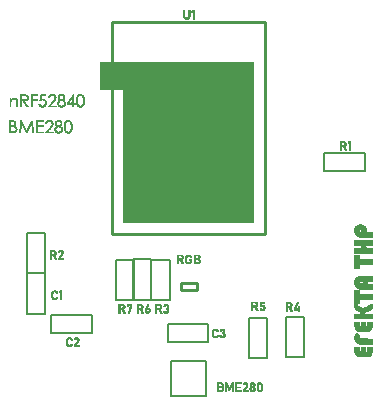
<source format=gbr>
G04 DipTrace 3.2.0.1*
G04 TopSilk.gbr*
%MOIN*%
G04 #@! TF.FileFunction,Legend,Top*
G04 #@! TF.Part,Single*
%ADD10C,0.009843*%
%ADD12C,0.003*%
%ADD13C,0.002625*%
%ADD14C,0.001969*%
%ADD15C,0.005906*%
%ADD16C,0.007874*%
%FSLAX26Y26*%
G04*
G70*
G90*
G75*
G01*
G04 TopSilk*
%LPD*%
X-255883Y629921D2*
D10*
X255883D1*
Y-78704D1*
X-255883D1*
Y629921D1*
G36*
X-296483Y496097D2*
X-216128D1*
Y403137D1*
X-296483D1*
Y496097D1*
G37*
X-59055Y-500345D2*
D15*
X59055D1*
Y-618455D1*
X-59055D1*
Y-500345D1*
X-24940Y-265088D2*
D10*
X26244D1*
Y-241460D1*
X-24940D1*
Y-265088D1*
X40024Y-292647D2*
X-123916Y-162060D2*
D16*
X-63827D1*
Y-296302D1*
X-123916D1*
Y-162060D1*
X-457660Y-347534D2*
X-323559D1*
Y-407623D1*
X-457660D1*
Y-347534D1*
X-68196Y-377962D2*
X65906D1*
Y-438051D1*
X-68196D1*
Y-377962D1*
X325160Y-354608D2*
X385249D1*
Y-488709D1*
X325160D1*
Y-354608D1*
X201596Y-357219D2*
X261685D1*
Y-491320D1*
X201596D1*
Y-357219D1*
X452199Y191531D2*
X586301D1*
Y131442D1*
X452199D1*
Y191531D1*
G36*
X-217232Y496753D2*
X217219D1*
Y-39514D1*
X-217232D1*
Y496753D1*
G37*
X-537635Y-73143D2*
D16*
X-477546D1*
Y-207244D1*
X-537635D1*
Y-73143D1*
X-537850Y-208043D2*
X-477761D1*
Y-342144D1*
X-537850D1*
Y-208043D1*
X-184336Y-162045D2*
X-124247D1*
Y-296298D1*
X-184336D1*
Y-162045D1*
X-242896Y-162623D2*
X-182807D1*
Y-296298D1*
X-242896D1*
Y-162623D1*
X-401854Y-421744D2*
D14*
X-395949D1*
X-378232D2*
X-371343D1*
X-403743Y-422728D2*
X-394211D1*
X-379633D2*
X-370060D1*
X-405258Y-423713D2*
X-392778D1*
X-380770D2*
X-369072D1*
X-406399Y-424697D2*
X-391703D1*
X-381623D2*
X-368328D1*
X-407236Y-425681D2*
X-400673D1*
X-397130D2*
X-390850D1*
X-382255D2*
X-376902D1*
X-373546D2*
X-367727D1*
X-407856Y-426665D2*
X-402198D1*
X-395608D2*
X-390132D1*
X-382696D2*
X-378213D1*
X-372151D2*
X-367229D1*
X-408292Y-427650D2*
X-403383D1*
X-394445D2*
X-389608D1*
X-382965D2*
X-379254D1*
X-371077D2*
X-366883D1*
X-408575Y-428634D2*
X-404253D1*
X-393630D2*
X-389286D1*
X-383154D2*
X-380201D1*
X-370656D2*
X-366692D1*
X-408821Y-429618D2*
X-404890D1*
X-392996D2*
X-389059D1*
X-370651D2*
X-366885D1*
X-409110Y-430602D2*
X-405330D1*
X-370848D2*
X-367138D1*
X-409384Y-431587D2*
X-405582D1*
X-371197D2*
X-367423D1*
X-409563Y-432571D2*
X-405704D1*
X-371631D2*
X-367782D1*
X-409658Y-433555D2*
X-405758D1*
X-372134D2*
X-368234D1*
X-409700Y-434539D2*
X-405779D1*
X-372741D2*
X-368787D1*
X-409718Y-435524D2*
X-405787D1*
X-373467D2*
X-369411D1*
X-409725Y-436508D2*
X-405790D1*
X-374213D2*
X-370043D1*
X-409727Y-437492D2*
X-405791D1*
X-374912D2*
X-370719D1*
X-409724Y-438476D2*
X-405791D1*
X-375624D2*
X-371477D1*
X-409690Y-439461D2*
X-405787D1*
X-376425D2*
X-372237D1*
X-409564Y-440445D2*
X-405753D1*
X-377280D2*
X-372940D1*
X-409329Y-441429D2*
X-405624D1*
X-378096D2*
X-373650D1*
X-409073Y-442413D2*
X-405349D1*
X-378827D2*
X-374421D1*
X-408866Y-443398D2*
X-404929D1*
X-392996D2*
X-389059D1*
X-379549D2*
X-375186D1*
X-408646Y-444382D2*
X-404308D1*
X-393579D2*
X-389249D1*
X-380324D2*
X-375892D1*
X-408330Y-445366D2*
X-403486D1*
X-394354D2*
X-389623D1*
X-381087D2*
X-376606D1*
X-407896Y-446350D2*
X-401620D1*
X-396200D2*
X-390156D1*
X-381755D2*
X-377412D1*
X-407311Y-447335D2*
X-399014D1*
X-398795D2*
X-390783D1*
X-382306D2*
X-378297D1*
X-406490Y-448319D2*
X-391609D1*
X-382712D2*
X-366421D1*
X-405320Y-449303D2*
X-392790D1*
X-382952D2*
X-366421D1*
X-403716Y-450287D2*
X-394296D1*
X-383075D2*
X-366421D1*
X-401854Y-451272D2*
X-395949D1*
X-383154D2*
X-366421D1*
X84573Y-392125D2*
X90479D1*
X108196D2*
X114101D1*
X82684Y-393109D2*
X92217D1*
X106794D2*
X115536D1*
X81169Y-394093D2*
X93650D1*
X105658D2*
X116764D1*
X80028Y-395077D2*
X94724D1*
X104805D2*
X117728D1*
X79191Y-396062D2*
X85755D1*
X89297D2*
X95578D1*
X104173D2*
X109180D1*
X112767D2*
X118484D1*
X78572Y-397046D2*
X84230D1*
X90820D2*
X96296D1*
X103732D2*
X108196D1*
X114045D2*
X118761D1*
X78136Y-398030D2*
X83045D1*
X91983D2*
X96820D1*
X103463D2*
X107211D1*
X114936D2*
X118911D1*
X77853Y-399014D2*
X82175D1*
X92798D2*
X97142D1*
X103274D2*
X106227D1*
X115595D2*
X118975D1*
X77606Y-399999D2*
X81538D1*
X93432D2*
X97369D1*
X115768D2*
X118968D1*
X77318Y-400983D2*
X81098D1*
X115510D2*
X118849D1*
X77044Y-401967D2*
X80846D1*
X115085D2*
X118575D1*
X76864Y-402951D2*
X80724D1*
X113978D2*
X118122D1*
X76770Y-403936D2*
X80670D1*
X112656D2*
X117402D1*
X76728Y-404920D2*
X80649D1*
X111363D2*
X116340D1*
X76710Y-405904D2*
X80641D1*
X110721D2*
X115085D1*
X76703Y-406888D2*
X80638D1*
X110518D2*
X116250D1*
X76701Y-407873D2*
X80637D1*
X111871D2*
X117249D1*
X76704Y-408857D2*
X80637D1*
X113313D2*
X118035D1*
X76738Y-409841D2*
X80640D1*
X114506D2*
X118669D1*
X76863Y-410825D2*
X80675D1*
X115435D2*
X119189D1*
X77099Y-411810D2*
X80804D1*
X115763D2*
X119578D1*
X77355Y-412794D2*
X81078D1*
X115936D2*
X119805D1*
X77562Y-413778D2*
X81498D1*
X93432D2*
X97369D1*
X115973D2*
X119885D1*
X77782Y-414762D2*
X82120D1*
X92849D2*
X97179D1*
X102290D2*
X106227D1*
X115909D2*
X119806D1*
X78098Y-415747D2*
X82942D1*
X92073D2*
X96805D1*
X102668D2*
X106875D1*
X115372D2*
X119557D1*
X78532Y-416731D2*
X84807D1*
X90228D2*
X96272D1*
X103125D2*
X108586D1*
X113690D2*
X119179D1*
X79117Y-417715D2*
X87413D1*
X87632D2*
X95645D1*
X103716D2*
X111099D1*
X111190D2*
X118697D1*
X79938Y-418699D2*
X94819D1*
X104502D2*
X118027D1*
X81108Y-419684D2*
X93638D1*
X105520D2*
X117021D1*
X82711Y-420668D2*
X92132D1*
X106788D2*
X115648D1*
X84573Y-421652D2*
X90479D1*
X108196D2*
X114101D1*
X503172Y232749D2*
X517936D1*
X533684D2*
X537621D1*
X503172Y231765D2*
X519370D1*
X532286D2*
X537621D1*
X503172Y230781D2*
X520599D1*
X531184D2*
X537621D1*
X503172Y229797D2*
X521566D1*
X530332D2*
X537621D1*
X503172Y228812D2*
X507109D1*
X516602D2*
X522249D1*
X530029D2*
X537621D1*
X503172Y227828D2*
X507109D1*
X517879D2*
X522732D1*
X529857D2*
X532699D1*
X534668D2*
X537621D1*
X503172Y226844D2*
X507109D1*
X518775D2*
X523138D1*
X529747D2*
X530731D1*
X534668D2*
X537621D1*
X503172Y225860D2*
X507109D1*
X519445D2*
X523460D1*
X534668D2*
X537621D1*
X503172Y224875D2*
X507109D1*
X519644D2*
X523626D1*
X534668D2*
X537621D1*
X503172Y223891D2*
X507109D1*
X519718D2*
X523602D1*
X534668D2*
X537621D1*
X503172Y222907D2*
X507109D1*
X519472D2*
X523408D1*
X534668D2*
X537621D1*
X503172Y221923D2*
X507109D1*
X518812D2*
X523136D1*
X534668D2*
X537621D1*
X503172Y220938D2*
X507109D1*
X516219D2*
X522808D1*
X534668D2*
X537621D1*
X503172Y219954D2*
X507109D1*
X511772D2*
X522315D1*
X534668D2*
X537621D1*
X503172Y218970D2*
X521592D1*
X534668D2*
X537621D1*
X503172Y217986D2*
X520668D1*
X534668D2*
X537621D1*
X503172Y217001D2*
X519709D1*
X534668D2*
X537621D1*
X503172Y216017D2*
X518867D1*
X534668D2*
X537621D1*
X503172Y215033D2*
X507109D1*
X513843D2*
X518664D1*
X534668D2*
X537621D1*
X503172Y214049D2*
X507109D1*
X514548D2*
X518935D1*
X534668D2*
X537621D1*
X503172Y213064D2*
X507109D1*
X515149D2*
X519388D1*
X534668D2*
X537621D1*
X503172Y212080D2*
X507109D1*
X515690D2*
X519964D1*
X534668D2*
X537621D1*
X503172Y211096D2*
X507109D1*
X516201D2*
X520544D1*
X534668D2*
X537621D1*
X503172Y210112D2*
X507109D1*
X516702D2*
X521089D1*
X534668D2*
X537621D1*
X503172Y209127D2*
X507109D1*
X517196D2*
X521609D1*
X534668D2*
X537621D1*
X503172Y208143D2*
X507109D1*
X517690D2*
X522111D1*
X534668D2*
X537621D1*
X503172Y207159D2*
X507109D1*
X518181D2*
X522609D1*
X534668D2*
X537621D1*
X503172Y206175D2*
X507109D1*
X518671D2*
X523105D1*
X534668D2*
X537621D1*
X503172Y205190D2*
X507109D1*
X519137D2*
X523624D1*
X534668D2*
X537621D1*
X503172Y204206D2*
X507109D1*
X519547D2*
X524198D1*
X534668D2*
X537621D1*
X503172Y203222D2*
X507109D1*
X519904D2*
X524825D1*
X534668D2*
X537621D1*
X-111883Y-310562D2*
X-97119D1*
X-79403D2*
X-73497D1*
X-111883Y-311546D2*
X-95685D1*
X-80804D2*
X-72063D1*
X-111883Y-312530D2*
X-94456D1*
X-81941D2*
X-70834D1*
X-111883Y-313514D2*
X-93489D1*
X-82794D2*
X-69871D1*
X-111883Y-314499D2*
X-107946D1*
X-98453D2*
X-92806D1*
X-83425D2*
X-78419D1*
X-74831D2*
X-69115D1*
X-111883Y-315483D2*
X-107946D1*
X-97176D2*
X-92323D1*
X-83867D2*
X-79403D1*
X-73554D2*
X-68838D1*
X-111883Y-316467D2*
X-107946D1*
X-96280D2*
X-91917D1*
X-84135D2*
X-80387D1*
X-72662D2*
X-68688D1*
X-111883Y-317451D2*
X-107946D1*
X-95610D2*
X-91595D1*
X-84324D2*
X-81371D1*
X-72003D2*
X-68624D1*
X-111883Y-318436D2*
X-107946D1*
X-95411D2*
X-91430D1*
X-71831D2*
X-68631D1*
X-111883Y-319420D2*
X-107946D1*
X-95337D2*
X-91453D1*
X-72089D2*
X-68750D1*
X-111883Y-320404D2*
X-107946D1*
X-95584D2*
X-91647D1*
X-72514D2*
X-69024D1*
X-111883Y-321388D2*
X-107946D1*
X-96243D2*
X-91919D1*
X-73620D2*
X-69476D1*
X-111883Y-322373D2*
X-107946D1*
X-98836D2*
X-92248D1*
X-74942D2*
X-70196D1*
X-111883Y-323357D2*
X-107946D1*
X-103283D2*
X-92740D1*
X-76236D2*
X-71258D1*
X-111883Y-324341D2*
X-93463D1*
X-76877D2*
X-72513D1*
X-111883Y-325325D2*
X-94387D1*
X-77081D2*
X-71348D1*
X-111883Y-326310D2*
X-95346D1*
X-75727D2*
X-70350D1*
X-111883Y-327294D2*
X-96188D1*
X-74285D2*
X-69563D1*
X-111883Y-328278D2*
X-107946D1*
X-101212D2*
X-96391D1*
X-73093D2*
X-68929D1*
X-111883Y-329262D2*
X-107946D1*
X-100507D2*
X-96120D1*
X-72164D2*
X-68409D1*
X-111883Y-330247D2*
X-107946D1*
X-99907D2*
X-95667D1*
X-71835D2*
X-68020D1*
X-111883Y-331231D2*
X-107946D1*
X-99365D2*
X-95091D1*
X-71662D2*
X-67793D1*
X-111883Y-332215D2*
X-107946D1*
X-98854D2*
X-94511D1*
X-71626D2*
X-67713D1*
X-111883Y-333199D2*
X-107946D1*
X-98353D2*
X-93966D1*
X-85308D2*
X-81371D1*
X-71689D2*
X-67792D1*
X-111883Y-334184D2*
X-107946D1*
X-97859D2*
X-93447D1*
X-84931D2*
X-80724D1*
X-72226D2*
X-68042D1*
X-111883Y-335168D2*
X-107946D1*
X-97366D2*
X-92944D1*
X-84473D2*
X-79012D1*
X-73909D2*
X-68420D1*
X-111883Y-336152D2*
X-107946D1*
X-96874D2*
X-92446D1*
X-83883D2*
X-76499D1*
X-76408D2*
X-68901D1*
X-111883Y-337136D2*
X-107946D1*
X-96384D2*
X-91950D1*
X-83097D2*
X-69571D1*
X-111883Y-338121D2*
X-107946D1*
X-95918D2*
X-91431D1*
X-82078D2*
X-70577D1*
X-111883Y-339105D2*
X-107946D1*
X-95508D2*
X-90857D1*
X-80811D2*
X-71950D1*
X-111883Y-340089D2*
X-107946D1*
X-95151D2*
X-90230D1*
X-79403D2*
X-73497D1*
X208551Y-302353D2*
X223315D1*
X237094D2*
X251858D1*
X208551Y-303337D2*
X224750D1*
X237094D2*
X251858D1*
X208551Y-304322D2*
X225978D1*
X237094D2*
X251858D1*
X208551Y-305306D2*
X226945D1*
X237094D2*
X251858D1*
X208551Y-306290D2*
X212488D1*
X221981D2*
X227628D1*
X237094D2*
X241031D1*
X208551Y-307274D2*
X212488D1*
X223259D2*
X228112D1*
X237094D2*
X241031D1*
X208551Y-308259D2*
X212488D1*
X224154D2*
X228518D1*
X237094D2*
X241031D1*
X208551Y-309243D2*
X212488D1*
X224825D2*
X228839D1*
X237094D2*
X241035D1*
X208551Y-310227D2*
X212488D1*
X225023D2*
X229005D1*
X237094D2*
X241073D1*
X208551Y-311211D2*
X212488D1*
X225097D2*
X228981D1*
X237094D2*
X241225D1*
X208551Y-312196D2*
X212488D1*
X224851D2*
X228787D1*
X237094D2*
X241561D1*
X243000D2*
X247921D1*
X208551Y-313180D2*
X212488D1*
X224191D2*
X228515D1*
X237094D2*
X249322D1*
X208551Y-314164D2*
X212488D1*
X221598D2*
X228187D1*
X237094D2*
X250459D1*
X208551Y-315148D2*
X212488D1*
X217151D2*
X227695D1*
X237094D2*
X251312D1*
X208551Y-316133D2*
X226971D1*
X237094D2*
X243181D1*
X246900D2*
X251944D1*
X208551Y-317117D2*
X226047D1*
X237094D2*
X241558D1*
X247754D2*
X252382D1*
X208551Y-318101D2*
X225089D1*
X237094D2*
X240047D1*
X248464D2*
X252633D1*
X208551Y-319085D2*
X224246D1*
X249032D2*
X252755D1*
X208551Y-320070D2*
X212488D1*
X219222D2*
X224043D1*
X249445D2*
X252809D1*
X208551Y-321054D2*
X212488D1*
X219928D2*
X224314D1*
X249682D2*
X252830D1*
X208551Y-322038D2*
X212488D1*
X220528D2*
X224768D1*
X249766D2*
X252838D1*
X208551Y-323022D2*
X212488D1*
X221069D2*
X225344D1*
X249689D2*
X252841D1*
X208551Y-324007D2*
X212488D1*
X221580D2*
X225924D1*
X249436D2*
X252838D1*
X208551Y-324991D2*
X212488D1*
X222081D2*
X226468D1*
X237094D2*
X240047D1*
X249016D2*
X252804D1*
X208551Y-325975D2*
X212488D1*
X222575D2*
X226988D1*
X237250D2*
X240695D1*
X248476D2*
X252675D1*
X208551Y-326959D2*
X212488D1*
X223069D2*
X227491D1*
X237533D2*
X242407D1*
X247172D2*
X252401D1*
X208551Y-327944D2*
X212488D1*
X223560D2*
X227988D1*
X237955D2*
X244919D1*
X245277D2*
X251981D1*
X208551Y-328928D2*
X212488D1*
X224050D2*
X228484D1*
X238565D2*
X251372D1*
X208551Y-329912D2*
X212488D1*
X224516D2*
X229003D1*
X239460D2*
X250477D1*
X208551Y-330896D2*
X212488D1*
X224926D2*
X229578D1*
X240656D2*
X249281D1*
X208551Y-331881D2*
X212488D1*
X225283D2*
X230205D1*
X242016D2*
X247921D1*
X322891Y-304449D2*
X337655D1*
X360293D2*
X364230D1*
X322891Y-305433D2*
X339090D1*
X359919D2*
X363856D1*
X322891Y-306417D2*
X340318D1*
X359496D2*
X363433D1*
X322891Y-307402D2*
X341285D1*
X359039D2*
X362976D1*
X322891Y-308386D2*
X326828D1*
X336321D2*
X341968D1*
X358564D2*
X362498D1*
X322891Y-309370D2*
X326828D1*
X337599D2*
X342451D1*
X358110D2*
X362012D1*
X322891Y-310354D2*
X326828D1*
X338494D2*
X342858D1*
X357714D2*
X361521D1*
X322891Y-311339D2*
X326828D1*
X339165D2*
X343179D1*
X357364D2*
X361031D1*
X322891Y-312323D2*
X326828D1*
X339363D2*
X343345D1*
X356983D2*
X360538D1*
X322891Y-313307D2*
X326828D1*
X339437D2*
X343321D1*
X356552D2*
X360047D1*
X322891Y-314291D2*
X326828D1*
X339191D2*
X343127D1*
X356090D2*
X359554D1*
X322891Y-315276D2*
X326828D1*
X338531D2*
X342855D1*
X355609D2*
X359063D1*
X322891Y-316260D2*
X326828D1*
X335938D2*
X342527D1*
X355123D2*
X358574D1*
X364230D2*
X367182D1*
X322891Y-317244D2*
X326828D1*
X331491D2*
X342035D1*
X354632D2*
X358113D1*
X364230D2*
X367182D1*
X322891Y-318228D2*
X341311D1*
X354141D2*
X357715D1*
X364230D2*
X367182D1*
X322891Y-319213D2*
X340387D1*
X353648D2*
X357365D1*
X364230D2*
X367182D1*
X322891Y-320197D2*
X339428D1*
X353157D2*
X356983D1*
X364230D2*
X367182D1*
X322891Y-321181D2*
X338586D1*
X352664D2*
X356552D1*
X364230D2*
X367182D1*
X322891Y-322165D2*
X326828D1*
X333562D2*
X338383D1*
X352173D2*
X356087D1*
X364230D2*
X367182D1*
X322891Y-323150D2*
X326828D1*
X334268D2*
X338654D1*
X351684D2*
X355581D1*
X364230D2*
X367182D1*
X322891Y-324134D2*
X326828D1*
X334868D2*
X339107D1*
X351227D2*
X355012D1*
X364230D2*
X367182D1*
X322891Y-325118D2*
X326828D1*
X335409D2*
X339684D1*
X350864D2*
X354387D1*
X364230D2*
X367182D1*
X322891Y-326102D2*
X326828D1*
X335920D2*
X340263D1*
X350643D2*
X369151D1*
X322891Y-327087D2*
X326828D1*
X336421D2*
X340808D1*
X350531D2*
X369151D1*
X322891Y-328071D2*
X326828D1*
X336915D2*
X341328D1*
X350480D2*
X369151D1*
X322891Y-329055D2*
X326828D1*
X337409D2*
X341830D1*
X350450D2*
X369151D1*
X322891Y-330039D2*
X326828D1*
X337900D2*
X342328D1*
X364230D2*
X367182D1*
X322891Y-331024D2*
X326828D1*
X338390D2*
X342824D1*
X364230D2*
X367182D1*
X322891Y-332008D2*
X326828D1*
X338856D2*
X343343D1*
X364230D2*
X367182D1*
X322891Y-332992D2*
X326828D1*
X339266D2*
X343917D1*
X364230D2*
X367182D1*
X322891Y-333976D2*
X326828D1*
X339623D2*
X344545D1*
X364230D2*
X367182D1*
X-17717Y669291D2*
X-14764D1*
X-984D2*
X2953D1*
X12795D2*
X16732D1*
X-17717Y668307D2*
X-14764D1*
X-984D2*
X2953D1*
X11398D2*
X16732D1*
X-17717Y667323D2*
X-14764D1*
X-984D2*
X2953D1*
X10296D2*
X16732D1*
X-17717Y666339D2*
X-14764D1*
X-984D2*
X2953D1*
X9444D2*
X16732D1*
X-17717Y665354D2*
X-14764D1*
X-984D2*
X2953D1*
X9140D2*
X16732D1*
X-17717Y664370D2*
X-14764D1*
X-984D2*
X2953D1*
X8969D2*
X11811D1*
X13780D2*
X16732D1*
X-17717Y663386D2*
X-14764D1*
X-984D2*
X2953D1*
X8858D2*
X9843D1*
X13780D2*
X16732D1*
X-17717Y662402D2*
X-14764D1*
X-984D2*
X2953D1*
X13780D2*
X16732D1*
X-17717Y661417D2*
X-14764D1*
X-984D2*
X2953D1*
X13780D2*
X16732D1*
X-17717Y660433D2*
X-14764D1*
X-984D2*
X2953D1*
X13780D2*
X16732D1*
X-17717Y659449D2*
X-14764D1*
X-984D2*
X2953D1*
X13780D2*
X16732D1*
X-17717Y658465D2*
X-14764D1*
X-984D2*
X2953D1*
X13780D2*
X16732D1*
X-17717Y657480D2*
X-14764D1*
X-984D2*
X2953D1*
X13780D2*
X16732D1*
X-17717Y656496D2*
X-14764D1*
X-984D2*
X2953D1*
X13780D2*
X16732D1*
X-17717Y655512D2*
X-14764D1*
X-984D2*
X2953D1*
X13780D2*
X16732D1*
X-17717Y654528D2*
X-14764D1*
X-984D2*
X2953D1*
X13780D2*
X16732D1*
X-17717Y653543D2*
X-14764D1*
X-984D2*
X2953D1*
X13780D2*
X16732D1*
X-17717Y652559D2*
X-14764D1*
X-984D2*
X2953D1*
X13780D2*
X16732D1*
X-17717Y651575D2*
X-14760D1*
X-984D2*
X2953D1*
X13780D2*
X16732D1*
X-17717Y650591D2*
X-14725D1*
X-988D2*
X2949D1*
X13780D2*
X16732D1*
X-17717Y649606D2*
X-14596D1*
X-1023D2*
X2914D1*
X13780D2*
X16732D1*
X-17713Y648622D2*
X-14322D1*
X-1152D2*
X2789D1*
X13780D2*
X16732D1*
X-17678Y647638D2*
X-13898D1*
X-1434D2*
X2549D1*
X13780D2*
X16732D1*
X-17549Y646654D2*
X-13242D1*
X-1827D2*
X2258D1*
X13780D2*
X16732D1*
X-17275Y645669D2*
X-12339D1*
X-2651D2*
X1923D1*
X13780D2*
X16732D1*
X-16858Y644685D2*
X-10196D1*
X-4683D2*
X1432D1*
X13780D2*
X16732D1*
X-16279Y643701D2*
X-7288D1*
X-7522D2*
X735D1*
X13780D2*
X16732D1*
X-15461Y642717D2*
X-144D1*
X13780D2*
X16732D1*
X-14292Y641732D2*
X-1217D1*
X13780D2*
X16732D1*
X-12689Y640748D2*
X-2512D1*
X13780D2*
X16732D1*
X-10827Y639764D2*
X-3937D1*
X13780D2*
X16732D1*
X94024Y-571752D2*
X108787D1*
X121583D2*
X125520D1*
X143236D2*
X147173D1*
X155047D2*
X173748D1*
X184575D2*
X191465D1*
X208197D2*
X214102D1*
X232803D2*
X238709D1*
X94024Y-572736D2*
X110524D1*
X121583D2*
X125860D1*
X142896D2*
X147173D1*
X155047D2*
X173748D1*
X183174D2*
X192747D1*
X206762D2*
X215721D1*
X231368D2*
X240143D1*
X94024Y-573720D2*
X111795D1*
X121583D2*
X126188D1*
X142568D2*
X147173D1*
X155047D2*
X173748D1*
X182037D2*
X193736D1*
X205534D2*
X217003D1*
X230140D2*
X241372D1*
X94024Y-574705D2*
X112682D1*
X121583D2*
X126503D1*
X142252D2*
X147173D1*
X155047D2*
X173748D1*
X181184D2*
X194479D1*
X204570D2*
X217932D1*
X229176D2*
X242335D1*
X94024Y-575689D2*
X97961D1*
X108746D2*
X113346D1*
X121583D2*
X126870D1*
X141886D2*
X147173D1*
X155047D2*
X158984D1*
X180552D2*
X185905D1*
X189261D2*
X195080D1*
X203814D2*
X209530D1*
X212883D2*
X218630D1*
X228420D2*
X234022D1*
X237490D2*
X243091D1*
X94024Y-576673D2*
X97961D1*
X109566D2*
X113874D1*
X121583D2*
X127295D1*
X141461D2*
X147173D1*
X155047D2*
X158984D1*
X180111D2*
X184594D1*
X190657D2*
X195578D1*
X203537D2*
X208253D1*
X214279D2*
X219176D1*
X228106D2*
X232627D1*
X238885D2*
X243368D1*
X94024Y-577657D2*
X97961D1*
X110150D2*
X114261D1*
X121583D2*
X127755D1*
X141001D2*
X147173D1*
X155047D2*
X158984D1*
X179842D2*
X183553D1*
X191730D2*
X195925D1*
X203387D2*
X207362D1*
X215352D2*
X219571D1*
X227830D2*
X231554D1*
X239958D2*
X243518D1*
X94024Y-578642D2*
X97961D1*
X110479D2*
X114457D1*
X121583D2*
X128235D1*
X140521D2*
X147173D1*
X155047D2*
X158984D1*
X179654D2*
X182606D1*
X192151D2*
X196115D1*
X203323D2*
X206702D1*
X215721D2*
X219770D1*
X227526D2*
X231181D1*
X240331D2*
X243586D1*
X94024Y-579626D2*
X97961D1*
X110601D2*
X114442D1*
X121583D2*
X128721D1*
X140035D2*
X147173D1*
X155047D2*
X158984D1*
X192157D2*
X195922D1*
X203330D2*
X206530D1*
X215878D2*
X219757D1*
X227246D2*
X230981D1*
X240531D2*
X243614D1*
X94024Y-580610D2*
X97961D1*
X110595D2*
X114219D1*
X121583D2*
X129208D1*
X139548D2*
X147173D1*
X155047D2*
X158984D1*
X191959D2*
X195669D1*
X203449D2*
X206705D1*
X215886D2*
X219533D1*
X227064D2*
X230892D1*
X240620D2*
X243624D1*
X94024Y-581594D2*
X97961D1*
X110080D2*
X113823D1*
X121583D2*
X129668D1*
X139088D2*
X147173D1*
X155047D2*
X158984D1*
X191610D2*
X195384D1*
X203719D2*
X207244D1*
X215365D2*
X219138D1*
X226969D2*
X230856D1*
X240656D2*
X243628D1*
X94024Y-582579D2*
X97961D1*
X107649D2*
X113263D1*
X121583D2*
X130066D1*
X138690D2*
X147173D1*
X155047D2*
X158984D1*
X191176D2*
X195025D1*
X204134D2*
X208799D1*
X213687D2*
X218574D1*
X226926D2*
X230842D1*
X240670D2*
X243629D1*
X94024Y-583563D2*
X97961D1*
X103405D2*
X112565D1*
X121583D2*
X130416D1*
X138340D2*
X141116D1*
X143236D2*
X147173D1*
X155047D2*
X158984D1*
X190673D2*
X194574D1*
X204702D2*
X211193D1*
X211190D2*
X217835D1*
X226908D2*
X230837D1*
X240675D2*
X243630D1*
X94024Y-584547D2*
X111903D1*
X121583D2*
X125520D1*
X127644D2*
X130798D1*
X137958D2*
X140868D1*
X143236D2*
X147173D1*
X155047D2*
X158984D1*
X190066D2*
X194020D1*
X205428D2*
X216976D1*
X226901D2*
X230835D1*
X240676D2*
X243630D1*
X94024Y-585531D2*
X111383D1*
X121583D2*
X125520D1*
X127923D2*
X131229D1*
X137527D2*
X140578D1*
X143236D2*
X147173D1*
X155047D2*
X171780D1*
X189340D2*
X193396D1*
X206228D2*
X216071D1*
X226899D2*
X230835D1*
X240677D2*
X243630D1*
X94024Y-586516D2*
X111469D1*
X121583D2*
X125520D1*
X128307D2*
X131691D1*
X137065D2*
X140277D1*
X143236D2*
X147173D1*
X155047D2*
X171780D1*
X188594D2*
X192764D1*
X205282D2*
X217051D1*
X226898D2*
X230835D1*
X240677D2*
X243630D1*
X94024Y-587500D2*
X112080D1*
X121583D2*
X125520D1*
X128750D2*
X132171D1*
X136585D2*
X139915D1*
X143236D2*
X147173D1*
X155047D2*
X171780D1*
X187895D2*
X192088D1*
X204427D2*
X217997D1*
X226898D2*
X230835D1*
X240677D2*
X243630D1*
X94024Y-588484D2*
X97961D1*
X108750D2*
X112827D1*
X121583D2*
X125520D1*
X129223D2*
X132661D1*
X136095D2*
X139491D1*
X143236D2*
X147173D1*
X155047D2*
X171780D1*
X187183D2*
X191330D1*
X203717D2*
X208238D1*
X213753D2*
X218817D1*
X226898D2*
X230835D1*
X240677D2*
X243630D1*
X94024Y-589469D2*
X97961D1*
X109604D2*
X113559D1*
X121583D2*
X125520D1*
X129707D2*
X133178D1*
X135578D2*
X139032D1*
X143236D2*
X147173D1*
X155047D2*
X158984D1*
X186382D2*
X190571D1*
X203149D2*
X207419D1*
X215030D2*
X219402D1*
X226898D2*
X230835D1*
X240677D2*
X243630D1*
X94024Y-590453D2*
X97961D1*
X110310D2*
X114108D1*
X121583D2*
X125520D1*
X130193D2*
X133751D1*
X135005D2*
X138553D1*
X143236D2*
X147173D1*
X155047D2*
X158984D1*
X185527D2*
X189867D1*
X202736D2*
X206834D1*
X215926D2*
X219734D1*
X226901D2*
X230835D1*
X240677D2*
X243630D1*
X94024Y-591437D2*
X97961D1*
X110844D2*
X114427D1*
X121583D2*
X125520D1*
X130652D2*
X138066D1*
X143236D2*
X147173D1*
X155047D2*
X158984D1*
X184711D2*
X189157D1*
X202495D2*
X206502D1*
X216596D2*
X219895D1*
X226936D2*
X230835D1*
X240677D2*
X243630D1*
X94024Y-592421D2*
X97961D1*
X111238D2*
X114583D1*
X121583D2*
X125520D1*
X131050D2*
X137579D1*
X143236D2*
X147173D1*
X155047D2*
X158984D1*
X183980D2*
X188386D1*
X202380D2*
X206345D1*
X216791D2*
X219964D1*
X227062D2*
X230838D1*
X240673D2*
X243630D1*
X94024Y-593406D2*
X97961D1*
X111118D2*
X114646D1*
X121583D2*
X125520D1*
X131401D2*
X137119D1*
X143236D2*
X147173D1*
X155047D2*
X158984D1*
X183258D2*
X187621D1*
X202363D2*
X206318D1*
X216854D2*
X219988D1*
X227297D2*
X230881D1*
X240631D2*
X243630D1*
X94024Y-594390D2*
X97961D1*
X110855D2*
X114639D1*
X121583D2*
X125520D1*
X131785D2*
X136718D1*
X143236D2*
X147173D1*
X155047D2*
X158984D1*
X182483D2*
X186915D1*
X202471D2*
X206387D1*
X216503D2*
X219964D1*
X227553D2*
X230985D1*
X240527D2*
X243626D1*
X94024Y-595374D2*
X97961D1*
X110080D2*
X114520D1*
X121583D2*
X125520D1*
X132242D2*
X136345D1*
X143236D2*
X147173D1*
X155047D2*
X158984D1*
X181720D2*
X186201D1*
X202738D2*
X206925D1*
X215490D2*
X219838D1*
X227764D2*
X231529D1*
X239983D2*
X243588D1*
X94024Y-596358D2*
X97961D1*
X107308D2*
X114249D1*
X121583D2*
X125520D1*
X132785D2*
X135891D1*
X143236D2*
X147173D1*
X155047D2*
X158984D1*
X181052D2*
X185395D1*
X203151D2*
X208608D1*
X213796D2*
X219565D1*
X228019D2*
X233213D1*
X238299D2*
X243424D1*
X94024Y-597343D2*
X97961D1*
X102728D2*
X113830D1*
X121583D2*
X125520D1*
X133394D2*
X135362D1*
X143236D2*
X147173D1*
X155047D2*
X158984D1*
X180501D2*
X184510D1*
X203725D2*
X211108D1*
X211241D2*
X219142D1*
X228464D2*
X235713D1*
X235798D2*
X243020D1*
X94024Y-598327D2*
X113222D1*
X121583D2*
X125520D1*
X143236D2*
X147173D1*
X155047D2*
X173748D1*
X180095D2*
X196386D1*
X204505D2*
X218496D1*
X229171D2*
X242331D1*
X94024Y-599311D2*
X112328D1*
X121583D2*
X125520D1*
X143236D2*
X147173D1*
X155047D2*
X173748D1*
X179856D2*
X196386D1*
X205523D2*
X217449D1*
X230153D2*
X241355D1*
X94024Y-600295D2*
X111132D1*
X121583D2*
X125520D1*
X143236D2*
X147173D1*
X155047D2*
X173748D1*
X179732D2*
X196386D1*
X206789D2*
X215917D1*
X231404D2*
X240107D1*
X94024Y-601280D2*
X109772D1*
X121583D2*
X125520D1*
X143236D2*
X147173D1*
X155047D2*
X173748D1*
X179654D2*
X196386D1*
X208197D2*
X214102D1*
X232803D2*
X238709D1*
X-463451Y-130962D2*
X-448688D1*
X-430971D2*
X-424081D1*
X-463451Y-131946D2*
X-447253D1*
X-432372D2*
X-422799D1*
X-463451Y-132930D2*
X-446024D1*
X-433509D2*
X-421810D1*
X-463451Y-133915D2*
X-445057D1*
X-434362D2*
X-421067D1*
X-463451Y-134899D2*
X-459514D1*
X-450021D2*
X-444374D1*
X-434994D2*
X-429641D1*
X-426285D2*
X-420466D1*
X-463451Y-135883D2*
X-459514D1*
X-448744D2*
X-443891D1*
X-435435D2*
X-430952D1*
X-424889D2*
X-419968D1*
X-463451Y-136867D2*
X-459514D1*
X-447849D2*
X-443485D1*
X-435704D2*
X-431993D1*
X-423816D2*
X-419621D1*
X-463451Y-137852D2*
X-459514D1*
X-447178D2*
X-443164D1*
X-435892D2*
X-432940D1*
X-423394D2*
X-419431D1*
X-463451Y-138836D2*
X-459514D1*
X-446979D2*
X-442998D1*
X-423389D2*
X-419624D1*
X-463451Y-139820D2*
X-459514D1*
X-446905D2*
X-443021D1*
X-423587D2*
X-419877D1*
X-463451Y-140804D2*
X-459514D1*
X-447152D2*
X-443215D1*
X-423936D2*
X-420162D1*
X-463451Y-141789D2*
X-459514D1*
X-447812D2*
X-443487D1*
X-424370D2*
X-420521D1*
X-463451Y-142773D2*
X-459514D1*
X-450404D2*
X-443816D1*
X-424873D2*
X-420972D1*
X-463451Y-143757D2*
X-459514D1*
X-454851D2*
X-444308D1*
X-425480D2*
X-421525D1*
X-463451Y-144741D2*
X-445032D1*
X-426205D2*
X-422150D1*
X-463451Y-145726D2*
X-445955D1*
X-426952D2*
X-422782D1*
X-463451Y-146710D2*
X-446914D1*
X-427651D2*
X-423458D1*
X-463451Y-147694D2*
X-447756D1*
X-428362D2*
X-424216D1*
X-463451Y-148678D2*
X-459514D1*
X-452781D2*
X-447960D1*
X-429164D2*
X-424975D1*
X-463451Y-149663D2*
X-459514D1*
X-452075D2*
X-447689D1*
X-430019D2*
X-425679D1*
X-463451Y-150647D2*
X-459514D1*
X-451475D2*
X-447235D1*
X-430835D2*
X-426389D1*
X-463451Y-151631D2*
X-459514D1*
X-450933D2*
X-446659D1*
X-431566D2*
X-427160D1*
X-463451Y-152615D2*
X-459514D1*
X-450422D2*
X-446079D1*
X-432288D2*
X-427925D1*
X-463451Y-153600D2*
X-459514D1*
X-449922D2*
X-445534D1*
X-433063D2*
X-428631D1*
X-463451Y-154584D2*
X-459514D1*
X-449428D2*
X-445015D1*
X-433826D2*
X-429345D1*
X-463451Y-155568D2*
X-459514D1*
X-448934D2*
X-444512D1*
X-434494D2*
X-430150D1*
X-463451Y-156552D2*
X-459514D1*
X-448442D2*
X-444015D1*
X-435045D2*
X-431036D1*
X-463451Y-157537D2*
X-459514D1*
X-447952D2*
X-443519D1*
X-435451D2*
X-419160D1*
X-463451Y-158521D2*
X-459514D1*
X-447486D2*
X-443000D1*
X-435690D2*
X-419160D1*
X-463451Y-159505D2*
X-459514D1*
X-447076D2*
X-442425D1*
X-435814D2*
X-419160D1*
X-463451Y-160490D2*
X-459514D1*
X-446719D2*
X-441798D1*
X-435892D2*
X-419160D1*
X-450486Y-264669D2*
X-444580D1*
X-428832D2*
X-424895D1*
X-452375Y-265654D2*
X-442842D1*
X-430229D2*
X-424895D1*
X-453890Y-266638D2*
X-441409D1*
X-431332D2*
X-424895D1*
X-455031Y-267622D2*
X-440335D1*
X-432184D2*
X-424895D1*
X-455868Y-268606D2*
X-449304D1*
X-445762D2*
X-439481D1*
X-432487D2*
X-424895D1*
X-456487Y-269591D2*
X-450829D1*
X-444239D2*
X-438763D1*
X-432658D2*
X-429816D1*
X-427848D2*
X-424895D1*
X-456923Y-270575D2*
X-452014D1*
X-443076D2*
X-438239D1*
X-432769D2*
X-431785D1*
X-427848D2*
X-424895D1*
X-457206Y-271559D2*
X-452884D1*
X-442261D2*
X-437917D1*
X-427848D2*
X-424895D1*
X-457453Y-272543D2*
X-453521D1*
X-441627D2*
X-437690D1*
X-427848D2*
X-424895D1*
X-457741Y-273528D2*
X-453962D1*
X-427848D2*
X-424895D1*
X-458015Y-274512D2*
X-454213D1*
X-427848D2*
X-424895D1*
X-458195Y-275496D2*
X-454335D1*
X-427848D2*
X-424895D1*
X-458289Y-276480D2*
X-454389D1*
X-427848D2*
X-424895D1*
X-458331Y-277465D2*
X-454410D1*
X-427848D2*
X-424895D1*
X-458349Y-278449D2*
X-454418D1*
X-427848D2*
X-424895D1*
X-458356Y-279433D2*
X-454421D1*
X-427848D2*
X-424895D1*
X-458358Y-280417D2*
X-454422D1*
X-427848D2*
X-424895D1*
X-458355Y-281402D2*
X-454422D1*
X-427848D2*
X-424895D1*
X-458321Y-282386D2*
X-454419D1*
X-427848D2*
X-424895D1*
X-458196Y-283370D2*
X-454384D1*
X-427848D2*
X-424895D1*
X-457960Y-284354D2*
X-454255D1*
X-427848D2*
X-424895D1*
X-457704Y-285339D2*
X-453981D1*
X-427848D2*
X-424895D1*
X-457498Y-286323D2*
X-453561D1*
X-441627D2*
X-437690D1*
X-427848D2*
X-424895D1*
X-457277Y-287307D2*
X-452939D1*
X-442210D2*
X-437880D1*
X-427848D2*
X-424895D1*
X-456961Y-288291D2*
X-452117D1*
X-442986D2*
X-438254D1*
X-427848D2*
X-424895D1*
X-456528Y-289276D2*
X-450252D1*
X-444831D2*
X-438787D1*
X-427848D2*
X-424895D1*
X-455942Y-290260D2*
X-447646D1*
X-447427D2*
X-439414D1*
X-427848D2*
X-424895D1*
X-455121Y-291244D2*
X-440240D1*
X-427848D2*
X-424895D1*
X-453951Y-292228D2*
X-441421D1*
X-427848D2*
X-424895D1*
X-452348Y-293213D2*
X-442928D1*
X-427848D2*
X-424895D1*
X-450486Y-294197D2*
X-444580D1*
X-427848D2*
X-424895D1*
X-39848Y-145546D2*
X-25084D1*
X-4415D2*
X1491D1*
X16255D2*
X31018D1*
X-39848Y-146530D2*
X-23649D1*
X-6186D2*
X3228D1*
X16255D2*
X32755D1*
X-39848Y-147514D2*
X-22421D1*
X-7711D2*
X4662D1*
X16255D2*
X34026D1*
X-39848Y-148499D2*
X-21453D1*
X-8896D2*
X5736D1*
X16255D2*
X34913D1*
X-39848Y-149483D2*
X-35911D1*
X-26418D2*
X-20771D1*
X-9766D2*
X-3233D1*
X309D2*
X6590D1*
X16255D2*
X20192D1*
X30977D2*
X35577D1*
X-39848Y-150467D2*
X-35911D1*
X-25140D2*
X-20287D1*
X-10403D2*
X-4758D1*
X1832D2*
X7308D1*
X16255D2*
X20192D1*
X31797D2*
X36105D1*
X-39848Y-151451D2*
X-35911D1*
X-24245D2*
X-19881D1*
X-10847D2*
X-5943D1*
X2995D2*
X7832D1*
X16255D2*
X20192D1*
X32381D2*
X36492D1*
X-39848Y-152436D2*
X-35911D1*
X-23574D2*
X-19560D1*
X-11133D2*
X-6813D1*
X3810D2*
X8154D1*
X16255D2*
X20192D1*
X32710D2*
X36688D1*
X-39848Y-153420D2*
X-35911D1*
X-23376D2*
X-19394D1*
X-11381D2*
X-7450D1*
X4444D2*
X8381D1*
X16255D2*
X20192D1*
X32832D2*
X36673D1*
X-39848Y-154404D2*
X-35911D1*
X-23302D2*
X-19417D1*
X-11670D2*
X-7891D1*
X16255D2*
X20192D1*
X32826D2*
X36450D1*
X-39848Y-155388D2*
X-35911D1*
X-23548D2*
X-19611D1*
X-11944D2*
X-8142D1*
X16255D2*
X20192D1*
X32311D2*
X36054D1*
X-39848Y-156373D2*
X-35911D1*
X-24208D2*
X-19884D1*
X-12124D2*
X-8265D1*
X16255D2*
X20192D1*
X29880D2*
X35494D1*
X-39848Y-157357D2*
X-35911D1*
X-26800D2*
X-20212D1*
X-12218D2*
X-8318D1*
X16255D2*
X20192D1*
X25636D2*
X34796D1*
X-39848Y-158341D2*
X-35911D1*
X-31248D2*
X-20704D1*
X-12261D2*
X-8339D1*
X16255D2*
X34134D1*
X-39848Y-159325D2*
X-21428D1*
X-12278D2*
X-8347D1*
X-478D2*
X9365D1*
X16255D2*
X33614D1*
X-39848Y-160310D2*
X-22352D1*
X-12285D2*
X-8350D1*
X-478D2*
X9365D1*
X16255D2*
X33700D1*
X-39848Y-161294D2*
X-23310D1*
X-12287D2*
X-8351D1*
X-478D2*
X9365D1*
X16255D2*
X34311D1*
X-39848Y-162278D2*
X-24153D1*
X-12284D2*
X-8352D1*
X-478D2*
X9361D1*
X16255D2*
X20192D1*
X30981D2*
X35058D1*
X-39848Y-163262D2*
X-35911D1*
X-29177D2*
X-24356D1*
X-12250D2*
X-8352D1*
X5428D2*
X9326D1*
X16255D2*
X20192D1*
X31835D2*
X35790D1*
X-39848Y-164247D2*
X-35911D1*
X-28471D2*
X-24085D1*
X-12125D2*
X-8348D1*
X5424D2*
X9201D1*
X16255D2*
X20192D1*
X32541D2*
X36339D1*
X-39848Y-165231D2*
X-35911D1*
X-27871D2*
X-23631D1*
X-11889D2*
X-8313D1*
X5386D2*
X8965D1*
X16255D2*
X20192D1*
X33075D2*
X36658D1*
X-39848Y-166215D2*
X-35911D1*
X-27330D2*
X-23055D1*
X-11633D2*
X-8184D1*
X5225D2*
X8709D1*
X16255D2*
X20192D1*
X33469D2*
X36813D1*
X-39848Y-167199D2*
X-35911D1*
X-26819D2*
X-22475D1*
X-11427D2*
X-7902D1*
X4853D2*
X8503D1*
X16255D2*
X20192D1*
X33349D2*
X36877D1*
X-39848Y-168184D2*
X-35911D1*
X-26318D2*
X-21930D1*
X-11206D2*
X-7509D1*
X4238D2*
X8282D1*
X16255D2*
X20192D1*
X33086D2*
X36870D1*
X-39848Y-169168D2*
X-35911D1*
X-25824D2*
X-21411D1*
X-10890D2*
X-6669D1*
X3447D2*
X7966D1*
X16255D2*
X20192D1*
X32311D2*
X36751D1*
X-39848Y-170152D2*
X-35911D1*
X-25330D2*
X-20908D1*
X-10457D2*
X-4466D1*
X1361D2*
X7533D1*
X16255D2*
X20192D1*
X29539D2*
X36480D1*
X-39848Y-171136D2*
X-35911D1*
X-24838D2*
X-20411D1*
X-9871D2*
X-1285D1*
X-1721D2*
X6947D1*
X16255D2*
X20192D1*
X24959D2*
X36061D1*
X-39848Y-172121D2*
X-35911D1*
X-24349D2*
X-19915D1*
X-9050D2*
X6127D1*
X16255D2*
X35453D1*
X-39848Y-173105D2*
X-35911D1*
X-23883D2*
X-19396D1*
X-7880D2*
X4956D1*
X16255D2*
X34559D1*
X-39848Y-174089D2*
X-35911D1*
X-23473D2*
X-18821D1*
X-6277D2*
X3353D1*
X16255D2*
X33363D1*
X-39848Y-175073D2*
X-35911D1*
X-23115D2*
X-18194D1*
X-4415D2*
X1491D1*
X16255D2*
X32003D1*
X-173622Y-310367D2*
X-158858D1*
X-137205D2*
X-134252D1*
X-173622Y-311352D2*
X-157424D1*
X-138033D2*
X-134626D1*
X-173622Y-312336D2*
X-156195D1*
X-138739D2*
X-135049D1*
X-173622Y-313320D2*
X-155228D1*
X-139339D2*
X-135506D1*
X-173622Y-314304D2*
X-169685D1*
X-160192D2*
X-154545D1*
X-139880D2*
X-135984D1*
X-173622Y-315289D2*
X-169685D1*
X-158914D2*
X-154062D1*
X-140391D2*
X-136470D1*
X-173622Y-316273D2*
X-169685D1*
X-158019D2*
X-153656D1*
X-140892D2*
X-136960D1*
X-173622Y-317257D2*
X-169685D1*
X-157348D2*
X-153334D1*
X-141386D2*
X-137451D1*
X-173622Y-318241D2*
X-169685D1*
X-157150D2*
X-153168D1*
X-141880D2*
X-137940D1*
X-173622Y-319226D2*
X-169685D1*
X-157076D2*
X-153192D1*
X-142372D2*
X-138406D1*
X-173622Y-320210D2*
X-169685D1*
X-157322D2*
X-153386D1*
X-142865D2*
X-138816D1*
X-173622Y-321194D2*
X-169685D1*
X-157982D2*
X-153658D1*
X-143356D2*
X-139173D1*
X-173622Y-322178D2*
X-169685D1*
X-160575D2*
X-153986D1*
X-143845D2*
X-136372D1*
X-173622Y-323163D2*
X-169685D1*
X-165022D2*
X-154479D1*
X-144306D2*
X-134260D1*
X-173622Y-324147D2*
X-155202D1*
X-144704D2*
X-132742D1*
X-173622Y-325131D2*
X-156126D1*
X-145050D2*
X-131668D1*
X-173622Y-326115D2*
X-157085D1*
X-145397D2*
X-140120D1*
X-136570D2*
X-130862D1*
X-173622Y-327100D2*
X-157927D1*
X-145699D2*
X-140974D1*
X-135292D2*
X-130580D1*
X-173622Y-328084D2*
X-169685D1*
X-162951D2*
X-158130D1*
X-145891D2*
X-141684D1*
X-134397D2*
X-130428D1*
X-173622Y-329068D2*
X-169685D1*
X-162246D2*
X-157859D1*
X-145989D2*
X-142248D1*
X-133726D2*
X-130359D1*
X-173622Y-330052D2*
X-169685D1*
X-161645D2*
X-157406D1*
X-146034D2*
X-142627D1*
X-133494D2*
X-130331D1*
X-173622Y-331037D2*
X-169685D1*
X-161104D2*
X-156829D1*
X-146052D2*
X-142834D1*
X-133401D2*
X-130321D1*
X-173622Y-332021D2*
X-169685D1*
X-160593D2*
X-156250D1*
X-146055D2*
X-142607D1*
X-133477D2*
X-130321D1*
X-173622Y-333005D2*
X-169685D1*
X-160092D2*
X-155705D1*
X-146023D2*
X-142213D1*
X-133685D2*
X-130354D1*
X-173622Y-333990D2*
X-169685D1*
X-159598D2*
X-155185D1*
X-145895D2*
X-141690D1*
X-134263D2*
X-130483D1*
X-173622Y-334974D2*
X-169685D1*
X-159104D2*
X-154683D1*
X-145621D2*
X-140390D1*
X-135829D2*
X-130757D1*
X-173622Y-335958D2*
X-169685D1*
X-158613D2*
X-154185D1*
X-145201D2*
X-138497D1*
X-138229D2*
X-131177D1*
X-173622Y-336942D2*
X-169685D1*
X-158123D2*
X-153689D1*
X-144592D2*
X-131786D1*
X-173622Y-337927D2*
X-169685D1*
X-157657D2*
X-153170D1*
X-143698D2*
X-132680D1*
X-173622Y-338911D2*
X-169685D1*
X-157247D2*
X-152596D1*
X-142502D2*
X-133876D1*
X-173622Y-339895D2*
X-169685D1*
X-156890D2*
X-151969D1*
X-141142D2*
X-135236D1*
X-234178Y-310238D2*
X-219415D1*
X-206619D2*
X-190871D1*
X-234178Y-311222D2*
X-217980D1*
X-206619D2*
X-190875D1*
X-234178Y-312206D2*
X-216751D1*
X-206619D2*
X-190910D1*
X-234178Y-313190D2*
X-215784D1*
X-206619D2*
X-191035D1*
X-234178Y-314175D2*
X-230241D1*
X-220748D2*
X-215102D1*
X-206619D2*
X-203667D1*
X-194961D2*
X-191275D1*
X-234178Y-315159D2*
X-230241D1*
X-219471D2*
X-214618D1*
X-206619D2*
X-203667D1*
X-195208D2*
X-191562D1*
X-234178Y-316143D2*
X-230241D1*
X-218576D2*
X-214212D1*
X-206619D2*
X-203667D1*
X-195498D2*
X-191859D1*
X-234178Y-317127D2*
X-230241D1*
X-217905D2*
X-213891D1*
X-206619D2*
X-203667D1*
X-195796D2*
X-192186D1*
X-234178Y-318112D2*
X-230241D1*
X-217707D2*
X-213725D1*
X-206619D2*
X-203667D1*
X-196127D2*
X-192484D1*
X-234178Y-319096D2*
X-230241D1*
X-217632D2*
X-213748D1*
X-196455D2*
X-192707D1*
X-234178Y-320080D2*
X-230241D1*
X-217879D2*
X-213942D1*
X-196770D2*
X-192931D1*
X-234178Y-321064D2*
X-230241D1*
X-218539D2*
X-214214D1*
X-197103D2*
X-193214D1*
X-234178Y-322049D2*
X-230241D1*
X-221131D2*
X-214543D1*
X-197404D2*
X-193520D1*
X-234178Y-323033D2*
X-230241D1*
X-225578D2*
X-215035D1*
X-197628D2*
X-193824D1*
X-234178Y-324017D2*
X-215759D1*
X-197852D2*
X-194157D1*
X-234178Y-325001D2*
X-216682D1*
X-198136D2*
X-194487D1*
X-234178Y-325986D2*
X-217641D1*
X-198441D2*
X-194801D1*
X-234178Y-326970D2*
X-218483D1*
X-198745D2*
X-195135D1*
X-234178Y-327954D2*
X-230241D1*
X-223508D2*
X-218687D1*
X-199078D2*
X-195435D1*
X-234178Y-328938D2*
X-230241D1*
X-222802D2*
X-218416D1*
X-199408D2*
X-195660D1*
X-234178Y-329923D2*
X-230241D1*
X-222202D2*
X-217962D1*
X-199722D2*
X-195883D1*
X-234178Y-330907D2*
X-230241D1*
X-221660D2*
X-217386D1*
X-200056D2*
X-196167D1*
X-234178Y-331891D2*
X-230241D1*
X-221149D2*
X-216806D1*
X-200357D2*
X-196472D1*
X-234178Y-332875D2*
X-230241D1*
X-220649D2*
X-216261D1*
X-200581D2*
X-196776D1*
X-234178Y-333860D2*
X-230241D1*
X-220155D2*
X-215742D1*
X-200805D2*
X-197110D1*
X-234178Y-334844D2*
X-230241D1*
X-219661D2*
X-215239D1*
X-201088D2*
X-197439D1*
X-234178Y-335828D2*
X-230241D1*
X-219169D2*
X-214742D1*
X-201394D2*
X-197754D1*
X-234178Y-336812D2*
X-230241D1*
X-218679D2*
X-214246D1*
X-201698D2*
X-198088D1*
X-234178Y-337797D2*
X-230241D1*
X-218213D2*
X-213727D1*
X-202036D2*
X-198387D1*
X-234178Y-338781D2*
X-230241D1*
X-217803D2*
X-213152D1*
X-202374D2*
X-198592D1*
X-234178Y-339765D2*
X-230241D1*
X-217446D2*
X-212525D1*
X-202682D2*
X-198745D1*
X-460490Y390278D2*
D13*
X-452615D1*
X-428993D2*
X-421119D1*
X-385686D2*
X-384374D1*
X-366001D2*
X-359440D1*
X-561539Y388966D2*
X-544479D1*
X-526106D2*
X-506421D1*
X-493298D2*
X-477550D1*
X-462408D2*
X-450452D1*
X-430906D2*
X-419251D1*
X-386343D2*
X-384374D1*
X-367914D2*
X-357522D1*
X-561539Y387654D2*
X-541960D1*
X-526106D2*
X-506421D1*
X-493501D2*
X-477550D1*
X-464092D2*
X-448702D1*
X-432550D2*
X-417735D1*
X-387110D2*
X-384374D1*
X-369557D2*
X-355837D1*
X-561539Y386341D2*
X-539945D1*
X-526106D2*
X-506421D1*
X-493826D2*
X-477550D1*
X-465544D2*
X-460182D1*
X-452879D2*
X-447341D1*
X-433880D2*
X-428686D1*
X-421585D2*
X-416598D1*
X-387912D2*
X-384374D1*
X-370888D2*
X-365693D1*
X-359703D2*
X-354380D1*
X-561539Y385029D2*
X-557602D1*
X-544742D2*
X-538470D1*
X-526106D2*
X-523482D1*
X-494166D2*
X-490673D1*
X-466727D2*
X-462088D1*
X-450850D2*
X-446264D1*
X-434912D2*
X-430592D1*
X-419882D2*
X-415756D1*
X-388757D2*
X-384374D1*
X-371925D2*
X-367600D1*
X-357669D2*
X-353156D1*
X-561539Y383717D2*
X-557602D1*
X-542713D2*
X-537357D1*
X-526106D2*
X-523482D1*
X-494396D2*
X-491122D1*
X-467587D2*
X-463474D1*
X-449317D2*
X-445509D1*
X-435703D2*
X-431978D1*
X-418689D2*
X-415171D1*
X-389639D2*
X-384374D1*
X-372762D2*
X-368986D1*
X-356090D2*
X-352175D1*
X-561539Y382404D2*
X-557602D1*
X-541180D2*
X-536969D1*
X-526106D2*
X-523482D1*
X-494523D2*
X-491512D1*
X-468211D2*
X-464445D1*
X-448152D2*
X-445035D1*
X-436267D2*
X-432943D1*
X-417794D2*
X-414837D1*
X-390497D2*
X-384374D1*
X-373493D2*
X-369962D1*
X-354930D2*
X-351405D1*
X-561539Y381092D2*
X-557602D1*
X-540015D2*
X-536759D1*
X-526106D2*
X-523482D1*
X-494625D2*
X-491766D1*
X-468756D2*
X-465091D1*
X-447746D2*
X-444627D1*
X-436588D2*
X-433677D1*
X-417485D2*
X-414674D1*
X-391367D2*
X-384374D1*
X-374134D2*
X-370650D1*
X-354080D2*
X-350844D1*
X-561539Y379780D2*
X-557602D1*
X-539614D2*
X-536665D1*
X-526106D2*
X-523482D1*
X-494815D2*
X-491945D1*
X-469244D2*
X-465474D1*
X-447527D2*
X-444087D1*
X-436702D2*
X-433760D1*
X-417365D2*
X-414608D1*
X-392258D2*
X-384374D1*
X-374630D2*
X-371176D1*
X-353493D2*
X-350475D1*
X-561539Y378467D2*
X-557602D1*
X-539447D2*
X-536627D1*
X-526106D2*
X-523482D1*
X-495138D2*
X-492206D1*
X-469676D2*
X-465739D1*
X-447434D2*
X-443429D1*
X-436599D2*
X-433536D1*
X-417393D2*
X-414631D1*
X-393120D2*
X-384374D1*
X-374929D2*
X-371662D1*
X-353152D2*
X-350149D1*
X-596972Y377155D2*
X-594348D1*
X-586474D2*
X-578600D1*
X-561539D2*
X-557602D1*
X-539448D2*
X-536618D1*
X-526106D2*
X-523482D1*
X-495478D2*
X-492679D1*
X-447440D2*
X-444040D1*
X-436262D2*
X-433112D1*
X-418006D2*
X-414838D1*
X-393991D2*
X-391188D1*
X-388311D2*
X-384374D1*
X-375079D2*
X-372073D1*
X-352943D2*
X-349765D1*
X-596972Y375843D2*
X-594107D1*
X-589340D2*
X-576732D1*
X-561539D2*
X-557602D1*
X-539947D2*
X-536664D1*
X-526106D2*
X-523482D1*
X-495713D2*
X-493298D1*
X-447598D2*
X-444463D1*
X-435717D2*
X-432128D1*
X-418875D2*
X-415367D1*
X-394883D2*
X-391687D1*
X-388311D2*
X-384374D1*
X-375145D2*
X-372332D1*
X-352705D2*
X-349400D1*
X-596972Y374530D2*
X-593646D1*
X-592425D2*
X-575216D1*
X-561539D2*
X-557602D1*
X-541185D2*
X-536881D1*
X-526106D2*
X-523482D1*
X-495885D2*
X-487902D1*
X-447958D2*
X-444826D1*
X-434960D2*
X-429338D1*
X-421182D2*
X-416235D1*
X-395745D2*
X-392393D1*
X-388311D2*
X-384374D1*
X-375172D2*
X-372464D1*
X-352362D2*
X-349161D1*
X-596972Y373218D2*
X-587523D1*
X-578650D2*
X-574078D1*
X-561539D2*
X-557602D1*
X-545006D2*
X-537289D1*
X-526106D2*
X-523482D1*
X-496144D2*
X-483943D1*
X-448511D2*
X-445276D1*
X-433971D2*
X-425047D1*
X-424691D2*
X-417333D1*
X-396615D2*
X-393173D1*
X-388311D2*
X-384374D1*
X-375182D2*
X-372524D1*
X-352015D2*
X-349035D1*
X-596972Y371906D2*
X-589557D1*
X-577511D2*
X-573237D1*
X-561539D2*
X-557602D1*
X-551192D2*
X-538367D1*
X-526106D2*
X-506421D1*
X-496616D2*
X-481284D1*
X-449267D2*
X-445860D1*
X-432826D2*
X-418549D1*
X-397507D2*
X-394010D1*
X-388311D2*
X-384374D1*
X-375186D2*
X-372549D1*
X-351782D2*
X-348978D1*
X-596972Y370593D2*
X-591136D1*
X-576564D2*
X-572652D1*
X-561539D2*
X-539958D1*
X-526106D2*
X-506421D1*
X-497235D2*
X-493298D1*
X-484419D2*
X-479508D1*
X-450212D2*
X-446589D1*
X-431618D2*
X-419807D1*
X-398369D2*
X-394890D1*
X-388311D2*
X-384374D1*
X-375187D2*
X-372558D1*
X-351659D2*
X-348955D1*
X-596972Y369281D2*
X-592296D1*
X-575807D2*
X-572317D1*
X-561539D2*
X-542267D1*
X-526106D2*
X-506421D1*
X-482513D2*
X-478297D1*
X-451198D2*
X-447417D1*
X-433329D2*
X-417894D1*
X-399240D2*
X-395747D1*
X-388311D2*
X-384374D1*
X-375187D2*
X-372561D1*
X-351603D2*
X-348946D1*
X-596972Y367969D2*
X-593146D1*
X-575256D2*
X-572154D1*
X-561539D2*
X-544997D1*
X-526106D2*
X-523482D1*
X-481127D2*
X-477438D1*
X-452127D2*
X-448259D1*
X-434859D2*
X-428736D1*
X-421382D2*
X-416251D1*
X-400132D2*
X-396616D1*
X-388311D2*
X-384374D1*
X-375188D2*
X-372562D1*
X-351585D2*
X-348943D1*
X-596972Y366656D2*
X-593733D1*
X-574935D2*
X-572083D1*
X-561539D2*
X-557602D1*
X-553407D2*
X-547517D1*
X-526106D2*
X-523482D1*
X-480156D2*
X-476846D1*
X-453075D2*
X-449166D1*
X-436054D2*
X-430810D1*
X-419349D2*
X-414920D1*
X-400994D2*
X-397508D1*
X-388311D2*
X-384374D1*
X-375188D2*
X-372563D1*
X-351622D2*
X-348942D1*
X-596972Y365344D2*
X-594068D1*
X-574776D2*
X-572055D1*
X-561539D2*
X-557602D1*
X-552868D2*
X-549728D1*
X-526106D2*
X-523482D1*
X-479514D2*
X-476461D1*
X-454148D2*
X-450221D1*
X-436940D2*
X-432511D1*
X-417769D2*
X-413889D1*
X-401865D2*
X-398374D1*
X-388311D2*
X-384374D1*
X-375188D2*
X-372563D1*
X-351786D2*
X-348946D1*
X-596972Y364031D2*
X-594232D1*
X-574707D2*
X-572044D1*
X-561539D2*
X-557602D1*
X-552041D2*
X-548421D1*
X-526106D2*
X-523482D1*
X-479156D2*
X-476095D1*
X-455335D2*
X-451401D1*
X-437548D2*
X-433818D1*
X-416609D2*
X-413097D1*
X-402757D2*
X-399288D1*
X-388311D2*
X-384374D1*
X-375188D2*
X-372558D1*
X-352099D2*
X-348992D1*
X-596972Y362719D2*
X-594303D1*
X-574679D2*
X-572040D1*
X-561539D2*
X-557602D1*
X-551109D2*
X-547155D1*
X-526106D2*
X-523482D1*
X-478983D2*
X-475573D1*
X-456590D2*
X-452654D1*
X-437893D2*
X-434836D1*
X-415760D2*
X-412534D1*
X-403619D2*
X-400326D1*
X-388311D2*
X-384374D1*
X-375188D2*
X-372512D1*
X-352435D2*
X-349159D1*
X-596972Y361407D2*
X-594331D1*
X-574668D2*
X-572039D1*
X-561539D2*
X-557602D1*
X-550203D2*
X-546010D1*
X-526106D2*
X-523482D1*
X-478914D2*
X-474925D1*
X-457879D2*
X-453942D1*
X-438061D2*
X-435206D1*
X-415178D2*
X-412208D1*
X-404485D2*
X-401434D1*
X-388311D2*
X-384374D1*
X-375183D2*
X-372344D1*
X-352669D2*
X-349474D1*
X-596972Y360094D2*
X-594342D1*
X-574665D2*
X-572038D1*
X-561539D2*
X-557602D1*
X-549264D2*
X-545012D1*
X-526106D2*
X-523482D1*
X-478931D2*
X-475531D1*
X-459177D2*
X-455245D1*
X-438134D2*
X-435401D1*
X-414889D2*
X-412053D1*
X-405341D2*
X-380437D1*
X-375136D2*
X-372025D1*
X-352837D2*
X-349815D1*
X-596972Y358782D2*
X-594346D1*
X-574663D2*
X-572038D1*
X-561539D2*
X-557602D1*
X-548200D2*
X-544041D1*
X-526106D2*
X-523482D1*
X-479092D2*
X-475913D1*
X-460440D2*
X-456549D1*
X-438158D2*
X-435446D1*
X-414898D2*
X-412029D1*
X-406067D2*
X-380437D1*
X-374964D2*
X-371642D1*
X-353065D2*
X-350090D1*
X-596972Y357470D2*
X-594347D1*
X-574663D2*
X-572038D1*
X-561539D2*
X-557602D1*
X-547060D2*
X-543004D1*
X-526106D2*
X-523482D1*
X-501172D2*
X-498547D1*
X-479453D2*
X-476150D1*
X-461584D2*
X-457814D1*
X-438123D2*
X-435310D1*
X-415192D2*
X-412173D1*
X-406684D2*
X-380437D1*
X-374604D2*
X-371241D1*
X-353453D2*
X-350384D1*
X-596972Y356157D2*
X-594348D1*
X-574663D2*
X-572038D1*
X-561539D2*
X-557602D1*
X-545972D2*
X-541980D1*
X-526106D2*
X-523482D1*
X-500673D2*
X-497684D1*
X-480012D2*
X-476407D1*
X-462582D2*
X-458959D1*
X-437954D2*
X-434953D1*
X-415724D2*
X-412523D1*
X-388311D2*
X-384374D1*
X-374095D2*
X-370749D1*
X-354022D2*
X-350806D1*
X-596972Y354845D2*
X-594348D1*
X-574663D2*
X-572038D1*
X-561539D2*
X-557602D1*
X-544998D2*
X-541038D1*
X-526106D2*
X-523482D1*
X-500109D2*
X-496736D1*
X-480850D2*
X-476807D1*
X-463557D2*
X-459957D1*
X-437590D2*
X-434321D1*
X-416557D2*
X-413028D1*
X-388311D2*
X-384374D1*
X-373500D2*
X-370066D1*
X-354859D2*
X-351384D1*
X-596972Y353533D2*
X-594348D1*
X-574663D2*
X-572038D1*
X-561539D2*
X-557602D1*
X-544036D2*
X-540090D1*
X-526106D2*
X-523482D1*
X-499495D2*
X-495423D1*
X-481978D2*
X-477380D1*
X-464641D2*
X-460929D1*
X-437035D2*
X-433429D1*
X-417695D2*
X-413626D1*
X-388311D2*
X-384374D1*
X-372824D2*
X-369174D1*
X-355973D2*
X-352154D1*
X-596972Y352220D2*
X-594348D1*
X-574663D2*
X-572038D1*
X-561539D2*
X-557602D1*
X-543006D2*
X-539066D1*
X-526106D2*
X-523482D1*
X-498806D2*
X-493225D1*
X-484922D2*
X-478197D1*
X-465831D2*
X-461993D1*
X-436269D2*
X-430405D1*
X-420867D2*
X-414354D1*
X-388311D2*
X-384374D1*
X-372001D2*
X-366603D1*
X-358688D2*
X-353154D1*
X-596972Y350908D2*
X-594348D1*
X-574663D2*
X-572038D1*
X-561539D2*
X-557602D1*
X-542019D2*
X-538081D1*
X-526106D2*
X-523482D1*
X-497937D2*
X-489730D1*
X-489307D2*
X-479408D1*
X-467088D2*
X-443429D1*
X-435228D2*
X-425656D1*
X-425707D2*
X-415389D1*
X-388311D2*
X-384374D1*
X-370937D2*
X-362762D1*
X-362618D2*
X-354359D1*
X-596972Y349596D2*
X-594348D1*
X-574663D2*
X-572038D1*
X-561539D2*
X-557602D1*
X-541214D2*
X-537277D1*
X-526106D2*
X-523482D1*
X-496720D2*
X-481090D1*
X-468376D2*
X-443429D1*
X-433871D2*
X-416930D1*
X-388311D2*
X-384374D1*
X-369572D2*
X-355805D1*
X-596972Y348283D2*
X-594348D1*
X-574663D2*
X-572038D1*
X-561539D2*
X-557602D1*
X-540542D2*
X-536605D1*
X-526106D2*
X-523482D1*
X-495116D2*
X-483170D1*
X-469676D2*
X-443429D1*
X-432183D2*
X-418924D1*
X-388311D2*
X-384374D1*
X-367880D2*
X-357537D1*
X-493298Y346971D2*
X-485424D1*
X-430306D2*
X-421119D1*
X-366001D2*
X-359440D1*
X-469987Y303440D2*
X-462113D1*
X-438491D2*
X-430617D1*
X-406995D2*
X-400433D1*
X-597283Y302127D2*
X-584160D1*
X-560538D2*
X-559226D1*
X-508045D2*
X-484423D1*
X-471905D2*
X-459949D1*
X-440404D2*
X-428749D1*
X-408908D2*
X-398515D1*
X-597283Y300815D2*
X-582247D1*
X-560538D2*
X-558727D1*
X-525105D2*
X-522480D1*
X-508045D2*
X-484423D1*
X-473589D2*
X-458200D1*
X-442047D2*
X-427233D1*
X-410551D2*
X-396831D1*
X-597283Y299503D2*
X-580609D1*
X-560543D2*
X-558163D1*
X-525604D2*
X-522480D1*
X-508045D2*
X-484423D1*
X-475041D2*
X-469679D1*
X-462376D2*
X-456839D1*
X-443378D2*
X-438183D1*
X-431083D2*
X-426095D1*
X-411882D2*
X-406687D1*
X-400696D2*
X-395374D1*
X-597283Y298190D2*
X-594659D1*
X-584473D2*
X-579325D1*
X-560589D2*
X-557554D1*
X-526168D2*
X-522480D1*
X-508045D2*
X-504108D1*
X-476224D2*
X-471585D1*
X-460347D2*
X-455762D1*
X-444409D2*
X-440089D1*
X-429379D2*
X-425254D1*
X-412918D2*
X-408593D1*
X-398662D2*
X-394149D1*
X-597283Y296878D2*
X-594659D1*
X-582613D2*
X-578316D1*
X-560757D2*
X-556916D1*
X-526777D2*
X-522475D1*
X-508045D2*
X-504108D1*
X-477084D2*
X-472972D1*
X-458814D2*
X-455007D1*
X-445201D2*
X-441475D1*
X-428186D2*
X-424669D1*
X-413756D2*
X-409979D1*
X-397083D2*
X-393168D1*
X-597283Y295566D2*
X-594659D1*
X-581182D2*
X-577947D1*
X-561071D2*
X-556269D1*
X-527414D2*
X-522429D1*
X-508045D2*
X-504108D1*
X-477709D2*
X-473942D1*
X-457649D2*
X-454533D1*
X-445764D2*
X-442441D1*
X-427291D2*
X-424334D1*
X-414487D2*
X-410955D1*
X-395923D2*
X-392398D1*
X-597283Y294253D2*
X-594659D1*
X-580690D2*
X-577747D1*
X-561407D2*
X-555615D1*
X-528062D2*
X-522262D1*
X-508045D2*
X-504108D1*
X-478253D2*
X-474589D1*
X-457243D2*
X-454125D1*
X-446085D2*
X-443174D1*
X-426982D2*
X-424171D1*
X-415127D2*
X-411644D1*
X-395074D2*
X-391838D1*
X-597283Y292941D2*
X-594659D1*
X-580475D2*
X-577662D1*
X-561636D2*
X-554961D1*
X-528716D2*
X-521947D1*
X-508045D2*
X-504108D1*
X-478741D2*
X-474971D1*
X-457024D2*
X-453584D1*
X-446199D2*
X-443257D1*
X-426863D2*
X-424105D1*
X-415624D2*
X-412169D1*
X-394486D2*
X-391468D1*
X-597283Y291629D2*
X-594659D1*
X-580449D2*
X-577671D1*
X-561758D2*
X-554304D1*
X-529370D2*
X-521611D1*
X-508045D2*
X-504108D1*
X-479173D2*
X-475236D1*
X-456931D2*
X-452927D1*
X-446097D2*
X-443033D1*
X-426890D2*
X-424128D1*
X-415922D2*
X-412656D1*
X-394146D2*
X-391142D1*
X-597283Y290316D2*
X-594659D1*
X-580943D2*
X-577835D1*
X-561814D2*
X-553649D1*
X-530027D2*
X-521382D1*
X-508045D2*
X-504108D1*
X-456938D2*
X-453537D1*
X-445759D2*
X-442609D1*
X-427503D2*
X-424336D1*
X-416072D2*
X-413067D1*
X-393936D2*
X-390758D1*
X-597283Y289004D2*
X-594659D1*
X-582118D2*
X-578236D1*
X-561842D2*
X-557655D1*
X-555081D2*
X-552992D1*
X-530682D2*
X-527938D1*
X-525363D2*
X-521260D1*
X-508045D2*
X-504108D1*
X-457095D2*
X-453960D1*
X-445215D2*
X-441626D1*
X-428373D2*
X-424865D1*
X-416139D2*
X-413325D1*
X-393698D2*
X-390394D1*
X-597283Y287692D2*
X-594659D1*
X-585252D2*
X-578908D1*
X-561897D2*
X-558423D1*
X-554709D2*
X-552336D1*
X-531339D2*
X-528309D1*
X-524595D2*
X-521205D1*
X-508045D2*
X-504108D1*
X-457455D2*
X-454324D1*
X-444457D2*
X-438836D1*
X-430680D2*
X-425733D1*
X-416165D2*
X-413458D1*
X-393355D2*
X-390154D1*
X-597283Y286379D2*
X-594659D1*
X-590072D2*
X-579788D1*
X-562067D2*
X-558862D1*
X-554197D2*
X-551679D1*
X-531999D2*
X-528821D1*
X-524156D2*
X-521177D1*
X-508045D2*
X-504108D1*
X-458009D2*
X-454774D1*
X-443468D2*
X-434544D1*
X-434188D2*
X-426830D1*
X-416176D2*
X-413518D1*
X-393008D2*
X-390029D1*
X-597283Y285067D2*
X-580697D1*
X-562383D2*
X-559081D1*
X-553607D2*
X-551024D1*
X-532698D2*
X-529412D1*
X-523943D2*
X-521122D1*
X-508045D2*
X-484423D1*
X-458765D2*
X-455358D1*
X-442323D2*
X-428047D1*
X-416179D2*
X-413542D1*
X-392775D2*
X-389972D1*
X-597283Y283755D2*
X-581535D1*
X-562720D2*
X-559219D1*
X-552976D2*
X-550367D1*
X-533479D2*
X-530042D1*
X-523851D2*
X-520951D1*
X-508045D2*
X-484423D1*
X-459709D2*
X-456086D1*
X-441115D2*
X-429304D1*
X-416180D2*
X-413551D1*
X-392652D2*
X-389948D1*
X-597283Y282442D2*
X-579377D1*
X-562949D2*
X-559423D1*
X-552331D2*
X-549712D1*
X-534324D2*
X-530687D1*
X-523809D2*
X-520636D1*
X-508045D2*
X-484423D1*
X-460696D2*
X-456915D1*
X-442826D2*
X-427391D1*
X-416181D2*
X-413555D1*
X-392596D2*
X-389939D1*
X-597283Y281130D2*
X-594659D1*
X-583111D2*
X-577668D1*
X-563070D2*
X-559751D1*
X-551677D2*
X-549055D1*
X-535128D2*
X-531341D1*
X-523749D2*
X-520299D1*
X-508045D2*
X-504108D1*
X-461624D2*
X-457756D1*
X-444356D2*
X-438233D1*
X-430880D2*
X-425748D1*
X-416181D2*
X-413556D1*
X-392578D2*
X-389936D1*
X-597283Y279818D2*
X-594659D1*
X-581082D2*
X-576429D1*
X-563131D2*
X-560092D1*
X-551024D2*
X-548399D1*
X-535865D2*
X-531995D1*
X-523577D2*
X-520070D1*
X-508045D2*
X-504108D1*
X-462572D2*
X-458663D1*
X-445551D2*
X-440308D1*
X-428846D2*
X-424418D1*
X-416181D2*
X-413556D1*
X-392615D2*
X-389935D1*
X-597283Y278505D2*
X-594659D1*
X-579544D2*
X-575499D1*
X-563200D2*
X-560323D1*
X-550367D2*
X-547742D1*
X-536562D2*
X-532652D1*
X-523261D2*
X-519948D1*
X-508045D2*
X-504108D1*
X-463645D2*
X-459719D1*
X-446437D2*
X-442008D1*
X-427267D2*
X-423386D1*
X-416181D2*
X-413556D1*
X-392779D2*
X-389940D1*
X-597283Y277193D2*
X-594659D1*
X-578501D2*
X-574771D1*
X-563376D2*
X-560445D1*
X-549712D2*
X-547087D1*
X-537233D2*
X-533307D1*
X-522924D2*
X-519887D1*
X-508045D2*
X-504108D1*
X-464832D2*
X-460899D1*
X-447046D2*
X-443315D1*
X-426107D2*
X-422595D1*
X-416181D2*
X-413551D1*
X-393092D2*
X-389986D1*
X-597283Y275881D2*
X-594659D1*
X-577762D2*
X-574239D1*
X-563694D2*
X-560506D1*
X-549055D2*
X-546430D1*
X-537897D2*
X-533964D1*
X-522695D2*
X-519818D1*
X-508045D2*
X-504108D1*
X-466087D2*
X-462152D1*
X-447391D2*
X-444333D1*
X-425257D2*
X-422031D1*
X-416181D2*
X-413505D1*
X-393429D2*
X-390153D1*
X-597283Y274568D2*
X-594659D1*
X-577051D2*
X-573927D1*
X-564031D2*
X-560576D1*
X-548399D2*
X-545775D1*
X-538555D2*
X-534619D1*
X-522573D2*
X-519642D1*
X-508045D2*
X-504108D1*
X-467376D2*
X-463440D1*
X-447558D2*
X-444703D1*
X-424675D2*
X-421705D1*
X-416176D2*
X-413338D1*
X-393662D2*
X-390467D1*
X-597283Y273256D2*
X-594659D1*
X-576286D2*
X-573778D1*
X-564261D2*
X-560752D1*
X-547742D2*
X-545118D1*
X-539213D2*
X-535276D1*
X-522512D2*
X-519325D1*
X-508045D2*
X-504108D1*
X-468674D2*
X-464743D1*
X-447631D2*
X-444899D1*
X-424386D2*
X-421550D1*
X-416130D2*
X-413018D1*
X-393830D2*
X-390809D1*
X-597283Y271944D2*
X-594659D1*
X-576947D2*
X-573756D1*
X-564383D2*
X-561069D1*
X-547087D2*
X-544458D1*
X-539872D2*
X-535931D1*
X-522443D2*
X-518987D1*
X-508045D2*
X-504108D1*
X-469937D2*
X-466047D1*
X-447655D2*
X-444943D1*
X-424395D2*
X-421526D1*
X-415957D2*
X-412636D1*
X-394058D2*
X-391084D1*
X-597283Y270631D2*
X-594659D1*
X-577548D2*
X-573901D1*
X-564443D2*
X-561407D1*
X-546430D2*
X-543767D1*
X-540564D2*
X-536588D1*
X-522267D2*
X-518758D1*
X-508045D2*
X-504108D1*
X-471081D2*
X-467312D1*
X-447620D2*
X-444807D1*
X-424689D2*
X-421670D1*
X-415597D2*
X-412235D1*
X-394447D2*
X-391378D1*
X-597283Y269319D2*
X-594659D1*
X-578365D2*
X-574256D1*
X-564513D2*
X-561636D1*
X-545775D2*
X-543001D1*
X-541329D2*
X-537244D1*
X-521949D2*
X-518636D1*
X-508045D2*
X-504108D1*
X-472079D2*
X-468456D1*
X-447452D2*
X-444451D1*
X-425221D2*
X-422020D1*
X-415088D2*
X-411742D1*
X-395016D2*
X-391799D1*
X-597283Y268007D2*
X-594659D1*
X-579496D2*
X-574808D1*
X-564689D2*
X-561763D1*
X-545123D2*
X-537901D1*
X-521612D2*
X-518575D1*
X-508045D2*
X-504108D1*
X-473055D2*
X-469454D1*
X-447087D2*
X-443819D1*
X-426054D2*
X-422525D1*
X-414494D2*
X-411060D1*
X-395852D2*
X-392377D1*
X-597283Y266694D2*
X-594659D1*
X-583109D2*
X-575573D1*
X-565006D2*
X-561865D1*
X-544509D2*
X-538556D1*
X-521382D2*
X-518506D1*
X-508045D2*
X-504108D1*
X-474138D2*
X-470426D1*
X-446533D2*
X-442927D1*
X-427192D2*
X-423124D1*
X-413817D2*
X-410168D1*
X-396966D2*
X-393148D1*
X-597283Y265382D2*
X-594659D1*
X-588850D2*
X-576614D1*
X-565344D2*
X-562056D1*
X-543974D2*
X-539209D1*
X-521261D2*
X-518329D1*
X-508045D2*
X-504108D1*
X-475329D2*
X-471490D1*
X-445766D2*
X-439903D1*
X-430365D2*
X-423851D1*
X-412995D2*
X-407596D1*
X-399682D2*
X-394147D1*
X-597283Y264070D2*
X-577970D1*
X-565574D2*
X-562390D1*
X-543475D2*
X-539830D1*
X-521205D2*
X-518000D1*
X-508045D2*
X-484423D1*
X-476585D2*
X-452927D1*
X-444725D2*
X-435154D1*
X-435204D2*
X-424886D1*
X-411931D2*
X-403755D1*
X-403612D2*
X-395352D1*
X-597283Y262757D2*
X-579659D1*
X-565703D2*
X-562784D1*
X-542871D2*
X-540377D1*
X-521181D2*
X-517608D1*
X-508045D2*
X-484423D1*
X-477874D2*
X-452927D1*
X-443369D2*
X-426428D1*
X-410565D2*
X-396798D1*
X-597283Y261445D2*
X-581535D1*
X-565787D2*
X-563163D1*
X-542165D2*
X-540853D1*
X-521168D2*
X-517231D1*
X-508045D2*
X-484423D1*
X-479173D2*
X-452927D1*
X-441680D2*
X-428422D1*
X-408873D2*
X-398530D1*
X-439803Y260133D2*
X-430617D1*
X-406995D2*
X-400433D1*
X569072Y-44390D2*
D12*
X575072D1*
X565263Y-45890D2*
X578875D1*
X562099Y-47390D2*
X581987D1*
X559562Y-48890D2*
X584332D1*
X557562Y-50390D2*
X585973D1*
X556002Y-51890D2*
X587148D1*
X554812Y-53390D2*
X588077D1*
X553898Y-54890D2*
X588846D1*
X553200Y-56390D2*
X589427D1*
X552636Y-57890D2*
X589774D1*
X552094Y-59390D2*
X589947D1*
X551629Y-60890D2*
X590023D1*
X551336Y-62390D2*
X569072D1*
X574778D2*
X590054D1*
X551190Y-63890D2*
X567572D1*
X575660D2*
X590066D1*
X551175Y-65390D2*
X566072D1*
X576197D2*
X590070D1*
X551338Y-66890D2*
X566770D1*
X576572D2*
X590072D1*
X551693Y-68390D2*
X567234D1*
X552126Y-69890D2*
X609572D1*
X552584Y-71390D2*
X609572D1*
X553134Y-72890D2*
X609572D1*
X553779Y-74390D2*
X609572D1*
X554485Y-75890D2*
X609572D1*
X555275Y-77390D2*
X609572D1*
X556265Y-78890D2*
X609572D1*
X557628Y-80390D2*
X609572D1*
X559432Y-81890D2*
X609572D1*
X561708Y-83390D2*
X609572D1*
X564486Y-84890D2*
X609572D1*
X567572Y-86390D2*
X609572D1*
X552572Y-98390D2*
X609572D1*
X552572Y-99890D2*
X609572D1*
X552572Y-101390D2*
X609572D1*
X552572Y-102890D2*
X609572D1*
X552572Y-104390D2*
X609572D1*
X552572Y-105890D2*
X609572D1*
X552572Y-107390D2*
X609572D1*
X552572Y-108890D2*
X609572D1*
X552572Y-110390D2*
X609572D1*
X552572Y-111890D2*
X609572D1*
X552572Y-113390D2*
X609572D1*
X573572Y-117890D2*
X588572D1*
X573572Y-119390D2*
X588867D1*
X573572Y-120890D2*
X589484D1*
X573572Y-122390D2*
X590447D1*
X552572Y-123890D2*
X609572D1*
X552572Y-125390D2*
X609572D1*
X552572Y-126890D2*
X609572D1*
X552572Y-128390D2*
X609572D1*
X552572Y-129890D2*
X609572D1*
X552572Y-131390D2*
X609572D1*
X552572Y-132890D2*
X609572D1*
X552572Y-134390D2*
X609572D1*
X552572Y-135890D2*
X609572D1*
X552572Y-137390D2*
X609572D1*
X552572Y-138890D2*
X609572D1*
X552572Y-146390D2*
X567572D1*
X552572Y-147890D2*
X567572D1*
X552572Y-149390D2*
X567572D1*
X552572Y-150890D2*
X567572D1*
X552572Y-152390D2*
X567572D1*
X552572Y-153890D2*
X567572D1*
X552572Y-155390D2*
X567572D1*
X552572Y-156890D2*
X567572D1*
X552572Y-158390D2*
X567572D1*
X552572Y-159890D2*
X609572D1*
X552572Y-161390D2*
X609572D1*
X552572Y-162890D2*
X609572D1*
X552572Y-164390D2*
X609572D1*
X552572Y-165890D2*
X609572D1*
X552572Y-167390D2*
X609572D1*
X552572Y-168890D2*
X609572D1*
X552572Y-170390D2*
X609572D1*
X552572Y-171890D2*
X609572D1*
X552572Y-173390D2*
X609572D1*
X552572Y-174890D2*
X609572D1*
X552572Y-176390D2*
X609572D1*
X552572Y-177890D2*
X567572D1*
X552572Y-179390D2*
X567572D1*
X552572Y-180890D2*
X567572D1*
X552572Y-182390D2*
X567572D1*
X552572Y-183890D2*
X567572D1*
X552572Y-185390D2*
X567572D1*
X552572Y-186890D2*
X567572D1*
X552572Y-188390D2*
X567572D1*
X552572Y-189890D2*
X567572D1*
X564572Y-218390D2*
X609572D1*
X561513Y-219890D2*
X609572D1*
X558971Y-221390D2*
X609572D1*
X557012Y-222890D2*
X609572D1*
X555500Y-224390D2*
X609572D1*
X554293Y-225890D2*
X609572D1*
X553442Y-227390D2*
X609572D1*
X552910Y-228890D2*
X609572D1*
X552486Y-230390D2*
X609572D1*
X552026Y-231890D2*
X609572D1*
X551602Y-233390D2*
X609572D1*
X551325Y-234890D2*
X569072D1*
X551186Y-236390D2*
X567572D1*
X551174Y-237890D2*
X566072D1*
X581072D2*
X596072D1*
X551338Y-239390D2*
X568976D1*
X581072D2*
X596072D1*
X551687Y-240890D2*
X573651D1*
X581072D2*
X596072D1*
X552074Y-242390D2*
X609572D1*
X552387Y-243890D2*
X609572D1*
X552722Y-245390D2*
X609572D1*
X553204Y-246890D2*
X609572D1*
X553864Y-248390D2*
X609572D1*
X554745Y-249890D2*
X609572D1*
X555887Y-251390D2*
X609572D1*
X557272Y-252890D2*
X609572D1*
X558999Y-254390D2*
X609572D1*
X561303Y-255890D2*
X609572D1*
X564263Y-257390D2*
X609572D1*
X567572Y-258890D2*
X609572D1*
X552572Y-264890D2*
X567572D1*
X552572Y-266390D2*
X567572D1*
X552572Y-267890D2*
X567572D1*
X552572Y-269390D2*
X567572D1*
X552572Y-270890D2*
X567572D1*
X552572Y-272390D2*
X567572D1*
X552572Y-273890D2*
X567572D1*
X552572Y-275390D2*
X567572D1*
X552572Y-276890D2*
X567572D1*
X552572Y-278390D2*
X609572D1*
X552572Y-279890D2*
X609572D1*
X552572Y-281390D2*
X609572D1*
X552572Y-282890D2*
X609572D1*
X552572Y-284390D2*
X609572D1*
X552572Y-285890D2*
X609572D1*
X552572Y-287390D2*
X609572D1*
X552572Y-288890D2*
X609572D1*
X552572Y-290390D2*
X609572D1*
X552572Y-291890D2*
X609572D1*
X552572Y-293390D2*
X609572D1*
X552572Y-294890D2*
X609572D1*
X552572Y-296390D2*
X567572D1*
X552572Y-297890D2*
X567572D1*
X552572Y-299390D2*
X567572D1*
X552572Y-300890D2*
X567572D1*
X552572Y-302390D2*
X567572D1*
X552572Y-303890D2*
X567572D1*
X552572Y-305390D2*
X567572D1*
X552572Y-306890D2*
X567572D1*
X552572Y-308390D2*
X567572D1*
X552572Y-309890D2*
X554072D1*
X608072D2*
X609572D1*
X552572Y-311390D2*
X556840D1*
X605072D2*
X609572D1*
X552572Y-312890D2*
X559468D1*
X602072D2*
X609572D1*
X552572Y-314390D2*
X562074D1*
X599072D2*
X609572D1*
X552572Y-315890D2*
X564759D1*
X596072D2*
X609572D1*
X552572Y-317390D2*
X567428D1*
X593072D2*
X609572D1*
X552572Y-318890D2*
X570011D1*
X590066D2*
X609572D1*
X552578Y-320390D2*
X572657D1*
X587009D2*
X609572D1*
X552637Y-321890D2*
X575616D1*
X583777D2*
X609572D1*
X552892Y-323390D2*
X578978D1*
X580265D2*
X609560D1*
X553378Y-324890D2*
X609443D1*
X554758Y-326390D2*
X609162D1*
X556650Y-327890D2*
X607723D1*
X558994Y-329390D2*
X605497D1*
X561518Y-330890D2*
X602564D1*
X564038Y-332390D2*
X599197D1*
X566606Y-333890D2*
X595654D1*
X569344Y-335390D2*
X592085D1*
X572370Y-336890D2*
X588350D1*
X576000Y-338390D2*
X583889D1*
X580510Y-339890D2*
X578317D1*
X552572Y-342890D2*
X609572D1*
X552572Y-344390D2*
X609572D1*
X552572Y-345890D2*
X609572D1*
X552572Y-347390D2*
X609572D1*
X552572Y-348890D2*
X609572D1*
X552572Y-350390D2*
X609572D1*
X552572Y-351890D2*
X609572D1*
X552572Y-353390D2*
X609572D1*
X552572Y-354890D2*
X609572D1*
X552572Y-356390D2*
X609572D1*
X552572Y-357890D2*
X609572D1*
X552572Y-369890D2*
X567572D1*
X575072D2*
X587072D1*
X594572D2*
X609572D1*
X552572Y-371390D2*
X567572D1*
X575072D2*
X587072D1*
X594572D2*
X609572D1*
X552572Y-372890D2*
X567572D1*
X575072D2*
X587072D1*
X594572D2*
X609572D1*
X552572Y-374390D2*
X567572D1*
X575072D2*
X587072D1*
X594572D2*
X609572D1*
X552572Y-375890D2*
X567578D1*
X575072D2*
X587072D1*
X594572D2*
X609572D1*
X552572Y-377390D2*
X567631D1*
X575072D2*
X587078D1*
X594572D2*
X609572D1*
X552572Y-378890D2*
X567840D1*
X575055D2*
X587131D1*
X594566D2*
X609572D1*
X552572Y-380390D2*
X568220D1*
X574883D2*
X587334D1*
X594496D2*
X609572D1*
X552572Y-381890D2*
X569417D1*
X574475D2*
X587807D1*
X594320D2*
X609572D1*
X552578Y-383390D2*
X571268D1*
X572721D2*
X588659D1*
X593393D2*
X609572D1*
X552631Y-384890D2*
X589969D1*
X591162D2*
X609572D1*
X552822Y-386390D2*
X609566D1*
X553187Y-387890D2*
X609514D1*
X553624Y-389390D2*
X609317D1*
X554083Y-390890D2*
X608899D1*
X554640Y-392390D2*
X608264D1*
X555344Y-393890D2*
X607394D1*
X556299Y-395390D2*
X606249D1*
X557692Y-396890D2*
X604816D1*
X559617Y-398390D2*
X602932D1*
X561996Y-399890D2*
X600439D1*
X564572Y-401390D2*
X597572D1*
X558572Y-405890D2*
X560072D1*
X557304Y-407390D2*
X561515D1*
X556182Y-408890D2*
X562823D1*
X555129Y-410390D2*
X563963D1*
X554141Y-411890D2*
X565073D1*
X553384Y-413390D2*
X566253D1*
X552888Y-414890D2*
X567358D1*
X552479Y-416390D2*
X568293D1*
X552024Y-417890D2*
X568562D1*
X551601Y-419390D2*
X568040D1*
X551331Y-420890D2*
X567148D1*
X551239Y-422390D2*
X566072D1*
X579572D2*
X594572D1*
X551365Y-423890D2*
X568700D1*
X579572D2*
X594572D1*
X551703Y-425390D2*
X572848D1*
X579572D2*
X594572D1*
X552130Y-426890D2*
X609572D1*
X552585Y-428390D2*
X609572D1*
X553141Y-429890D2*
X609572D1*
X553838Y-431390D2*
X609572D1*
X554735Y-432890D2*
X609572D1*
X555878Y-434390D2*
X609572D1*
X557206Y-435890D2*
X609572D1*
X558692Y-437390D2*
X609572D1*
X560467Y-438890D2*
X609572D1*
X562791Y-440390D2*
X609572D1*
X565759Y-441890D2*
X609572D1*
X569072Y-443390D2*
X609572D1*
X552572Y-453890D2*
X567572D1*
X575072D2*
X587072D1*
X594572D2*
X609572D1*
X552572Y-455390D2*
X567572D1*
X575072D2*
X587072D1*
X594572D2*
X609572D1*
X552572Y-456890D2*
X567572D1*
X575072D2*
X587072D1*
X594572D2*
X609572D1*
X552572Y-458390D2*
X567572D1*
X575072D2*
X587072D1*
X594572D2*
X609572D1*
X552572Y-459890D2*
X567578D1*
X575072D2*
X587072D1*
X594572D2*
X609572D1*
X552572Y-461390D2*
X567631D1*
X575072D2*
X587078D1*
X594572D2*
X609572D1*
X552572Y-462890D2*
X567840D1*
X575055D2*
X587131D1*
X594566D2*
X609572D1*
X552572Y-464390D2*
X568220D1*
X574883D2*
X587334D1*
X594496D2*
X609572D1*
X552572Y-465890D2*
X569417D1*
X574475D2*
X587807D1*
X594320D2*
X609572D1*
X552578Y-467390D2*
X571268D1*
X572721D2*
X588659D1*
X593393D2*
X609572D1*
X552631Y-468890D2*
X589969D1*
X591162D2*
X609572D1*
X552822Y-470390D2*
X609566D1*
X553187Y-471890D2*
X609514D1*
X553624Y-473390D2*
X609317D1*
X554083Y-474890D2*
X608899D1*
X554640Y-476390D2*
X608264D1*
X555344Y-477890D2*
X607394D1*
X556299Y-479390D2*
X606249D1*
X557692Y-480890D2*
X604816D1*
X559617Y-482390D2*
X602932D1*
X561996Y-483890D2*
X600439D1*
X564572Y-485390D2*
X597572D1*
X-401854Y-421744D2*
D14*
X-403743Y-422728D1*
X-405258Y-423713D1*
X-406399Y-424697D1*
X-407236Y-425681D1*
X-407856Y-426665D1*
X-408292Y-427650D1*
X-408575Y-428634D1*
X-408821Y-429618D1*
X-409110Y-430602D1*
X-409384Y-431587D1*
X-409563Y-432571D1*
X-409658Y-433555D1*
X-409700Y-434539D1*
X-409718Y-435524D1*
X-409725Y-436508D1*
X-409727Y-437492D1*
X-409724Y-438476D1*
X-409690Y-439461D1*
X-409564Y-440445D1*
X-409329Y-441429D1*
X-409073Y-442413D1*
X-408866Y-443398D1*
X-408646Y-444382D1*
X-408330Y-445366D1*
X-407896Y-446350D1*
X-407311Y-447335D1*
X-406490Y-448319D1*
X-405320Y-449303D1*
X-403716Y-450287D1*
X-401854Y-451272D1*
X-395949Y-421744D2*
X-394211Y-422728D1*
X-392778Y-423713D1*
X-391703Y-424697D1*
X-390850Y-425681D1*
X-390132Y-426665D1*
X-389608Y-427650D1*
X-389286Y-428634D1*
X-389059Y-429618D1*
X-378232Y-421744D2*
X-379633Y-422728D1*
X-380770Y-423713D1*
X-381623Y-424697D1*
X-382255Y-425681D1*
X-382696Y-426665D1*
X-382965Y-427650D1*
X-383154Y-428634D1*
X-371343Y-421744D2*
X-370060Y-422728D1*
X-369072Y-423713D1*
X-368328Y-424697D1*
X-367727Y-425681D1*
X-367229Y-426665D1*
X-366883Y-427650D1*
X-366692Y-428634D1*
X-366885Y-429618D1*
X-367138Y-430602D1*
X-367423Y-431587D1*
X-367782Y-432571D1*
X-368234Y-433555D1*
X-368787Y-434539D1*
X-369411Y-435524D1*
X-370043Y-436508D1*
X-370719Y-437492D1*
X-371477Y-438476D1*
X-372237Y-439461D1*
X-372940Y-440445D1*
X-373650Y-441429D1*
X-374421Y-442413D1*
X-375186Y-443398D1*
X-375892Y-444382D1*
X-376606Y-445366D1*
X-377412Y-446350D1*
X-378297Y-447335D1*
X-379217Y-448319D1*
X-398902Y-424697D2*
X-400673Y-425681D1*
X-402198Y-426665D1*
X-403383Y-427650D1*
X-404253Y-428634D1*
X-404890Y-429618D1*
X-405330Y-430602D1*
X-405582Y-431587D1*
X-405704Y-432571D1*
X-405758Y-433555D1*
X-405779Y-434539D1*
X-405787Y-435524D1*
X-405790Y-436508D1*
X-405791Y-437492D1*
Y-438476D1*
X-405787Y-439461D1*
X-405753Y-440445D1*
X-405624Y-441429D1*
X-405349Y-442413D1*
X-404929Y-443398D1*
X-404308Y-444382D1*
X-403486Y-445366D1*
X-401620Y-446350D1*
X-399014Y-447335D1*
X-395949Y-448319D1*
X-398902Y-424697D2*
X-397130Y-425681D1*
X-395608Y-426665D1*
X-394445Y-427650D1*
X-393630Y-428634D1*
X-392996Y-429618D1*
X-375280Y-424697D2*
X-376902Y-425681D1*
X-378213Y-426665D1*
X-379254Y-427650D1*
X-380201Y-428634D1*
X-375280Y-424697D2*
X-373546Y-425681D1*
X-372151Y-426665D1*
X-371077Y-427650D1*
X-370656Y-428634D1*
X-370651Y-429618D1*
X-370848Y-430602D1*
X-371197Y-431587D1*
X-371631Y-432571D1*
X-372134Y-433555D1*
X-372741Y-434539D1*
X-373467Y-435524D1*
X-374213Y-436508D1*
X-374912Y-437492D1*
X-375624Y-438476D1*
X-376425Y-439461D1*
X-377280Y-440445D1*
X-378096Y-441429D1*
X-378827Y-442413D1*
X-379549Y-443398D1*
X-380324Y-444382D1*
X-381087Y-445366D1*
X-381755Y-446350D1*
X-382306Y-447335D1*
X-382712Y-448319D1*
X-382952Y-449303D1*
X-383075Y-450287D1*
X-383154Y-451272D1*
X-392996Y-443398D2*
X-393579Y-444382D1*
X-394354Y-445366D1*
X-396200Y-446350D1*
X-398795Y-447335D1*
X-401854Y-448319D1*
X-389059Y-443398D2*
X-389249Y-444382D1*
X-389623Y-445366D1*
X-390156Y-446350D1*
X-390783Y-447335D1*
X-391609Y-448319D1*
X-392790Y-449303D1*
X-394296Y-450287D1*
X-395949Y-451272D1*
X-366421Y-448319D2*
Y-449303D1*
Y-450287D1*
Y-451272D1*
X84573Y-392125D2*
X82684Y-393109D1*
X81169Y-394093D1*
X80028Y-395077D1*
X79191Y-396062D1*
X78572Y-397046D1*
X78136Y-398030D1*
X77853Y-399014D1*
X77606Y-399999D1*
X77318Y-400983D1*
X77044Y-401967D1*
X76864Y-402951D1*
X76770Y-403936D1*
X76728Y-404920D1*
X76710Y-405904D1*
X76703Y-406888D1*
X76701Y-407873D1*
X76704Y-408857D1*
X76738Y-409841D1*
X76863Y-410825D1*
X77099Y-411810D1*
X77355Y-412794D1*
X77562Y-413778D1*
X77782Y-414762D1*
X78098Y-415747D1*
X78532Y-416731D1*
X79117Y-417715D1*
X79938Y-418699D1*
X81108Y-419684D1*
X82711Y-420668D1*
X84573Y-421652D1*
X90479Y-392125D2*
X92217Y-393109D1*
X93650Y-394093D1*
X94724Y-395077D1*
X95578Y-396062D1*
X96296Y-397046D1*
X96820Y-398030D1*
X97142Y-399014D1*
X97369Y-399999D1*
X108196Y-392125D2*
X106794Y-393109D1*
X105658Y-394093D1*
X104805Y-395077D1*
X104173Y-396062D1*
X103732Y-397046D1*
X103463Y-398030D1*
X103274Y-399014D1*
X114101Y-392125D2*
X115536Y-393109D1*
X116764Y-394093D1*
X117728Y-395077D1*
X118484Y-396062D1*
X118761Y-397046D1*
X118911Y-398030D1*
X118975Y-399014D1*
X118968Y-399999D1*
X118849Y-400983D1*
X118575Y-401967D1*
X118122Y-402951D1*
X117402Y-403936D1*
X116340Y-404920D1*
X115085Y-405904D1*
X116250Y-406888D1*
X117249Y-407873D1*
X118035Y-408857D1*
X118669Y-409841D1*
X119189Y-410825D1*
X119578Y-411810D1*
X119805Y-412794D1*
X119885Y-413778D1*
X119806Y-414762D1*
X119557Y-415747D1*
X119179Y-416731D1*
X118697Y-417715D1*
X118027Y-418699D1*
X117021Y-419684D1*
X115648Y-420668D1*
X114101Y-421652D1*
X87526Y-395077D2*
X85755Y-396062D1*
X84230Y-397046D1*
X83045Y-398030D1*
X82175Y-399014D1*
X81538Y-399999D1*
X81098Y-400983D1*
X80846Y-401967D1*
X80724Y-402951D1*
X80670Y-403936D1*
X80649Y-404920D1*
X80641Y-405904D1*
X80638Y-406888D1*
X80637Y-407873D1*
Y-408857D1*
X80640Y-409841D1*
X80675Y-410825D1*
X80804Y-411810D1*
X81078Y-412794D1*
X81498Y-413778D1*
X82120Y-414762D1*
X82942Y-415747D1*
X84807Y-416731D1*
X87413Y-417715D1*
X90479Y-418699D1*
X87526Y-395077D2*
X89297Y-396062D1*
X90820Y-397046D1*
X91983Y-398030D1*
X92798Y-399014D1*
X93432Y-399999D1*
X110164Y-395077D2*
X109180Y-396062D1*
X108196Y-397046D1*
X107211Y-398030D1*
X106227Y-399014D1*
X111148Y-395077D2*
X112767Y-396062D1*
X114045Y-397046D1*
X114936Y-398030D1*
X115595Y-399014D1*
X115768Y-399999D1*
X115510Y-400983D1*
X115085Y-401967D1*
X113978Y-402951D1*
X112656Y-403936D1*
X111363Y-404920D1*
X110721Y-405904D1*
X110518Y-406888D1*
X111871Y-407873D1*
X113313Y-408857D1*
X114506Y-409841D1*
X115435Y-410825D1*
X115763Y-411810D1*
X115936Y-412794D1*
X115973Y-413778D1*
X115909Y-414762D1*
X115372Y-415747D1*
X113690Y-416731D1*
X111190Y-417715D1*
X108196Y-418699D1*
X93432Y-413778D2*
X92849Y-414762D1*
X92073Y-415747D1*
X90228Y-416731D1*
X87632Y-417715D1*
X84573Y-418699D1*
X97369Y-413778D2*
X97179Y-414762D1*
X96805Y-415747D1*
X96272Y-416731D1*
X95645Y-417715D1*
X94819Y-418699D1*
X93638Y-419684D1*
X92132Y-420668D1*
X90479Y-421652D1*
X102290Y-414762D2*
X102668Y-415747D1*
X103125Y-416731D1*
X103716Y-417715D1*
X104502Y-418699D1*
X105520Y-419684D1*
X106788Y-420668D1*
X108196Y-421652D1*
X106227Y-414762D2*
X106875Y-415747D1*
X108586Y-416731D1*
X111099Y-417715D1*
X114101Y-418699D1*
X503172Y232749D2*
Y231765D1*
Y230781D1*
Y229797D1*
Y228812D1*
Y227828D1*
Y226844D1*
Y225860D1*
Y224875D1*
Y223891D1*
Y222907D1*
Y221923D1*
Y220938D1*
Y219954D1*
Y218970D1*
Y217986D1*
Y217001D1*
Y216017D1*
Y215033D1*
Y214049D1*
Y213064D1*
Y212080D1*
Y211096D1*
Y210112D1*
Y209127D1*
Y208143D1*
Y207159D1*
Y206175D1*
Y205190D1*
Y204206D1*
Y203222D1*
X517936Y232749D2*
X519370Y231765D1*
X520599Y230781D1*
X521566Y229797D1*
X522249Y228812D1*
X522732Y227828D1*
X523138Y226844D1*
X523460Y225860D1*
X523626Y224875D1*
X523602Y223891D1*
X523408Y222907D1*
X523136Y221923D1*
X522808Y220938D1*
X522315Y219954D1*
X521592Y218970D1*
X520668Y217986D1*
X519709Y217001D1*
X518867Y216017D1*
X518664Y215033D1*
X518935Y214049D1*
X519388Y213064D1*
X519964Y212080D1*
X520544Y211096D1*
X521089Y210112D1*
X521609Y209127D1*
X522111Y208143D1*
X522609Y207159D1*
X523105Y206175D1*
X523624Y205190D1*
X524198Y204206D1*
X524825Y203222D1*
X533684Y232749D2*
X532286Y231765D1*
X531184Y230781D1*
X530332Y229797D1*
X530029Y228812D1*
X529857Y227828D1*
X529747Y226844D1*
X537621Y232749D2*
Y231765D1*
Y230781D1*
Y229797D1*
Y228812D1*
Y227828D1*
Y226844D1*
Y225860D1*
Y224875D1*
Y223891D1*
Y222907D1*
Y221923D1*
Y220938D1*
Y219954D1*
Y218970D1*
Y217986D1*
Y217001D1*
Y216017D1*
Y215033D1*
Y214049D1*
Y213064D1*
Y212080D1*
Y211096D1*
Y210112D1*
Y209127D1*
Y208143D1*
Y207159D1*
Y206175D1*
Y205190D1*
Y204206D1*
Y203222D1*
X507109Y229797D2*
Y228812D1*
Y227828D1*
Y226844D1*
Y225860D1*
Y224875D1*
Y223891D1*
Y222907D1*
Y221923D1*
Y220938D1*
Y219954D1*
X515967Y218970D1*
X514983Y229797D2*
X516602Y228812D1*
X517879Y227828D1*
X518775Y226844D1*
X519445Y225860D1*
X519644Y224875D1*
X519718Y223891D1*
X519472Y222907D1*
X518812Y221923D1*
X516219Y220938D1*
X511772Y219954D1*
X506125Y218970D1*
X534668Y228812D2*
X532699Y227828D1*
X530731Y226844D1*
X534668Y228812D2*
Y227828D1*
Y226844D1*
Y225860D1*
Y224875D1*
Y223891D1*
Y222907D1*
Y221923D1*
Y220938D1*
Y219954D1*
Y218970D1*
Y217986D1*
Y217001D1*
Y216017D1*
Y215033D1*
Y214049D1*
Y213064D1*
Y212080D1*
Y211096D1*
Y210112D1*
Y209127D1*
Y208143D1*
Y207159D1*
Y206175D1*
Y205190D1*
Y204206D1*
Y203222D1*
X507109Y216017D2*
Y215033D1*
Y214049D1*
Y213064D1*
Y212080D1*
Y211096D1*
Y210112D1*
Y209127D1*
Y208143D1*
Y207159D1*
Y206175D1*
Y205190D1*
Y204206D1*
Y203222D1*
X513014Y216017D2*
X513843Y215033D1*
X514548Y214049D1*
X515149Y213064D1*
X515690Y212080D1*
X516201Y211096D1*
X516702Y210112D1*
X517196Y209127D1*
X517690Y208143D1*
X518181Y207159D1*
X518671Y206175D1*
X519137Y205190D1*
X519547Y204206D1*
X519904Y203222D1*
X-111883Y-310562D2*
Y-311546D1*
Y-312530D1*
Y-313514D1*
Y-314499D1*
Y-315483D1*
Y-316467D1*
Y-317451D1*
Y-318436D1*
Y-319420D1*
Y-320404D1*
Y-321388D1*
Y-322373D1*
Y-323357D1*
Y-324341D1*
Y-325325D1*
Y-326310D1*
Y-327294D1*
Y-328278D1*
Y-329262D1*
Y-330247D1*
Y-331231D1*
Y-332215D1*
Y-333199D1*
Y-334184D1*
Y-335168D1*
Y-336152D1*
Y-337136D1*
Y-338121D1*
Y-339105D1*
Y-340089D1*
X-97119Y-310562D2*
X-95685Y-311546D1*
X-94456Y-312530D1*
X-93489Y-313514D1*
X-92806Y-314499D1*
X-92323Y-315483D1*
X-91917Y-316467D1*
X-91595Y-317451D1*
X-91430Y-318436D1*
X-91453Y-319420D1*
X-91647Y-320404D1*
X-91919Y-321388D1*
X-92248Y-322373D1*
X-92740Y-323357D1*
X-93463Y-324341D1*
X-94387Y-325325D1*
X-95346Y-326310D1*
X-96188Y-327294D1*
X-96391Y-328278D1*
X-96120Y-329262D1*
X-95667Y-330247D1*
X-95091Y-331231D1*
X-94511Y-332215D1*
X-93966Y-333199D1*
X-93447Y-334184D1*
X-92944Y-335168D1*
X-92446Y-336152D1*
X-91950Y-337136D1*
X-91431Y-338121D1*
X-90857Y-339105D1*
X-90230Y-340089D1*
X-79403Y-310562D2*
X-80804Y-311546D1*
X-81941Y-312530D1*
X-82794Y-313514D1*
X-83425Y-314499D1*
X-83867Y-315483D1*
X-84135Y-316467D1*
X-84324Y-317451D1*
X-73497Y-310562D2*
X-72063Y-311546D1*
X-70834Y-312530D1*
X-69871Y-313514D1*
X-69115Y-314499D1*
X-68838Y-315483D1*
X-68688Y-316467D1*
X-68624Y-317451D1*
X-68631Y-318436D1*
X-68750Y-319420D1*
X-69024Y-320404D1*
X-69476Y-321388D1*
X-70196Y-322373D1*
X-71258Y-323357D1*
X-72513Y-324341D1*
X-71348Y-325325D1*
X-70350Y-326310D1*
X-69563Y-327294D1*
X-68929Y-328278D1*
X-68409Y-329262D1*
X-68020Y-330247D1*
X-67793Y-331231D1*
X-67713Y-332215D1*
X-67792Y-333199D1*
X-68042Y-334184D1*
X-68420Y-335168D1*
X-68901Y-336152D1*
X-69571Y-337136D1*
X-70577Y-338121D1*
X-71950Y-339105D1*
X-73497Y-340089D1*
X-107946Y-313514D2*
Y-314499D1*
Y-315483D1*
Y-316467D1*
Y-317451D1*
Y-318436D1*
Y-319420D1*
Y-320404D1*
Y-321388D1*
Y-322373D1*
Y-323357D1*
X-99088Y-324341D1*
X-100072Y-313514D2*
X-98453Y-314499D1*
X-97176Y-315483D1*
X-96280Y-316467D1*
X-95610Y-317451D1*
X-95411Y-318436D1*
X-95337Y-319420D1*
X-95584Y-320404D1*
X-96243Y-321388D1*
X-98836Y-322373D1*
X-103283Y-323357D1*
X-108930Y-324341D1*
X-77434Y-313514D2*
X-78419Y-314499D1*
X-79403Y-315483D1*
X-80387Y-316467D1*
X-81371Y-317451D1*
X-76450Y-313514D2*
X-74831Y-314499D1*
X-73554Y-315483D1*
X-72662Y-316467D1*
X-72003Y-317451D1*
X-71831Y-318436D1*
X-72089Y-319420D1*
X-72514Y-320404D1*
X-73620Y-321388D1*
X-74942Y-322373D1*
X-76236Y-323357D1*
X-76877Y-324341D1*
X-77081Y-325325D1*
X-75727Y-326310D1*
X-74285Y-327294D1*
X-73093Y-328278D1*
X-72164Y-329262D1*
X-71835Y-330247D1*
X-71662Y-331231D1*
X-71626Y-332215D1*
X-71689Y-333199D1*
X-72226Y-334184D1*
X-73909Y-335168D1*
X-76408Y-336152D1*
X-79403Y-337136D1*
X-107946Y-327294D2*
Y-328278D1*
Y-329262D1*
Y-330247D1*
Y-331231D1*
Y-332215D1*
Y-333199D1*
Y-334184D1*
Y-335168D1*
Y-336152D1*
Y-337136D1*
Y-338121D1*
Y-339105D1*
Y-340089D1*
X-102041Y-327294D2*
X-101212Y-328278D1*
X-100507Y-329262D1*
X-99907Y-330247D1*
X-99365Y-331231D1*
X-98854Y-332215D1*
X-98353Y-333199D1*
X-97859Y-334184D1*
X-97366Y-335168D1*
X-96874Y-336152D1*
X-96384Y-337136D1*
X-95918Y-338121D1*
X-95508Y-339105D1*
X-95151Y-340089D1*
X-85308Y-333199D2*
X-84931Y-334184D1*
X-84473Y-335168D1*
X-83883Y-336152D1*
X-83097Y-337136D1*
X-82078Y-338121D1*
X-80811Y-339105D1*
X-79403Y-340089D1*
X-81371Y-333199D2*
X-80724Y-334184D1*
X-79012Y-335168D1*
X-76499Y-336152D1*
X-73497Y-337136D1*
X208551Y-302353D2*
Y-303337D1*
Y-304322D1*
Y-305306D1*
Y-306290D1*
Y-307274D1*
Y-308259D1*
Y-309243D1*
Y-310227D1*
Y-311211D1*
Y-312196D1*
Y-313180D1*
Y-314164D1*
Y-315148D1*
Y-316133D1*
Y-317117D1*
Y-318101D1*
Y-319085D1*
Y-320070D1*
Y-321054D1*
Y-322038D1*
Y-323022D1*
Y-324007D1*
Y-324991D1*
Y-325975D1*
Y-326959D1*
Y-327944D1*
Y-328928D1*
Y-329912D1*
Y-330896D1*
Y-331881D1*
X223315Y-302353D2*
X224750Y-303337D1*
X225978Y-304322D1*
X226945Y-305306D1*
X227628Y-306290D1*
X228112Y-307274D1*
X228518Y-308259D1*
X228839Y-309243D1*
X229005Y-310227D1*
X228981Y-311211D1*
X228787Y-312196D1*
X228515Y-313180D1*
X228187Y-314164D1*
X227695Y-315148D1*
X226971Y-316133D1*
X226047Y-317117D1*
X225089Y-318101D1*
X224246Y-319085D1*
X224043Y-320070D1*
X224314Y-321054D1*
X224768Y-322038D1*
X225344Y-323022D1*
X225924Y-324007D1*
X226468Y-324991D1*
X226988Y-325975D1*
X227491Y-326959D1*
X227988Y-327944D1*
X228484Y-328928D1*
X229003Y-329912D1*
X229578Y-330896D1*
X230205Y-331881D1*
X237094Y-302353D2*
Y-303337D1*
Y-304322D1*
Y-305306D1*
Y-306290D1*
Y-307274D1*
Y-308259D1*
Y-309243D1*
Y-310227D1*
Y-311211D1*
Y-312196D1*
Y-313180D1*
Y-314164D1*
Y-315148D1*
Y-316133D1*
Y-317117D1*
Y-318101D1*
X251858Y-302353D2*
Y-303337D1*
Y-304322D1*
Y-305306D1*
Y-306290D1*
X241031D1*
Y-307274D1*
Y-308259D1*
X241035Y-309243D1*
X241073Y-310227D1*
X241225Y-311211D1*
X241561Y-312196D1*
X242016Y-313180D1*
X212488Y-305306D2*
Y-306290D1*
Y-307274D1*
Y-308259D1*
Y-309243D1*
Y-310227D1*
Y-311211D1*
Y-312196D1*
Y-313180D1*
Y-314164D1*
Y-315148D1*
X221346Y-316133D1*
X220362Y-305306D2*
X221981Y-306290D1*
X223259Y-307274D1*
X224154Y-308259D1*
X224825Y-309243D1*
X225023Y-310227D1*
X225097Y-311211D1*
X224851Y-312196D1*
X224191Y-313180D1*
X221598Y-314164D1*
X217151Y-315148D1*
X211504Y-316133D1*
X243000Y-312196D2*
X242016Y-313180D1*
X247921Y-312196D2*
X249322Y-313180D1*
X250459Y-314164D1*
X251312Y-315148D1*
X251944Y-316133D1*
X252382Y-317117D1*
X252633Y-318101D1*
X252755Y-319085D1*
X252809Y-320070D1*
X252830Y-321054D1*
X252838Y-322038D1*
X252841Y-323022D1*
X252838Y-324007D1*
X252804Y-324991D1*
X252675Y-325975D1*
X252401Y-326959D1*
X251981Y-327944D1*
X251372Y-328928D1*
X250477Y-329912D1*
X249281Y-330896D1*
X247921Y-331881D1*
X244969Y-315148D2*
X243181Y-316133D1*
X241558Y-317117D1*
X240047Y-318101D1*
X245953Y-315148D2*
X246900Y-316133D1*
X247754Y-317117D1*
X248464Y-318101D1*
X249032Y-319085D1*
X249445Y-320070D1*
X249682Y-321054D1*
X249766Y-322038D1*
X249689Y-323022D1*
X249436Y-324007D1*
X249016Y-324991D1*
X248476Y-325975D1*
X247172Y-326959D1*
X245277Y-327944D1*
X243000Y-328928D1*
X212488Y-319085D2*
Y-320070D1*
Y-321054D1*
Y-322038D1*
Y-323022D1*
Y-324007D1*
Y-324991D1*
Y-325975D1*
Y-326959D1*
Y-327944D1*
Y-328928D1*
Y-329912D1*
Y-330896D1*
Y-331881D1*
X218394Y-319085D2*
X219222Y-320070D1*
X219928Y-321054D1*
X220528Y-322038D1*
X221069Y-323022D1*
X221580Y-324007D1*
X222081Y-324991D1*
X222575Y-325975D1*
X223069Y-326959D1*
X223560Y-327944D1*
X224050Y-328928D1*
X224516Y-329912D1*
X224926Y-330896D1*
X225283Y-331881D1*
X237094Y-324991D2*
X237250Y-325975D1*
X237533Y-326959D1*
X237955Y-327944D1*
X238565Y-328928D1*
X239460Y-329912D1*
X240656Y-330896D1*
X242016Y-331881D1*
X240047Y-324991D2*
X240695Y-325975D1*
X242407Y-326959D1*
X244919Y-327944D1*
X247921Y-328928D1*
X322891Y-304449D2*
Y-305433D1*
Y-306417D1*
Y-307402D1*
Y-308386D1*
Y-309370D1*
Y-310354D1*
Y-311339D1*
Y-312323D1*
Y-313307D1*
Y-314291D1*
Y-315276D1*
Y-316260D1*
Y-317244D1*
Y-318228D1*
Y-319213D1*
Y-320197D1*
Y-321181D1*
Y-322165D1*
Y-323150D1*
Y-324134D1*
Y-325118D1*
Y-326102D1*
Y-327087D1*
Y-328071D1*
Y-329055D1*
Y-330039D1*
Y-331024D1*
Y-332008D1*
Y-332992D1*
Y-333976D1*
X337655Y-304449D2*
X339090Y-305433D1*
X340318Y-306417D1*
X341285Y-307402D1*
X341968Y-308386D1*
X342451Y-309370D1*
X342858Y-310354D1*
X343179Y-311339D1*
X343345Y-312323D1*
X343321Y-313307D1*
X343127Y-314291D1*
X342855Y-315276D1*
X342527Y-316260D1*
X342035Y-317244D1*
X341311Y-318228D1*
X340387Y-319213D1*
X339428Y-320197D1*
X338586Y-321181D1*
X338383Y-322165D1*
X338654Y-323150D1*
X339107Y-324134D1*
X339684Y-325118D1*
X340263Y-326102D1*
X340808Y-327087D1*
X341328Y-328071D1*
X341830Y-329055D1*
X342328Y-330039D1*
X342824Y-331024D1*
X343343Y-332008D1*
X343917Y-332992D1*
X344545Y-333976D1*
X360293Y-304449D2*
X359919Y-305433D1*
X359496Y-306417D1*
X359039Y-307402D1*
X358564Y-308386D1*
X358110Y-309370D1*
X357714Y-310354D1*
X357364Y-311339D1*
X356983Y-312323D1*
X356552Y-313307D1*
X356090Y-314291D1*
X355609Y-315276D1*
X355123Y-316260D1*
X354632Y-317244D1*
X354141Y-318228D1*
X353648Y-319213D1*
X353157Y-320197D1*
X352664Y-321181D1*
X352173Y-322165D1*
X351684Y-323150D1*
X351227Y-324134D1*
X350864Y-325118D1*
X350643Y-326102D1*
X350531Y-327087D1*
X350480Y-328071D1*
X350450Y-329055D1*
X364230Y-304449D2*
X363856Y-305433D1*
X363433Y-306417D1*
X362976Y-307402D1*
X362498Y-308386D1*
X362012Y-309370D1*
X361521Y-310354D1*
X361031Y-311339D1*
X360538Y-312323D1*
X360047Y-313307D1*
X359554Y-314291D1*
X359063Y-315276D1*
X358574Y-316260D1*
X358113Y-317244D1*
X357715Y-318228D1*
X357365Y-319213D1*
X356983Y-320197D1*
X356552Y-321181D1*
X356087Y-322165D1*
X355581Y-323150D1*
X355012Y-324134D1*
X354387Y-325118D1*
X362261Y-326102D1*
X326828Y-307402D2*
Y-308386D1*
Y-309370D1*
Y-310354D1*
Y-311339D1*
Y-312323D1*
Y-313307D1*
Y-314291D1*
Y-315276D1*
Y-316260D1*
Y-317244D1*
X335686Y-318228D1*
X334702Y-307402D2*
X336321Y-308386D1*
X337599Y-309370D1*
X338494Y-310354D1*
X339165Y-311339D1*
X339363Y-312323D1*
X339437Y-313307D1*
X339191Y-314291D1*
X338531Y-315276D1*
X335938Y-316260D1*
X331491Y-317244D1*
X325844Y-318228D1*
X364230Y-316260D2*
Y-317244D1*
Y-318228D1*
Y-319213D1*
Y-320197D1*
Y-321181D1*
Y-322165D1*
Y-323150D1*
Y-324134D1*
Y-325118D1*
X355371Y-326102D1*
X367182Y-316260D2*
Y-317244D1*
Y-318228D1*
Y-319213D1*
Y-320197D1*
Y-321181D1*
Y-322165D1*
Y-323150D1*
Y-324134D1*
Y-325118D1*
Y-326102D1*
X369151D1*
Y-327087D1*
Y-328071D1*
Y-329055D1*
Y-330039D1*
X367182D1*
Y-331024D1*
Y-332008D1*
Y-332992D1*
Y-333976D1*
X326828Y-321181D2*
Y-322165D1*
Y-323150D1*
Y-324134D1*
Y-325118D1*
Y-326102D1*
Y-327087D1*
Y-328071D1*
Y-329055D1*
Y-330039D1*
Y-331024D1*
Y-332008D1*
Y-332992D1*
Y-333976D1*
X332734Y-321181D2*
X333562Y-322165D1*
X334268Y-323150D1*
X334868Y-324134D1*
X335409Y-325118D1*
X335920Y-326102D1*
X336421Y-327087D1*
X336915Y-328071D1*
X337409Y-329055D1*
X337900Y-330039D1*
X338390Y-331024D1*
X338856Y-332008D1*
X339266Y-332992D1*
X339623Y-333976D1*
X364230Y-329055D2*
Y-330039D1*
Y-331024D1*
Y-332008D1*
Y-332992D1*
Y-333976D1*
X-17717Y669291D2*
Y668307D1*
Y667323D1*
Y666339D1*
Y665354D1*
Y664370D1*
Y663386D1*
Y662402D1*
Y661417D1*
Y660433D1*
Y659449D1*
Y658465D1*
Y657480D1*
Y656496D1*
Y655512D1*
Y654528D1*
Y653543D1*
Y652559D1*
Y651575D1*
Y650591D1*
Y649606D1*
X-17713Y648622D1*
X-17678Y647638D1*
X-17549Y646654D1*
X-17275Y645669D1*
X-16858Y644685D1*
X-16279Y643701D1*
X-15461Y642717D1*
X-14292Y641732D1*
X-12689Y640748D1*
X-10827Y639764D1*
X-14764Y669291D2*
Y668307D1*
Y667323D1*
Y666339D1*
Y665354D1*
Y664370D1*
Y663386D1*
Y662402D1*
Y661417D1*
Y660433D1*
Y659449D1*
Y658465D1*
Y657480D1*
Y656496D1*
Y655512D1*
Y654528D1*
Y653543D1*
Y652559D1*
X-14760Y651575D1*
X-14725Y650591D1*
X-14596Y649606D1*
X-14322Y648622D1*
X-13898Y647638D1*
X-13242Y646654D1*
X-12339Y645669D1*
X-10196Y644685D1*
X-7288Y643701D1*
X-3937Y642717D1*
X-984Y669291D2*
Y668307D1*
Y667323D1*
Y666339D1*
Y665354D1*
Y664370D1*
Y663386D1*
Y662402D1*
Y661417D1*
Y660433D1*
Y659449D1*
Y658465D1*
Y657480D1*
Y656496D1*
Y655512D1*
Y654528D1*
Y653543D1*
Y652559D1*
Y651575D1*
X-988Y650591D1*
X-1023Y649606D1*
X-1152Y648622D1*
X-1434Y647638D1*
X-1827Y646654D1*
X-2651Y645669D1*
X-4683Y644685D1*
X-7522Y643701D1*
X-10827Y642717D1*
X2953Y669291D2*
Y668307D1*
Y667323D1*
Y666339D1*
Y665354D1*
Y664370D1*
Y663386D1*
Y662402D1*
Y661417D1*
Y660433D1*
Y659449D1*
Y658465D1*
Y657480D1*
Y656496D1*
Y655512D1*
Y654528D1*
Y653543D1*
Y652559D1*
Y651575D1*
X2949Y650591D1*
X2914Y649606D1*
X2789Y648622D1*
X2549Y647638D1*
X2258Y646654D1*
X1923Y645669D1*
X1432Y644685D1*
X735Y643701D1*
X-144Y642717D1*
X-1217Y641732D1*
X-2512Y640748D1*
X-3937Y639764D1*
X12795Y669291D2*
X11398Y668307D1*
X10296Y667323D1*
X9444Y666339D1*
X9140Y665354D1*
X8969Y664370D1*
X8858Y663386D1*
X16732Y669291D2*
Y668307D1*
Y667323D1*
Y666339D1*
Y665354D1*
Y664370D1*
Y663386D1*
Y662402D1*
Y661417D1*
Y660433D1*
Y659449D1*
Y658465D1*
Y657480D1*
Y656496D1*
Y655512D1*
Y654528D1*
Y653543D1*
Y652559D1*
Y651575D1*
Y650591D1*
Y649606D1*
Y648622D1*
Y647638D1*
Y646654D1*
Y645669D1*
Y644685D1*
Y643701D1*
Y642717D1*
Y641732D1*
Y640748D1*
Y639764D1*
X13780Y665354D2*
X11811Y664370D1*
X9843Y663386D1*
X13780Y665354D2*
Y664370D1*
Y663386D1*
Y662402D1*
Y661417D1*
Y660433D1*
Y659449D1*
Y658465D1*
Y657480D1*
Y656496D1*
Y655512D1*
Y654528D1*
Y653543D1*
Y652559D1*
Y651575D1*
Y650591D1*
Y649606D1*
Y648622D1*
Y647638D1*
Y646654D1*
Y645669D1*
Y644685D1*
Y643701D1*
Y642717D1*
Y641732D1*
Y640748D1*
Y639764D1*
X94024Y-571752D2*
Y-572736D1*
Y-573720D1*
Y-574705D1*
Y-575689D1*
Y-576673D1*
Y-577657D1*
Y-578642D1*
Y-579626D1*
Y-580610D1*
Y-581594D1*
Y-582579D1*
Y-583563D1*
Y-584547D1*
Y-585531D1*
Y-586516D1*
Y-587500D1*
Y-588484D1*
Y-589469D1*
Y-590453D1*
Y-591437D1*
Y-592421D1*
Y-593406D1*
Y-594390D1*
Y-595374D1*
Y-596358D1*
Y-597343D1*
Y-598327D1*
Y-599311D1*
Y-600295D1*
Y-601280D1*
X108787Y-571752D2*
X110524Y-572736D1*
X111795Y-573720D1*
X112682Y-574705D1*
X113346Y-575689D1*
X113874Y-576673D1*
X114261Y-577657D1*
X114457Y-578642D1*
X114442Y-579626D1*
X114219Y-580610D1*
X113823Y-581594D1*
X113263Y-582579D1*
X112565Y-583563D1*
X111903Y-584547D1*
X111383Y-585531D1*
X111469Y-586516D1*
X112080Y-587500D1*
X112827Y-588484D1*
X113559Y-589469D1*
X114108Y-590453D1*
X114427Y-591437D1*
X114583Y-592421D1*
X114646Y-593406D1*
X114639Y-594390D1*
X114520Y-595374D1*
X114249Y-596358D1*
X113830Y-597343D1*
X113222Y-598327D1*
X112328Y-599311D1*
X111132Y-600295D1*
X109772Y-601280D1*
X121583Y-571752D2*
Y-572736D1*
Y-573720D1*
Y-574705D1*
Y-575689D1*
Y-576673D1*
Y-577657D1*
Y-578642D1*
Y-579626D1*
Y-580610D1*
Y-581594D1*
Y-582579D1*
Y-583563D1*
Y-584547D1*
Y-585531D1*
Y-586516D1*
Y-587500D1*
Y-588484D1*
Y-589469D1*
Y-590453D1*
Y-591437D1*
Y-592421D1*
Y-593406D1*
Y-594390D1*
Y-595374D1*
Y-596358D1*
Y-597343D1*
Y-598327D1*
Y-599311D1*
Y-600295D1*
Y-601280D1*
X125520Y-571752D2*
X125860Y-572736D1*
X126188Y-573720D1*
X126503Y-574705D1*
X126870Y-575689D1*
X127295Y-576673D1*
X127755Y-577657D1*
X128235Y-578642D1*
X128721Y-579626D1*
X129208Y-580610D1*
X129668Y-581594D1*
X130066Y-582579D1*
X130416Y-583563D1*
X130798Y-584547D1*
X131229Y-585531D1*
X131691Y-586516D1*
X132171Y-587500D1*
X132661Y-588484D1*
X133178Y-589469D1*
X133751Y-590453D1*
X134378Y-591437D1*
X143236Y-571752D2*
X142896Y-572736D1*
X142568Y-573720D1*
X142252Y-574705D1*
X141886Y-575689D1*
X141461Y-576673D1*
X141001Y-577657D1*
X140521Y-578642D1*
X140035Y-579626D1*
X139548Y-580610D1*
X139088Y-581594D1*
X138690Y-582579D1*
X138340Y-583563D1*
X137958Y-584547D1*
X137527Y-585531D1*
X137065Y-586516D1*
X136585Y-587500D1*
X136095Y-588484D1*
X135578Y-589469D1*
X135005Y-590453D1*
X134378Y-591437D1*
X147173Y-571752D2*
Y-572736D1*
Y-573720D1*
Y-574705D1*
Y-575689D1*
Y-576673D1*
Y-577657D1*
Y-578642D1*
Y-579626D1*
Y-580610D1*
Y-581594D1*
Y-582579D1*
Y-583563D1*
Y-584547D1*
Y-585531D1*
Y-586516D1*
Y-587500D1*
Y-588484D1*
Y-589469D1*
Y-590453D1*
Y-591437D1*
Y-592421D1*
Y-593406D1*
Y-594390D1*
Y-595374D1*
Y-596358D1*
Y-597343D1*
Y-598327D1*
Y-599311D1*
Y-600295D1*
Y-601280D1*
X155047Y-571752D2*
Y-572736D1*
Y-573720D1*
Y-574705D1*
Y-575689D1*
Y-576673D1*
Y-577657D1*
Y-578642D1*
Y-579626D1*
Y-580610D1*
Y-581594D1*
Y-582579D1*
Y-583563D1*
Y-584547D1*
Y-585531D1*
Y-586516D1*
Y-587500D1*
Y-588484D1*
Y-589469D1*
Y-590453D1*
Y-591437D1*
Y-592421D1*
Y-593406D1*
Y-594390D1*
Y-595374D1*
Y-596358D1*
Y-597343D1*
Y-598327D1*
Y-599311D1*
Y-600295D1*
Y-601280D1*
X173748Y-571752D2*
Y-572736D1*
Y-573720D1*
Y-574705D1*
X184575Y-571752D2*
X183174Y-572736D1*
X182037Y-573720D1*
X181184Y-574705D1*
X180552Y-575689D1*
X180111Y-576673D1*
X179842Y-577657D1*
X179654Y-578642D1*
X191465Y-571752D2*
X192747Y-572736D1*
X193736Y-573720D1*
X194479Y-574705D1*
X195080Y-575689D1*
X195578Y-576673D1*
X195925Y-577657D1*
X196115Y-578642D1*
X195922Y-579626D1*
X195669Y-580610D1*
X195384Y-581594D1*
X195025Y-582579D1*
X194574Y-583563D1*
X194020Y-584547D1*
X193396Y-585531D1*
X192764Y-586516D1*
X192088Y-587500D1*
X191330Y-588484D1*
X190571Y-589469D1*
X189867Y-590453D1*
X189157Y-591437D1*
X188386Y-592421D1*
X187621Y-593406D1*
X186915Y-594390D1*
X186201Y-595374D1*
X185395Y-596358D1*
X184510Y-597343D1*
X183591Y-598327D1*
X208197Y-571752D2*
X206762Y-572736D1*
X205534Y-573720D1*
X204570Y-574705D1*
X203814Y-575689D1*
X203537Y-576673D1*
X203387Y-577657D1*
X203323Y-578642D1*
X203330Y-579626D1*
X203449Y-580610D1*
X203719Y-581594D1*
X204134Y-582579D1*
X204702Y-583563D1*
X205428Y-584547D1*
X206228Y-585531D1*
X205282Y-586516D1*
X204427Y-587500D1*
X203717Y-588484D1*
X203149Y-589469D1*
X202736Y-590453D1*
X202495Y-591437D1*
X202380Y-592421D1*
X202363Y-593406D1*
X202471Y-594390D1*
X202738Y-595374D1*
X203151Y-596358D1*
X203725Y-597343D1*
X204505Y-598327D1*
X205523Y-599311D1*
X206789Y-600295D1*
X208197Y-601280D1*
X214102Y-571752D2*
X215721Y-572736D1*
X217003Y-573720D1*
X217932Y-574705D1*
X218630Y-575689D1*
X219176Y-576673D1*
X219571Y-577657D1*
X219770Y-578642D1*
X219757Y-579626D1*
X219533Y-580610D1*
X219138Y-581594D1*
X218574Y-582579D1*
X217835Y-583563D1*
X216976Y-584547D1*
X216071Y-585531D1*
X217051Y-586516D1*
X217997Y-587500D1*
X218817Y-588484D1*
X219402Y-589469D1*
X219734Y-590453D1*
X219895Y-591437D1*
X219964Y-592421D1*
X219988Y-593406D1*
X219964Y-594390D1*
X219838Y-595374D1*
X219565Y-596358D1*
X219142Y-597343D1*
X218496Y-598327D1*
X217449Y-599311D1*
X215917Y-600295D1*
X214102Y-601280D1*
X232803Y-571752D2*
X231368Y-572736D1*
X230140Y-573720D1*
X229176Y-574705D1*
X228420Y-575689D1*
X228106Y-576673D1*
X227830Y-577657D1*
X227526Y-578642D1*
X227246Y-579626D1*
X227064Y-580610D1*
X226969Y-581594D1*
X226926Y-582579D1*
X226908Y-583563D1*
X226901Y-584547D1*
X226899Y-585531D1*
X226898Y-586516D1*
Y-587500D1*
Y-588484D1*
Y-589469D1*
X226901Y-590453D1*
X226936Y-591437D1*
X227062Y-592421D1*
X227297Y-593406D1*
X227553Y-594390D1*
X227764Y-595374D1*
X228019Y-596358D1*
X228464Y-597343D1*
X229171Y-598327D1*
X230153Y-599311D1*
X231404Y-600295D1*
X232803Y-601280D1*
X238709Y-571752D2*
X240143Y-572736D1*
X241372Y-573720D1*
X242335Y-574705D1*
X243091Y-575689D1*
X243368Y-576673D1*
X243518Y-577657D1*
X243586Y-578642D1*
X243614Y-579626D1*
X243624Y-580610D1*
X243628Y-581594D1*
X243629Y-582579D1*
X243630Y-583563D1*
Y-584547D1*
Y-585531D1*
Y-586516D1*
Y-587500D1*
Y-588484D1*
Y-589469D1*
Y-590453D1*
Y-591437D1*
Y-592421D1*
Y-593406D1*
X243626Y-594390D1*
X243588Y-595374D1*
X243424Y-596358D1*
X243020Y-597343D1*
X242331Y-598327D1*
X241355Y-599311D1*
X240107Y-600295D1*
X238709Y-601280D1*
X97961Y-574705D2*
Y-575689D1*
Y-576673D1*
Y-577657D1*
Y-578642D1*
Y-579626D1*
Y-580610D1*
Y-581594D1*
Y-582579D1*
Y-583563D1*
X107803Y-584547D1*
Y-574705D2*
X108746Y-575689D1*
X109566Y-576673D1*
X110150Y-577657D1*
X110479Y-578642D1*
X110601Y-579626D1*
X110595Y-580610D1*
X110080Y-581594D1*
X107649Y-582579D1*
X103405Y-583563D1*
X97961Y-584547D1*
X158984Y-574705D2*
Y-575689D1*
Y-576673D1*
Y-577657D1*
Y-578642D1*
Y-579626D1*
Y-580610D1*
Y-581594D1*
Y-582579D1*
Y-583563D1*
Y-584547D1*
Y-585531D1*
X187528Y-574705D2*
X185905Y-575689D1*
X184594Y-576673D1*
X183553Y-577657D1*
X182606Y-578642D1*
X187528Y-574705D2*
X189261Y-575689D1*
X190657Y-576673D1*
X191730Y-577657D1*
X192151Y-578642D1*
X192157Y-579626D1*
X191959Y-580610D1*
X191610Y-581594D1*
X191176Y-582579D1*
X190673Y-583563D1*
X190066Y-584547D1*
X189340Y-585531D1*
X188594Y-586516D1*
X187895Y-587500D1*
X187183Y-588484D1*
X186382Y-589469D1*
X185527Y-590453D1*
X184711Y-591437D1*
X183980Y-592421D1*
X183258Y-593406D1*
X182483Y-594390D1*
X181720Y-595374D1*
X181052Y-596358D1*
X180501Y-597343D1*
X180095Y-598327D1*
X179856Y-599311D1*
X179732Y-600295D1*
X179654Y-601280D1*
X211150Y-574705D2*
X209530Y-575689D1*
X208253Y-576673D1*
X207362Y-577657D1*
X206702Y-578642D1*
X206530Y-579626D1*
X206705Y-580610D1*
X207244Y-581594D1*
X208799Y-582579D1*
X211193Y-583563D1*
X214102Y-584547D1*
X211150Y-574705D2*
X212883Y-575689D1*
X214279Y-576673D1*
X215352Y-577657D1*
X215721Y-578642D1*
X215878Y-579626D1*
X215886Y-580610D1*
X215365Y-581594D1*
X213687Y-582579D1*
X211190Y-583563D1*
X208197Y-584547D1*
X235756Y-574705D2*
X234022Y-575689D1*
X232627Y-576673D1*
X231554Y-577657D1*
X231181Y-578642D1*
X230981Y-579626D1*
X230892Y-580610D1*
X230856Y-581594D1*
X230842Y-582579D1*
X230837Y-583563D1*
X230835Y-584547D1*
Y-585531D1*
Y-586516D1*
Y-587500D1*
Y-588484D1*
Y-589469D1*
Y-590453D1*
Y-591437D1*
X230838Y-592421D1*
X230881Y-593406D1*
X230985Y-594390D1*
X231529Y-595374D1*
X233213Y-596358D1*
X235713Y-597343D1*
X238709Y-598327D1*
X235756Y-574705D2*
X237490Y-575689D1*
X238885Y-576673D1*
X239958Y-577657D1*
X240331Y-578642D1*
X240531Y-579626D1*
X240620Y-580610D1*
X240656Y-581594D1*
X240670Y-582579D1*
X240675Y-583563D1*
X240676Y-584547D1*
X240677Y-585531D1*
Y-586516D1*
Y-587500D1*
Y-588484D1*
Y-589469D1*
Y-590453D1*
Y-591437D1*
X240673Y-592421D1*
X240631Y-593406D1*
X240527Y-594390D1*
X239983Y-595374D1*
X238299Y-596358D1*
X235798Y-597343D1*
X232803Y-598327D1*
X141268Y-582579D2*
X141116Y-583563D1*
X140868Y-584547D1*
X140578Y-585531D1*
X140277Y-586516D1*
X139915Y-587500D1*
X139491Y-588484D1*
X139032Y-589469D1*
X138553Y-590453D1*
X138066Y-591437D1*
X137579Y-592421D1*
X137119Y-593406D1*
X136718Y-594390D1*
X136345Y-595374D1*
X135891Y-596358D1*
X135362Y-597343D1*
X143236Y-582579D2*
Y-583563D1*
Y-584547D1*
Y-585531D1*
Y-586516D1*
Y-587500D1*
Y-588484D1*
Y-589469D1*
Y-590453D1*
Y-591437D1*
Y-592421D1*
Y-593406D1*
Y-594390D1*
Y-595374D1*
Y-596358D1*
Y-597343D1*
Y-598327D1*
Y-599311D1*
Y-600295D1*
Y-601280D1*
X125520Y-583563D2*
Y-584547D1*
Y-585531D1*
Y-586516D1*
Y-587500D1*
Y-588484D1*
Y-589469D1*
Y-590453D1*
Y-591437D1*
Y-592421D1*
Y-593406D1*
Y-594390D1*
Y-595374D1*
Y-596358D1*
Y-597343D1*
Y-598327D1*
Y-599311D1*
Y-600295D1*
Y-601280D1*
X127488Y-583563D2*
X127644Y-584547D1*
X127923Y-585531D1*
X128307Y-586516D1*
X128750Y-587500D1*
X129223Y-588484D1*
X129707Y-589469D1*
X130193Y-590453D1*
X130652Y-591437D1*
X131050Y-592421D1*
X131401Y-593406D1*
X131785Y-594390D1*
X132242Y-595374D1*
X132785Y-596358D1*
X133394Y-597343D1*
X171780Y-585531D2*
Y-586516D1*
Y-587500D1*
Y-588484D1*
X97961Y-587500D2*
Y-588484D1*
Y-589469D1*
Y-590453D1*
Y-591437D1*
Y-592421D1*
Y-593406D1*
Y-594390D1*
Y-595374D1*
Y-596358D1*
Y-597343D1*
X106819Y-598327D1*
X107803Y-587500D2*
X108750Y-588484D1*
X109604Y-589469D1*
X110310Y-590453D1*
X110844Y-591437D1*
X111238Y-592421D1*
X111118Y-593406D1*
X110855Y-594390D1*
X110080Y-595374D1*
X107308Y-596358D1*
X102728Y-597343D1*
X96976Y-598327D1*
X209181Y-587500D2*
X208238Y-588484D1*
X207419Y-589469D1*
X206834Y-590453D1*
X206502Y-591437D1*
X206345Y-592421D1*
X206318Y-593406D1*
X206387Y-594390D1*
X206925Y-595374D1*
X208608Y-596358D1*
X211108Y-597343D1*
X214102Y-598327D1*
X212134Y-587500D2*
X213753Y-588484D1*
X215030Y-589469D1*
X215926Y-590453D1*
X216596Y-591437D1*
X216791Y-592421D1*
X216854Y-593406D1*
X216503Y-594390D1*
X215490Y-595374D1*
X213796Y-596358D1*
X211241Y-597343D1*
X208197Y-598327D1*
X158984Y-588484D2*
Y-589469D1*
Y-590453D1*
Y-591437D1*
Y-592421D1*
Y-593406D1*
Y-594390D1*
Y-595374D1*
Y-596358D1*
Y-597343D1*
Y-598327D1*
X173748D2*
Y-599311D1*
Y-600295D1*
Y-601280D1*
X196386Y-598327D2*
Y-599311D1*
Y-600295D1*
Y-601280D1*
X-463451Y-130962D2*
Y-131946D1*
Y-132930D1*
Y-133915D1*
Y-134899D1*
Y-135883D1*
Y-136867D1*
Y-137852D1*
Y-138836D1*
Y-139820D1*
Y-140804D1*
Y-141789D1*
Y-142773D1*
Y-143757D1*
Y-144741D1*
Y-145726D1*
Y-146710D1*
Y-147694D1*
Y-148678D1*
Y-149663D1*
Y-150647D1*
Y-151631D1*
Y-152615D1*
Y-153600D1*
Y-154584D1*
Y-155568D1*
Y-156552D1*
Y-157537D1*
Y-158521D1*
Y-159505D1*
Y-160490D1*
X-448688Y-130962D2*
X-447253Y-131946D1*
X-446024Y-132930D1*
X-445057Y-133915D1*
X-444374Y-134899D1*
X-443891Y-135883D1*
X-443485Y-136867D1*
X-443164Y-137852D1*
X-442998Y-138836D1*
X-443021Y-139820D1*
X-443215Y-140804D1*
X-443487Y-141789D1*
X-443816Y-142773D1*
X-444308Y-143757D1*
X-445032Y-144741D1*
X-445955Y-145726D1*
X-446914Y-146710D1*
X-447756Y-147694D1*
X-447960Y-148678D1*
X-447689Y-149663D1*
X-447235Y-150647D1*
X-446659Y-151631D1*
X-446079Y-152615D1*
X-445534Y-153600D1*
X-445015Y-154584D1*
X-444512Y-155568D1*
X-444015Y-156552D1*
X-443519Y-157537D1*
X-443000Y-158521D1*
X-442425Y-159505D1*
X-441798Y-160490D1*
X-430971Y-130962D2*
X-432372Y-131946D1*
X-433509Y-132930D1*
X-434362Y-133915D1*
X-434994Y-134899D1*
X-435435Y-135883D1*
X-435704Y-136867D1*
X-435892Y-137852D1*
X-424081Y-130962D2*
X-422799Y-131946D1*
X-421810Y-132930D1*
X-421067Y-133915D1*
X-420466Y-134899D1*
X-419968Y-135883D1*
X-419621Y-136867D1*
X-419431Y-137852D1*
X-419624Y-138836D1*
X-419877Y-139820D1*
X-420162Y-140804D1*
X-420521Y-141789D1*
X-420972Y-142773D1*
X-421525Y-143757D1*
X-422150Y-144741D1*
X-422782Y-145726D1*
X-423458Y-146710D1*
X-424216Y-147694D1*
X-424975Y-148678D1*
X-425679Y-149663D1*
X-426389Y-150647D1*
X-427160Y-151631D1*
X-427925Y-152615D1*
X-428631Y-153600D1*
X-429345Y-154584D1*
X-430150Y-155568D1*
X-431036Y-156552D1*
X-431955Y-157537D1*
X-459514Y-133915D2*
Y-134899D1*
Y-135883D1*
Y-136867D1*
Y-137852D1*
Y-138836D1*
Y-139820D1*
Y-140804D1*
Y-141789D1*
Y-142773D1*
Y-143757D1*
X-450656Y-144741D1*
X-451640Y-133915D2*
X-450021Y-134899D1*
X-448744Y-135883D1*
X-447849Y-136867D1*
X-447178Y-137852D1*
X-446979Y-138836D1*
X-446905Y-139820D1*
X-447152Y-140804D1*
X-447812Y-141789D1*
X-450404Y-142773D1*
X-454851Y-143757D1*
X-460499Y-144741D1*
X-428018Y-133915D2*
X-429641Y-134899D1*
X-430952Y-135883D1*
X-431993Y-136867D1*
X-432940Y-137852D1*
X-428018Y-133915D2*
X-426285Y-134899D1*
X-424889Y-135883D1*
X-423816Y-136867D1*
X-423394Y-137852D1*
X-423389Y-138836D1*
X-423587Y-139820D1*
X-423936Y-140804D1*
X-424370Y-141789D1*
X-424873Y-142773D1*
X-425480Y-143757D1*
X-426205Y-144741D1*
X-426952Y-145726D1*
X-427651Y-146710D1*
X-428362Y-147694D1*
X-429164Y-148678D1*
X-430019Y-149663D1*
X-430835Y-150647D1*
X-431566Y-151631D1*
X-432288Y-152615D1*
X-433063Y-153600D1*
X-433826Y-154584D1*
X-434494Y-155568D1*
X-435045Y-156552D1*
X-435451Y-157537D1*
X-435690Y-158521D1*
X-435814Y-159505D1*
X-435892Y-160490D1*
X-459514Y-147694D2*
Y-148678D1*
Y-149663D1*
Y-150647D1*
Y-151631D1*
Y-152615D1*
Y-153600D1*
Y-154584D1*
Y-155568D1*
Y-156552D1*
Y-157537D1*
Y-158521D1*
Y-159505D1*
Y-160490D1*
X-453609Y-147694D2*
X-452781Y-148678D1*
X-452075Y-149663D1*
X-451475Y-150647D1*
X-450933Y-151631D1*
X-450422Y-152615D1*
X-449922Y-153600D1*
X-449428Y-154584D1*
X-448934Y-155568D1*
X-448442Y-156552D1*
X-447952Y-157537D1*
X-447486Y-158521D1*
X-447076Y-159505D1*
X-446719Y-160490D1*
X-419160Y-157537D2*
Y-158521D1*
Y-159505D1*
Y-160490D1*
X-450486Y-264669D2*
X-452375Y-265654D1*
X-453890Y-266638D1*
X-455031Y-267622D1*
X-455868Y-268606D1*
X-456487Y-269591D1*
X-456923Y-270575D1*
X-457206Y-271559D1*
X-457453Y-272543D1*
X-457741Y-273528D1*
X-458015Y-274512D1*
X-458195Y-275496D1*
X-458289Y-276480D1*
X-458331Y-277465D1*
X-458349Y-278449D1*
X-458356Y-279433D1*
X-458358Y-280417D1*
X-458355Y-281402D1*
X-458321Y-282386D1*
X-458196Y-283370D1*
X-457960Y-284354D1*
X-457704Y-285339D1*
X-457498Y-286323D1*
X-457277Y-287307D1*
X-456961Y-288291D1*
X-456528Y-289276D1*
X-455942Y-290260D1*
X-455121Y-291244D1*
X-453951Y-292228D1*
X-452348Y-293213D1*
X-450486Y-294197D1*
X-444580Y-264669D2*
X-442842Y-265654D1*
X-441409Y-266638D1*
X-440335Y-267622D1*
X-439481Y-268606D1*
X-438763Y-269591D1*
X-438239Y-270575D1*
X-437917Y-271559D1*
X-437690Y-272543D1*
X-428832Y-264669D2*
X-430229Y-265654D1*
X-431332Y-266638D1*
X-432184Y-267622D1*
X-432487Y-268606D1*
X-432658Y-269591D1*
X-432769Y-270575D1*
X-424895Y-264669D2*
Y-265654D1*
Y-266638D1*
Y-267622D1*
Y-268606D1*
Y-269591D1*
Y-270575D1*
Y-271559D1*
Y-272543D1*
Y-273528D1*
Y-274512D1*
Y-275496D1*
Y-276480D1*
Y-277465D1*
Y-278449D1*
Y-279433D1*
Y-280417D1*
Y-281402D1*
Y-282386D1*
Y-283370D1*
Y-284354D1*
Y-285339D1*
Y-286323D1*
Y-287307D1*
Y-288291D1*
Y-289276D1*
Y-290260D1*
Y-291244D1*
Y-292228D1*
Y-293213D1*
Y-294197D1*
X-447533Y-267622D2*
X-449304Y-268606D1*
X-450829Y-269591D1*
X-452014Y-270575D1*
X-452884Y-271559D1*
X-453521Y-272543D1*
X-453962Y-273528D1*
X-454213Y-274512D1*
X-454335Y-275496D1*
X-454389Y-276480D1*
X-454410Y-277465D1*
X-454418Y-278449D1*
X-454421Y-279433D1*
X-454422Y-280417D1*
Y-281402D1*
X-454419Y-282386D1*
X-454384Y-283370D1*
X-454255Y-284354D1*
X-453981Y-285339D1*
X-453561Y-286323D1*
X-452939Y-287307D1*
X-452117Y-288291D1*
X-450252Y-289276D1*
X-447646Y-290260D1*
X-444580Y-291244D1*
X-447533Y-267622D2*
X-445762Y-268606D1*
X-444239Y-269591D1*
X-443076Y-270575D1*
X-442261Y-271559D1*
X-441627Y-272543D1*
X-427848Y-268606D2*
X-429816Y-269591D1*
X-431785Y-270575D1*
X-427848Y-268606D2*
Y-269591D1*
Y-270575D1*
Y-271559D1*
Y-272543D1*
Y-273528D1*
Y-274512D1*
Y-275496D1*
Y-276480D1*
Y-277465D1*
Y-278449D1*
Y-279433D1*
Y-280417D1*
Y-281402D1*
Y-282386D1*
Y-283370D1*
Y-284354D1*
Y-285339D1*
Y-286323D1*
Y-287307D1*
Y-288291D1*
Y-289276D1*
Y-290260D1*
Y-291244D1*
Y-292228D1*
Y-293213D1*
Y-294197D1*
X-441627Y-286323D2*
X-442210Y-287307D1*
X-442986Y-288291D1*
X-444831Y-289276D1*
X-447427Y-290260D1*
X-450486Y-291244D1*
X-437690Y-286323D2*
X-437880Y-287307D1*
X-438254Y-288291D1*
X-438787Y-289276D1*
X-439414Y-290260D1*
X-440240Y-291244D1*
X-441421Y-292228D1*
X-442928Y-293213D1*
X-444580Y-294197D1*
X-39848Y-145546D2*
Y-146530D1*
Y-147514D1*
Y-148499D1*
Y-149483D1*
Y-150467D1*
Y-151451D1*
Y-152436D1*
Y-153420D1*
Y-154404D1*
Y-155388D1*
Y-156373D1*
Y-157357D1*
Y-158341D1*
Y-159325D1*
Y-160310D1*
Y-161294D1*
Y-162278D1*
Y-163262D1*
Y-164247D1*
Y-165231D1*
Y-166215D1*
Y-167199D1*
Y-168184D1*
Y-169168D1*
Y-170152D1*
Y-171136D1*
Y-172121D1*
Y-173105D1*
Y-174089D1*
Y-175073D1*
X-25084Y-145546D2*
X-23649Y-146530D1*
X-22421Y-147514D1*
X-21453Y-148499D1*
X-20771Y-149483D1*
X-20287Y-150467D1*
X-19881Y-151451D1*
X-19560Y-152436D1*
X-19394Y-153420D1*
X-19417Y-154404D1*
X-19611Y-155388D1*
X-19884Y-156373D1*
X-20212Y-157357D1*
X-20704Y-158341D1*
X-21428Y-159325D1*
X-22352Y-160310D1*
X-23310Y-161294D1*
X-24153Y-162278D1*
X-24356Y-163262D1*
X-24085Y-164247D1*
X-23631Y-165231D1*
X-23055Y-166215D1*
X-22475Y-167199D1*
X-21930Y-168184D1*
X-21411Y-169168D1*
X-20908Y-170152D1*
X-20411Y-171136D1*
X-19915Y-172121D1*
X-19396Y-173105D1*
X-18821Y-174089D1*
X-18194Y-175073D1*
X-4415Y-145546D2*
X-6186Y-146530D1*
X-7711Y-147514D1*
X-8896Y-148499D1*
X-9766Y-149483D1*
X-10403Y-150467D1*
X-10847Y-151451D1*
X-11133Y-152436D1*
X-11381Y-153420D1*
X-11670Y-154404D1*
X-11944Y-155388D1*
X-12124Y-156373D1*
X-12218Y-157357D1*
X-12261Y-158341D1*
X-12278Y-159325D1*
X-12285Y-160310D1*
X-12287Y-161294D1*
X-12284Y-162278D1*
X-12250Y-163262D1*
X-12125Y-164247D1*
X-11889Y-165231D1*
X-11633Y-166215D1*
X-11427Y-167199D1*
X-11206Y-168184D1*
X-10890Y-169168D1*
X-10457Y-170152D1*
X-9871Y-171136D1*
X-9050Y-172121D1*
X-7880Y-173105D1*
X-6277Y-174089D1*
X-4415Y-175073D1*
X1491Y-145546D2*
X3228Y-146530D1*
X4662Y-147514D1*
X5736Y-148499D1*
X6590Y-149483D1*
X7308Y-150467D1*
X7832Y-151451D1*
X8154Y-152436D1*
X8381Y-153420D1*
X16255Y-145546D2*
Y-146530D1*
Y-147514D1*
Y-148499D1*
Y-149483D1*
Y-150467D1*
Y-151451D1*
Y-152436D1*
Y-153420D1*
Y-154404D1*
Y-155388D1*
Y-156373D1*
Y-157357D1*
Y-158341D1*
Y-159325D1*
Y-160310D1*
Y-161294D1*
Y-162278D1*
Y-163262D1*
Y-164247D1*
Y-165231D1*
Y-166215D1*
Y-167199D1*
Y-168184D1*
Y-169168D1*
Y-170152D1*
Y-171136D1*
Y-172121D1*
Y-173105D1*
Y-174089D1*
Y-175073D1*
X31018Y-145546D2*
X32755Y-146530D1*
X34026Y-147514D1*
X34913Y-148499D1*
X35577Y-149483D1*
X36105Y-150467D1*
X36492Y-151451D1*
X36688Y-152436D1*
X36673Y-153420D1*
X36450Y-154404D1*
X36054Y-155388D1*
X35494Y-156373D1*
X34796Y-157357D1*
X34134Y-158341D1*
X33614Y-159325D1*
X33700Y-160310D1*
X34311Y-161294D1*
X35058Y-162278D1*
X35790Y-163262D1*
X36339Y-164247D1*
X36658Y-165231D1*
X36813Y-166215D1*
X36877Y-167199D1*
X36870Y-168184D1*
X36751Y-169168D1*
X36480Y-170152D1*
X36061Y-171136D1*
X35453Y-172121D1*
X34559Y-173105D1*
X33363Y-174089D1*
X32003Y-175073D1*
X-35911Y-148499D2*
Y-149483D1*
Y-150467D1*
Y-151451D1*
Y-152436D1*
Y-153420D1*
Y-154404D1*
Y-155388D1*
Y-156373D1*
Y-157357D1*
Y-158341D1*
X-27052Y-159325D1*
X-28037Y-148499D2*
X-26418Y-149483D1*
X-25140Y-150467D1*
X-24245Y-151451D1*
X-23574Y-152436D1*
X-23376Y-153420D1*
X-23302Y-154404D1*
X-23548Y-155388D1*
X-24208Y-156373D1*
X-26800Y-157357D1*
X-31248Y-158341D1*
X-36895Y-159325D1*
X-1462Y-148499D2*
X-3233Y-149483D1*
X-4758Y-150467D1*
X-5943Y-151451D1*
X-6813Y-152436D1*
X-7450Y-153420D1*
X-7891Y-154404D1*
X-8142Y-155388D1*
X-8265Y-156373D1*
X-8318Y-157357D1*
X-8339Y-158341D1*
X-8347Y-159325D1*
X-8350Y-160310D1*
X-8351Y-161294D1*
X-8352Y-162278D1*
Y-163262D1*
X-8348Y-164247D1*
X-8313Y-165231D1*
X-8184Y-166215D1*
X-7902Y-167199D1*
X-7509Y-168184D1*
X-6669Y-169168D1*
X-4466Y-170152D1*
X-1285Y-171136D1*
X2475Y-172121D1*
X-1462Y-148499D2*
X309Y-149483D1*
X1832Y-150467D1*
X2995Y-151451D1*
X3810Y-152436D1*
X4444Y-153420D1*
X20192Y-148499D2*
Y-149483D1*
Y-150467D1*
Y-151451D1*
Y-152436D1*
Y-153420D1*
Y-154404D1*
Y-155388D1*
Y-156373D1*
Y-157357D1*
X30034Y-158341D1*
Y-148499D2*
X30977Y-149483D1*
X31797Y-150467D1*
X32381Y-151451D1*
X32710Y-152436D1*
X32832Y-153420D1*
X32826Y-154404D1*
X32311Y-155388D1*
X29880Y-156373D1*
X25636Y-157357D1*
X20192Y-158341D1*
X-478Y-159325D2*
Y-160310D1*
Y-161294D1*
Y-162278D1*
Y-163262D1*
X5428D1*
X5424Y-164247D1*
X5386Y-165231D1*
X5225Y-166215D1*
X4853Y-167199D1*
X4238Y-168184D1*
X3447Y-169168D1*
X1361Y-170152D1*
X-1721Y-171136D1*
X-5399Y-172121D1*
X9365Y-159325D2*
Y-160310D1*
Y-161294D1*
X9361Y-162278D1*
X9326Y-163262D1*
X9201Y-164247D1*
X8965Y-165231D1*
X8709Y-166215D1*
X8503Y-167199D1*
X8282Y-168184D1*
X7966Y-169168D1*
X7533Y-170152D1*
X6947Y-171136D1*
X6127Y-172121D1*
X4956Y-173105D1*
X3353Y-174089D1*
X1491Y-175073D1*
X20192Y-161294D2*
Y-162278D1*
Y-163262D1*
Y-164247D1*
Y-165231D1*
Y-166215D1*
Y-167199D1*
Y-168184D1*
Y-169168D1*
Y-170152D1*
Y-171136D1*
X29050Y-172121D1*
X30034Y-161294D2*
X30981Y-162278D1*
X31835Y-163262D1*
X32541Y-164247D1*
X33075Y-165231D1*
X33469Y-166215D1*
X33349Y-167199D1*
X33086Y-168184D1*
X32311Y-169168D1*
X29539Y-170152D1*
X24959Y-171136D1*
X19207Y-172121D1*
X-35911Y-162278D2*
Y-163262D1*
Y-164247D1*
Y-165231D1*
Y-166215D1*
Y-167199D1*
Y-168184D1*
Y-169168D1*
Y-170152D1*
Y-171136D1*
Y-172121D1*
Y-173105D1*
Y-174089D1*
Y-175073D1*
X-30005Y-162278D2*
X-29177Y-163262D1*
X-28471Y-164247D1*
X-27871Y-165231D1*
X-27330Y-166215D1*
X-26819Y-167199D1*
X-26318Y-168184D1*
X-25824Y-169168D1*
X-25330Y-170152D1*
X-24838Y-171136D1*
X-24349Y-172121D1*
X-23883Y-173105D1*
X-23473Y-174089D1*
X-23115Y-175073D1*
X-173622Y-310367D2*
Y-311352D1*
Y-312336D1*
Y-313320D1*
Y-314304D1*
Y-315289D1*
Y-316273D1*
Y-317257D1*
Y-318241D1*
Y-319226D1*
Y-320210D1*
Y-321194D1*
Y-322178D1*
Y-323163D1*
Y-324147D1*
Y-325131D1*
Y-326115D1*
Y-327100D1*
Y-328084D1*
Y-329068D1*
Y-330052D1*
Y-331037D1*
Y-332021D1*
Y-333005D1*
Y-333990D1*
Y-334974D1*
Y-335958D1*
Y-336942D1*
Y-337927D1*
Y-338911D1*
Y-339895D1*
X-158858Y-310367D2*
X-157424Y-311352D1*
X-156195Y-312336D1*
X-155228Y-313320D1*
X-154545Y-314304D1*
X-154062Y-315289D1*
X-153656Y-316273D1*
X-153334Y-317257D1*
X-153168Y-318241D1*
X-153192Y-319226D1*
X-153386Y-320210D1*
X-153658Y-321194D1*
X-153986Y-322178D1*
X-154479Y-323163D1*
X-155202Y-324147D1*
X-156126Y-325131D1*
X-157085Y-326115D1*
X-157927Y-327100D1*
X-158130Y-328084D1*
X-157859Y-329068D1*
X-157406Y-330052D1*
X-156829Y-331037D1*
X-156250Y-332021D1*
X-155705Y-333005D1*
X-155185Y-333990D1*
X-154683Y-334974D1*
X-154185Y-335958D1*
X-153689Y-336942D1*
X-153170Y-337927D1*
X-152596Y-338911D1*
X-151969Y-339895D1*
X-137205Y-310367D2*
X-138033Y-311352D1*
X-138739Y-312336D1*
X-139339Y-313320D1*
X-139880Y-314304D1*
X-140391Y-315289D1*
X-140892Y-316273D1*
X-141386Y-317257D1*
X-141880Y-318241D1*
X-142372Y-319226D1*
X-142865Y-320210D1*
X-143356Y-321194D1*
X-143845Y-322178D1*
X-144306Y-323163D1*
X-144704Y-324147D1*
X-145050Y-325131D1*
X-145397Y-326115D1*
X-145699Y-327100D1*
X-145891Y-328084D1*
X-145989Y-329068D1*
X-146034Y-330052D1*
X-146052Y-331037D1*
X-146055Y-332021D1*
X-146023Y-333005D1*
X-145895Y-333990D1*
X-145621Y-334974D1*
X-145201Y-335958D1*
X-144592Y-336942D1*
X-143698Y-337927D1*
X-142502Y-338911D1*
X-141142Y-339895D1*
X-134252Y-310367D2*
X-134626Y-311352D1*
X-135049Y-312336D1*
X-135506Y-313320D1*
X-135984Y-314304D1*
X-136470Y-315289D1*
X-136960Y-316273D1*
X-137451Y-317257D1*
X-137940Y-318241D1*
X-138406Y-319226D1*
X-138816Y-320210D1*
X-139173Y-321194D1*
X-136372Y-322178D1*
X-134260Y-323163D1*
X-132742Y-324147D1*
X-131668Y-325131D1*
X-130862Y-326115D1*
X-130580Y-327100D1*
X-130428Y-328084D1*
X-130359Y-329068D1*
X-130331Y-330052D1*
X-130321Y-331037D1*
Y-332021D1*
X-130354Y-333005D1*
X-130483Y-333990D1*
X-130757Y-334974D1*
X-131177Y-335958D1*
X-131786Y-336942D1*
X-132680Y-337927D1*
X-133876Y-338911D1*
X-135236Y-339895D1*
X-169685Y-313320D2*
Y-314304D1*
Y-315289D1*
Y-316273D1*
Y-317257D1*
Y-318241D1*
Y-319226D1*
Y-320210D1*
Y-321194D1*
Y-322178D1*
Y-323163D1*
X-160827Y-324147D1*
X-161811Y-313320D2*
X-160192Y-314304D1*
X-158914Y-315289D1*
X-158019Y-316273D1*
X-157348Y-317257D1*
X-157150Y-318241D1*
X-157076Y-319226D1*
X-157322Y-320210D1*
X-157982Y-321194D1*
X-160575Y-322178D1*
X-165022Y-323163D1*
X-170669Y-324147D1*
X-139173Y-325131D2*
X-140120Y-326115D1*
X-140974Y-327100D1*
X-141684Y-328084D1*
X-142248Y-329068D1*
X-142627Y-330052D1*
X-142834Y-331037D1*
X-142607Y-332021D1*
X-142213Y-333005D1*
X-141690Y-333990D1*
X-140390Y-334974D1*
X-138497Y-335958D1*
X-136220Y-336942D1*
X-138189Y-325131D2*
X-136570Y-326115D1*
X-135292Y-327100D1*
X-134397Y-328084D1*
X-133726Y-329068D1*
X-133494Y-330052D1*
X-133401Y-331037D1*
X-133477Y-332021D1*
X-133685Y-333005D1*
X-134263Y-333990D1*
X-135829Y-334974D1*
X-138229Y-335958D1*
X-141142Y-336942D1*
X-169685Y-327100D2*
Y-328084D1*
Y-329068D1*
Y-330052D1*
Y-331037D1*
Y-332021D1*
Y-333005D1*
Y-333990D1*
Y-334974D1*
Y-335958D1*
Y-336942D1*
Y-337927D1*
Y-338911D1*
Y-339895D1*
X-163780Y-327100D2*
X-162951Y-328084D1*
X-162246Y-329068D1*
X-161645Y-330052D1*
X-161104Y-331037D1*
X-160593Y-332021D1*
X-160092Y-333005D1*
X-159598Y-333990D1*
X-159104Y-334974D1*
X-158613Y-335958D1*
X-158123Y-336942D1*
X-157657Y-337927D1*
X-157247Y-338911D1*
X-156890Y-339895D1*
X-234178Y-310238D2*
Y-311222D1*
Y-312206D1*
Y-313190D1*
Y-314175D1*
Y-315159D1*
Y-316143D1*
Y-317127D1*
Y-318112D1*
Y-319096D1*
Y-320080D1*
Y-321064D1*
Y-322049D1*
Y-323033D1*
Y-324017D1*
Y-325001D1*
Y-325986D1*
Y-326970D1*
Y-327954D1*
Y-328938D1*
Y-329923D1*
Y-330907D1*
Y-331891D1*
Y-332875D1*
Y-333860D1*
Y-334844D1*
Y-335828D1*
Y-336812D1*
Y-337797D1*
Y-338781D1*
Y-339765D1*
X-219415Y-310238D2*
X-217980Y-311222D1*
X-216751Y-312206D1*
X-215784Y-313190D1*
X-215102Y-314175D1*
X-214618Y-315159D1*
X-214212Y-316143D1*
X-213891Y-317127D1*
X-213725Y-318112D1*
X-213748Y-319096D1*
X-213942Y-320080D1*
X-214214Y-321064D1*
X-214543Y-322049D1*
X-215035Y-323033D1*
X-215759Y-324017D1*
X-216682Y-325001D1*
X-217641Y-325986D1*
X-218483Y-326970D1*
X-218687Y-327954D1*
X-218416Y-328938D1*
X-217962Y-329923D1*
X-217386Y-330907D1*
X-216806Y-331891D1*
X-216261Y-332875D1*
X-215742Y-333860D1*
X-215239Y-334844D1*
X-214742Y-335828D1*
X-214246Y-336812D1*
X-213727Y-337797D1*
X-213152Y-338781D1*
X-212525Y-339765D1*
X-206619Y-310238D2*
Y-311222D1*
Y-312206D1*
Y-313190D1*
Y-314175D1*
Y-315159D1*
Y-316143D1*
Y-317127D1*
Y-318112D1*
X-190871Y-310238D2*
X-190875Y-311222D1*
X-190910Y-312206D1*
X-191035Y-313190D1*
X-191275Y-314175D1*
X-191562Y-315159D1*
X-191859Y-316143D1*
X-192186Y-317127D1*
X-192484Y-318112D1*
X-192707Y-319096D1*
X-192931Y-320080D1*
X-193214Y-321064D1*
X-193520Y-322049D1*
X-193824Y-323033D1*
X-194157Y-324017D1*
X-194487Y-325001D1*
X-194801Y-325986D1*
X-195135Y-326970D1*
X-195435Y-327954D1*
X-195660Y-328938D1*
X-195883Y-329923D1*
X-196167Y-330907D1*
X-196472Y-331891D1*
X-196776Y-332875D1*
X-197110Y-333860D1*
X-197439Y-334844D1*
X-197754Y-335828D1*
X-198088Y-336812D1*
X-198387Y-337797D1*
X-198592Y-338781D1*
X-198745Y-339765D1*
X-230241Y-313190D2*
Y-314175D1*
Y-315159D1*
Y-316143D1*
Y-317127D1*
Y-318112D1*
Y-319096D1*
Y-320080D1*
Y-321064D1*
Y-322049D1*
Y-323033D1*
X-221383Y-324017D1*
X-222367Y-313190D2*
X-220748Y-314175D1*
X-219471Y-315159D1*
X-218576Y-316143D1*
X-217905Y-317127D1*
X-217707Y-318112D1*
X-217632Y-319096D1*
X-217879Y-320080D1*
X-218539Y-321064D1*
X-221131Y-322049D1*
X-225578Y-323033D1*
X-231226Y-324017D1*
X-203667Y-313190D2*
Y-314175D1*
Y-315159D1*
Y-316143D1*
Y-317127D1*
Y-318112D1*
X-194808Y-313190D2*
X-194961Y-314175D1*
X-195208Y-315159D1*
X-195498Y-316143D1*
X-195796Y-317127D1*
X-196127Y-318112D1*
X-196455Y-319096D1*
X-196770Y-320080D1*
X-197103Y-321064D1*
X-197404Y-322049D1*
X-197628Y-323033D1*
X-197852Y-324017D1*
X-198136Y-325001D1*
X-198441Y-325986D1*
X-198745Y-326970D1*
X-199078Y-327954D1*
X-199408Y-328938D1*
X-199722Y-329923D1*
X-200056Y-330907D1*
X-200357Y-331891D1*
X-200581Y-332875D1*
X-200805Y-333860D1*
X-201088Y-334844D1*
X-201394Y-335828D1*
X-201698Y-336812D1*
X-202036Y-337797D1*
X-202374Y-338781D1*
X-202682Y-339765D1*
X-230241Y-326970D2*
Y-327954D1*
Y-328938D1*
Y-329923D1*
Y-330907D1*
Y-331891D1*
Y-332875D1*
Y-333860D1*
Y-334844D1*
Y-335828D1*
Y-336812D1*
Y-337797D1*
Y-338781D1*
Y-339765D1*
X-224336Y-326970D2*
X-223508Y-327954D1*
X-222802Y-328938D1*
X-222202Y-329923D1*
X-221660Y-330907D1*
X-221149Y-331891D1*
X-220649Y-332875D1*
X-220155Y-333860D1*
X-219661Y-334844D1*
X-219169Y-335828D1*
X-218679Y-336812D1*
X-218213Y-337797D1*
X-217803Y-338781D1*
X-217446Y-339765D1*
X-460490Y390278D2*
D13*
X-462408Y388966D1*
X-464092Y387654D1*
X-465544Y386341D1*
X-466727Y385029D1*
X-467587Y383717D1*
X-468211Y382404D1*
X-468756Y381092D1*
X-469244Y379780D1*
X-469676Y378467D1*
X-452615Y390278D2*
X-450452Y388966D1*
X-448702Y387654D1*
X-447341Y386341D1*
X-446264Y385029D1*
X-445509Y383717D1*
X-445035Y382404D1*
X-444627Y381092D1*
X-444087Y379780D1*
X-443429Y378467D1*
X-444040Y377155D1*
X-444463Y375843D1*
X-444826Y374530D1*
X-445276Y373218D1*
X-445860Y371906D1*
X-446589Y370593D1*
X-447417Y369281D1*
X-448259Y367969D1*
X-449166Y366656D1*
X-450221Y365344D1*
X-451401Y364031D1*
X-452654Y362719D1*
X-453942Y361407D1*
X-455245Y360094D1*
X-456549Y358782D1*
X-457814Y357470D1*
X-458959Y356157D1*
X-459957Y354845D1*
X-460929Y353533D1*
X-461993Y352220D1*
X-463114Y350908D1*
X-428993Y390278D2*
X-430906Y388966D1*
X-432550Y387654D1*
X-433880Y386341D1*
X-434912Y385029D1*
X-435703Y383717D1*
X-436267Y382404D1*
X-436588Y381092D1*
X-436702Y379780D1*
X-436599Y378467D1*
X-436262Y377155D1*
X-435717Y375843D1*
X-434960Y374530D1*
X-433971Y373218D1*
X-432826Y371906D1*
X-431618Y370593D1*
X-433329Y369281D1*
X-434859Y367969D1*
X-436054Y366656D1*
X-436940Y365344D1*
X-437548Y364031D1*
X-437893Y362719D1*
X-438061Y361407D1*
X-438134Y360094D1*
X-438158Y358782D1*
X-438123Y357470D1*
X-437954Y356157D1*
X-437590Y354845D1*
X-437035Y353533D1*
X-436269Y352220D1*
X-435228Y350908D1*
X-433871Y349596D1*
X-432183Y348283D1*
X-430306Y346971D1*
X-421119Y390278D2*
X-419251Y388966D1*
X-417735Y387654D1*
X-416598Y386341D1*
X-415756Y385029D1*
X-415171Y383717D1*
X-414837Y382404D1*
X-414674Y381092D1*
X-414608Y379780D1*
X-414631Y378467D1*
X-414838Y377155D1*
X-415367Y375843D1*
X-416235Y374530D1*
X-417333Y373218D1*
X-418549Y371906D1*
X-419807Y370593D1*
X-417894Y369281D1*
X-416251Y367969D1*
X-414920Y366656D1*
X-413889Y365344D1*
X-413097Y364031D1*
X-412534Y362719D1*
X-412208Y361407D1*
X-412053Y360094D1*
X-412029Y358782D1*
X-412173Y357470D1*
X-412523Y356157D1*
X-413028Y354845D1*
X-413626Y353533D1*
X-414354Y352220D1*
X-415389Y350908D1*
X-416930Y349596D1*
X-418924Y348283D1*
X-421119Y346971D1*
X-385686Y390278D2*
X-386343Y388966D1*
X-387110Y387654D1*
X-387912Y386341D1*
X-388757Y385029D1*
X-389639Y383717D1*
X-390497Y382404D1*
X-391367Y381092D1*
X-392258Y379780D1*
X-393120Y378467D1*
X-393991Y377155D1*
X-394883Y375843D1*
X-395745Y374530D1*
X-396615Y373218D1*
X-397507Y371906D1*
X-398369Y370593D1*
X-399240Y369281D1*
X-400132Y367969D1*
X-400994Y366656D1*
X-401865Y365344D1*
X-402757Y364031D1*
X-403619Y362719D1*
X-404485Y361407D1*
X-405341Y360094D1*
X-406067Y358782D1*
X-406684Y357470D1*
X-384374Y390278D2*
Y388966D1*
Y387654D1*
Y386341D1*
Y385029D1*
Y383717D1*
Y382404D1*
Y381092D1*
Y379780D1*
Y378467D1*
Y377155D1*
Y375843D1*
Y374530D1*
Y373218D1*
Y371906D1*
Y370593D1*
Y369281D1*
Y367969D1*
Y366656D1*
Y365344D1*
Y364031D1*
Y362719D1*
Y361407D1*
Y360094D1*
X-380437D1*
Y358782D1*
Y357470D1*
Y356157D1*
X-384374D1*
Y354845D1*
Y353533D1*
Y352220D1*
Y350908D1*
Y349596D1*
Y348283D1*
X-366001Y390278D2*
X-367914Y388966D1*
X-369557Y387654D1*
X-370888Y386341D1*
X-371925Y385029D1*
X-372762Y383717D1*
X-373493Y382404D1*
X-374134Y381092D1*
X-374630Y379780D1*
X-374929Y378467D1*
X-375079Y377155D1*
X-375145Y375843D1*
X-375172Y374530D1*
X-375182Y373218D1*
X-375186Y371906D1*
X-375187Y370593D1*
Y369281D1*
X-375188Y367969D1*
Y366656D1*
Y365344D1*
Y364031D1*
Y362719D1*
X-375183Y361407D1*
X-375136Y360094D1*
X-374964Y358782D1*
X-374604Y357470D1*
X-374095Y356157D1*
X-373500Y354845D1*
X-372824Y353533D1*
X-372001Y352220D1*
X-370937Y350908D1*
X-369572Y349596D1*
X-367880Y348283D1*
X-366001Y346971D1*
X-359440Y390278D2*
X-357522Y388966D1*
X-355837Y387654D1*
X-354380Y386341D1*
X-353156Y385029D1*
X-352175Y383717D1*
X-351405Y382404D1*
X-350844Y381092D1*
X-350475Y379780D1*
X-350149Y378467D1*
X-349765Y377155D1*
X-349400Y375843D1*
X-349161Y374530D1*
X-349035Y373218D1*
X-348978Y371906D1*
X-348955Y370593D1*
X-348946Y369281D1*
X-348943Y367969D1*
X-348942Y366656D1*
X-348946Y365344D1*
X-348992Y364031D1*
X-349159Y362719D1*
X-349474Y361407D1*
X-349815Y360094D1*
X-350090Y358782D1*
X-350384Y357470D1*
X-350806Y356157D1*
X-351384Y354845D1*
X-352154Y353533D1*
X-353154Y352220D1*
X-354359Y350908D1*
X-355805Y349596D1*
X-357537Y348283D1*
X-359440Y346971D1*
X-561539Y388966D2*
Y387654D1*
Y386341D1*
Y385029D1*
Y383717D1*
Y382404D1*
Y381092D1*
Y379780D1*
Y378467D1*
Y377155D1*
Y375843D1*
Y374530D1*
Y373218D1*
Y371906D1*
Y370593D1*
Y369281D1*
Y367969D1*
Y366656D1*
Y365344D1*
Y364031D1*
Y362719D1*
Y361407D1*
Y360094D1*
Y358782D1*
Y357470D1*
Y356157D1*
Y354845D1*
Y353533D1*
Y352220D1*
Y350908D1*
Y349596D1*
Y348283D1*
X-544479Y388966D2*
X-541960Y387654D1*
X-539945Y386341D1*
X-538470Y385029D1*
X-537357Y383717D1*
X-536969Y382404D1*
X-536759Y381092D1*
X-536665Y379780D1*
X-536627Y378467D1*
X-536618Y377155D1*
X-536664Y375843D1*
X-536881Y374530D1*
X-537289Y373218D1*
X-538367Y371906D1*
X-539958Y370593D1*
X-542267Y369281D1*
X-544997Y367969D1*
X-547517Y366656D1*
X-549728Y365344D1*
X-548421Y364031D1*
X-547155Y362719D1*
X-546010Y361407D1*
X-545012Y360094D1*
X-544041Y358782D1*
X-543004Y357470D1*
X-541980Y356157D1*
X-541038Y354845D1*
X-540090Y353533D1*
X-539066Y352220D1*
X-538081Y350908D1*
X-537277Y349596D1*
X-536605Y348283D1*
X-526106Y388966D2*
Y387654D1*
Y386341D1*
Y385029D1*
Y383717D1*
Y382404D1*
Y381092D1*
Y379780D1*
Y378467D1*
Y377155D1*
Y375843D1*
Y374530D1*
Y373218D1*
Y371906D1*
Y370593D1*
Y369281D1*
Y367969D1*
Y366656D1*
Y365344D1*
Y364031D1*
Y362719D1*
Y361407D1*
Y360094D1*
Y358782D1*
Y357470D1*
Y356157D1*
Y354845D1*
Y353533D1*
Y352220D1*
Y350908D1*
Y349596D1*
Y348283D1*
X-506421Y388966D2*
Y387654D1*
Y386341D1*
X-493298Y388966D2*
X-493501Y387654D1*
X-493826Y386341D1*
X-494166Y385029D1*
X-494396Y383717D1*
X-494523Y382404D1*
X-494625Y381092D1*
X-494815Y379780D1*
X-495138Y378467D1*
X-495478Y377155D1*
X-495713Y375843D1*
X-495885Y374530D1*
X-496144Y373218D1*
X-496616Y371906D1*
X-497235Y370593D1*
X-477550Y388966D2*
Y387654D1*
Y386341D1*
Y385029D1*
X-490673D1*
X-491122Y383717D1*
X-491512Y382404D1*
X-491766Y381092D1*
X-491945Y379780D1*
X-492206Y378467D1*
X-492679Y377155D1*
X-493298Y375843D1*
X-487902Y374530D1*
X-483943Y373218D1*
X-481284Y371906D1*
X-479508Y370593D1*
X-478297Y369281D1*
X-477438Y367969D1*
X-476846Y366656D1*
X-476461Y365344D1*
X-476095Y364031D1*
X-475573Y362719D1*
X-474925Y361407D1*
X-475531Y360094D1*
X-475913Y358782D1*
X-476150Y357470D1*
X-476407Y356157D1*
X-476807Y354845D1*
X-477380Y353533D1*
X-478197Y352220D1*
X-479408Y350908D1*
X-481090Y349596D1*
X-483170Y348283D1*
X-485424Y346971D1*
X-457865Y387654D2*
X-460182Y386341D1*
X-462088Y385029D1*
X-463474Y383717D1*
X-464445Y382404D1*
X-465091Y381092D1*
X-465474Y379780D1*
X-465739Y378467D1*
X-455240Y387654D2*
X-452879Y386341D1*
X-450850Y385029D1*
X-449317Y383717D1*
X-448152Y382404D1*
X-447746Y381092D1*
X-447527Y379780D1*
X-447434Y378467D1*
X-447440Y377155D1*
X-447598Y375843D1*
X-447958Y374530D1*
X-448511Y373218D1*
X-449267Y371906D1*
X-450212Y370593D1*
X-451198Y369281D1*
X-452127Y367969D1*
X-453075Y366656D1*
X-454148Y365344D1*
X-455335Y364031D1*
X-456590Y362719D1*
X-457879Y361407D1*
X-459177Y360094D1*
X-460440Y358782D1*
X-461584Y357470D1*
X-462582Y356157D1*
X-463557Y354845D1*
X-464641Y353533D1*
X-465831Y352220D1*
X-467088Y350908D1*
X-468376Y349596D1*
X-469676Y348283D1*
X-426369Y387654D2*
X-428686Y386341D1*
X-430592Y385029D1*
X-431978Y383717D1*
X-432943Y382404D1*
X-433677Y381092D1*
X-433760Y379780D1*
X-433536Y378467D1*
X-433112Y377155D1*
X-432128Y375843D1*
X-429338Y374530D1*
X-425047Y373218D1*
X-419807Y371906D1*
X-423744Y387654D2*
X-421585Y386341D1*
X-419882Y385029D1*
X-418689Y383717D1*
X-417794Y382404D1*
X-417485Y381092D1*
X-417365Y379780D1*
X-417393Y378467D1*
X-418006Y377155D1*
X-418875Y375843D1*
X-421182Y374530D1*
X-424691Y373218D1*
X-428993Y371906D1*
X-363377Y387654D2*
X-365693Y386341D1*
X-367600Y385029D1*
X-368986Y383717D1*
X-369962Y382404D1*
X-370650Y381092D1*
X-371176Y379780D1*
X-371662Y378467D1*
X-372073Y377155D1*
X-372332Y375843D1*
X-372464Y374530D1*
X-372524Y373218D1*
X-372549Y371906D1*
X-372558Y370593D1*
X-372561Y369281D1*
X-372562Y367969D1*
X-372563Y366656D1*
Y365344D1*
X-372558Y364031D1*
X-372512Y362719D1*
X-372344Y361407D1*
X-372025Y360094D1*
X-371642Y358782D1*
X-371241Y357470D1*
X-370749Y356157D1*
X-370066Y354845D1*
X-369174Y353533D1*
X-366603Y352220D1*
X-362762Y350908D1*
X-358127Y349596D1*
X-362064Y387654D2*
X-359703Y386341D1*
X-357669Y385029D1*
X-356090Y383717D1*
X-354930Y382404D1*
X-354080Y381092D1*
X-353493Y379780D1*
X-353152Y378467D1*
X-352943Y377155D1*
X-352705Y375843D1*
X-352362Y374530D1*
X-352015Y373218D1*
X-351782Y371906D1*
X-351659Y370593D1*
X-351603Y369281D1*
X-351585Y367969D1*
X-351622Y366656D1*
X-351786Y365344D1*
X-352099Y364031D1*
X-352435Y362719D1*
X-352669Y361407D1*
X-352837Y360094D1*
X-353065Y358782D1*
X-353453Y357470D1*
X-354022Y356157D1*
X-354859Y354845D1*
X-355973Y353533D1*
X-358688Y352220D1*
X-362618Y350908D1*
X-367314Y349596D1*
X-557602Y386341D2*
Y385029D1*
Y383717D1*
Y382404D1*
Y381092D1*
Y379780D1*
Y378467D1*
Y377155D1*
Y375843D1*
Y374530D1*
Y373218D1*
Y371906D1*
X-545791Y370593D1*
X-547104Y386341D2*
X-544742Y385029D1*
X-542713Y383717D1*
X-541180Y382404D1*
X-540015Y381092D1*
X-539614Y379780D1*
X-539447Y378467D1*
X-539448Y377155D1*
X-539947Y375843D1*
X-541185Y374530D1*
X-545006Y373218D1*
X-551192Y371906D1*
X-558915Y370593D1*
X-523482Y386341D2*
Y385029D1*
Y383717D1*
Y382404D1*
Y381092D1*
Y379780D1*
Y378467D1*
Y377155D1*
Y375843D1*
Y374530D1*
Y373218D1*
Y371906D1*
X-596972Y377155D2*
Y375843D1*
Y374530D1*
Y373218D1*
Y371906D1*
Y370593D1*
Y369281D1*
Y367969D1*
Y366656D1*
Y365344D1*
Y364031D1*
Y362719D1*
Y361407D1*
Y360094D1*
Y358782D1*
Y357470D1*
Y356157D1*
Y354845D1*
Y353533D1*
Y352220D1*
Y350908D1*
Y349596D1*
Y348283D1*
X-594348Y377155D2*
X-594107Y375843D1*
X-593646Y374530D1*
X-593035Y373218D1*
X-586474Y377155D2*
X-589340Y375843D1*
X-592425Y374530D1*
X-595660Y373218D1*
X-578600Y377155D2*
X-576732Y375843D1*
X-575216Y374530D1*
X-574078Y373218D1*
X-573237Y371906D1*
X-572652Y370593D1*
X-572317Y369281D1*
X-572154Y367969D1*
X-572083Y366656D1*
X-572055Y365344D1*
X-572044Y364031D1*
X-572040Y362719D1*
X-572039Y361407D1*
X-572038Y360094D1*
Y358782D1*
Y357470D1*
Y356157D1*
Y354845D1*
Y353533D1*
Y352220D1*
Y350908D1*
Y349596D1*
Y348283D1*
X-390936Y378467D2*
X-391188Y377155D1*
X-391687Y375843D1*
X-392393Y374530D1*
X-393173Y373218D1*
X-394010Y371906D1*
X-394890Y370593D1*
X-395747Y369281D1*
X-396616Y367969D1*
X-397508Y366656D1*
X-398374Y365344D1*
X-399288Y364031D1*
X-400326Y362719D1*
X-401434Y361407D1*
X-390936Y360094D1*
X-388311Y378467D2*
Y377155D1*
Y375843D1*
Y374530D1*
Y373218D1*
Y371906D1*
Y370593D1*
Y369281D1*
Y367969D1*
Y366656D1*
Y365344D1*
Y364031D1*
Y362719D1*
Y361407D1*
X-400122Y360094D1*
X-585161Y374530D2*
X-587523Y373218D1*
X-589557Y371906D1*
X-591136Y370593D1*
X-592296Y369281D1*
X-593146Y367969D1*
X-593733Y366656D1*
X-594068Y365344D1*
X-594232Y364031D1*
X-594303Y362719D1*
X-594331Y361407D1*
X-594342Y360094D1*
X-594346Y358782D1*
X-594347Y357470D1*
X-594348Y356157D1*
Y354845D1*
Y353533D1*
Y352220D1*
Y350908D1*
Y349596D1*
Y348283D1*
X-579912Y374530D2*
X-578650Y373218D1*
X-577511Y371906D1*
X-576564Y370593D1*
X-575807Y369281D1*
X-575256Y367969D1*
X-574935Y366656D1*
X-574776Y365344D1*
X-574707Y364031D1*
X-574679Y362719D1*
X-574668Y361407D1*
X-574665Y360094D1*
X-574663Y358782D1*
Y357470D1*
Y356157D1*
Y354845D1*
Y353533D1*
Y352220D1*
Y350908D1*
Y349596D1*
Y348283D1*
X-506421Y371906D2*
Y370593D1*
Y369281D1*
X-491986Y371906D2*
X-493298Y370593D1*
X-486736Y371906D2*
X-484419Y370593D1*
X-482513Y369281D1*
X-481127Y367969D1*
X-480156Y366656D1*
X-479514Y365344D1*
X-479156Y364031D1*
X-478983Y362719D1*
X-478914Y361407D1*
X-478931Y360094D1*
X-479092Y358782D1*
X-479453Y357470D1*
X-480012Y356157D1*
X-480850Y354845D1*
X-481978Y353533D1*
X-484922Y352220D1*
X-489307Y350908D1*
X-494610Y349596D1*
X-523482Y369281D2*
Y367969D1*
Y366656D1*
Y365344D1*
Y364031D1*
Y362719D1*
Y361407D1*
Y360094D1*
Y358782D1*
Y357470D1*
Y356157D1*
Y354845D1*
Y353533D1*
Y352220D1*
Y350908D1*
Y349596D1*
Y348283D1*
X-426369Y369281D2*
X-428736Y367969D1*
X-430810Y366656D1*
X-432511Y365344D1*
X-433818Y364031D1*
X-434836Y362719D1*
X-435206Y361407D1*
X-435401Y360094D1*
X-435446Y358782D1*
X-435310Y357470D1*
X-434953Y356157D1*
X-434321Y354845D1*
X-433429Y353533D1*
X-430405Y352220D1*
X-425656Y350908D1*
X-419807Y349596D1*
X-423744Y369281D2*
X-421382Y367969D1*
X-419349Y366656D1*
X-417769Y365344D1*
X-416609Y364031D1*
X-415760Y362719D1*
X-415178Y361407D1*
X-414889Y360094D1*
X-414898Y358782D1*
X-415192Y357470D1*
X-415724Y356157D1*
X-416557Y354845D1*
X-417695Y353533D1*
X-420867Y352220D1*
X-425707Y350908D1*
X-431618Y349596D1*
X-557602Y367969D2*
Y366656D1*
Y365344D1*
Y364031D1*
Y362719D1*
Y361407D1*
Y360094D1*
Y358782D1*
Y357470D1*
Y356157D1*
Y354845D1*
Y353533D1*
Y352220D1*
Y350908D1*
Y349596D1*
Y348283D1*
X-553665Y367969D2*
X-553407Y366656D1*
X-552868Y365344D1*
X-552041Y364031D1*
X-551109Y362719D1*
X-550203Y361407D1*
X-549264Y360094D1*
X-548200Y358782D1*
X-547060Y357470D1*
X-545972Y356157D1*
X-544998Y354845D1*
X-544036Y353533D1*
X-543006Y352220D1*
X-542019Y350908D1*
X-541214Y349596D1*
X-540542Y348283D1*
X-501172Y357470D2*
X-500673Y356157D1*
X-500109Y354845D1*
X-499495Y353533D1*
X-498806Y352220D1*
X-497937Y350908D1*
X-496720Y349596D1*
X-495116Y348283D1*
X-493298Y346971D1*
X-498547Y357470D2*
X-497684Y356157D1*
X-496736Y354845D1*
X-495423Y353533D1*
X-493225Y352220D1*
X-489730Y350908D1*
X-485424Y349596D1*
X-388311Y357470D2*
Y356157D1*
Y354845D1*
Y353533D1*
Y352220D1*
Y350908D1*
Y349596D1*
Y348283D1*
X-443429Y350908D2*
Y349596D1*
Y348283D1*
X-469987Y303440D2*
X-471905Y302127D1*
X-473589Y300815D1*
X-475041Y299503D1*
X-476224Y298190D1*
X-477084Y296878D1*
X-477709Y295566D1*
X-478253Y294253D1*
X-478741Y292941D1*
X-479173Y291629D1*
X-462113Y303440D2*
X-459949Y302127D1*
X-458200Y300815D1*
X-456839Y299503D1*
X-455762Y298190D1*
X-455007Y296878D1*
X-454533Y295566D1*
X-454125Y294253D1*
X-453584Y292941D1*
X-452927Y291629D1*
X-453537Y290316D1*
X-453960Y289004D1*
X-454324Y287692D1*
X-454774Y286379D1*
X-455358Y285067D1*
X-456086Y283755D1*
X-456915Y282442D1*
X-457756Y281130D1*
X-458663Y279818D1*
X-459719Y278505D1*
X-460899Y277193D1*
X-462152Y275881D1*
X-463440Y274568D1*
X-464743Y273256D1*
X-466047Y271944D1*
X-467312Y270631D1*
X-468456Y269319D1*
X-469454Y268007D1*
X-470426Y266694D1*
X-471490Y265382D1*
X-472612Y264070D1*
X-438491Y303440D2*
X-440404Y302127D1*
X-442047Y300815D1*
X-443378Y299503D1*
X-444409Y298190D1*
X-445201Y296878D1*
X-445764Y295566D1*
X-446085Y294253D1*
X-446199Y292941D1*
X-446097Y291629D1*
X-445759Y290316D1*
X-445215Y289004D1*
X-444457Y287692D1*
X-443468Y286379D1*
X-442323Y285067D1*
X-441115Y283755D1*
X-442826Y282442D1*
X-444356Y281130D1*
X-445551Y279818D1*
X-446437Y278505D1*
X-447046Y277193D1*
X-447391Y275881D1*
X-447558Y274568D1*
X-447631Y273256D1*
X-447655Y271944D1*
X-447620Y270631D1*
X-447452Y269319D1*
X-447087Y268007D1*
X-446533Y266694D1*
X-445766Y265382D1*
X-444725Y264070D1*
X-443369Y262757D1*
X-441680Y261445D1*
X-439803Y260133D1*
X-430617Y303440D2*
X-428749Y302127D1*
X-427233Y300815D1*
X-426095Y299503D1*
X-425254Y298190D1*
X-424669Y296878D1*
X-424334Y295566D1*
X-424171Y294253D1*
X-424105Y292941D1*
X-424128Y291629D1*
X-424336Y290316D1*
X-424865Y289004D1*
X-425733Y287692D1*
X-426830Y286379D1*
X-428047Y285067D1*
X-429304Y283755D1*
X-427391Y282442D1*
X-425748Y281130D1*
X-424418Y279818D1*
X-423386Y278505D1*
X-422595Y277193D1*
X-422031Y275881D1*
X-421705Y274568D1*
X-421550Y273256D1*
X-421526Y271944D1*
X-421670Y270631D1*
X-422020Y269319D1*
X-422525Y268007D1*
X-423124Y266694D1*
X-423851Y265382D1*
X-424886Y264070D1*
X-426428Y262757D1*
X-428422Y261445D1*
X-430617Y260133D1*
X-406995Y303440D2*
X-408908Y302127D1*
X-410551Y300815D1*
X-411882Y299503D1*
X-412918Y298190D1*
X-413756Y296878D1*
X-414487Y295566D1*
X-415127Y294253D1*
X-415624Y292941D1*
X-415922Y291629D1*
X-416072Y290316D1*
X-416139Y289004D1*
X-416165Y287692D1*
X-416176Y286379D1*
X-416179Y285067D1*
X-416180Y283755D1*
X-416181Y282442D1*
Y281130D1*
Y279818D1*
Y278505D1*
Y277193D1*
Y275881D1*
X-416176Y274568D1*
X-416130Y273256D1*
X-415957Y271944D1*
X-415597Y270631D1*
X-415088Y269319D1*
X-414494Y268007D1*
X-413817Y266694D1*
X-412995Y265382D1*
X-411931Y264070D1*
X-410565Y262757D1*
X-408873Y261445D1*
X-406995Y260133D1*
X-400433Y303440D2*
X-398515Y302127D1*
X-396831Y300815D1*
X-395374Y299503D1*
X-394149Y298190D1*
X-393168Y296878D1*
X-392398Y295566D1*
X-391838Y294253D1*
X-391468Y292941D1*
X-391142Y291629D1*
X-390758Y290316D1*
X-390394Y289004D1*
X-390154Y287692D1*
X-390029Y286379D1*
X-389972Y285067D1*
X-389948Y283755D1*
X-389939Y282442D1*
X-389936Y281130D1*
X-389935Y279818D1*
X-389940Y278505D1*
X-389986Y277193D1*
X-390153Y275881D1*
X-390467Y274568D1*
X-390809Y273256D1*
X-391084Y271944D1*
X-391378Y270631D1*
X-391799Y269319D1*
X-392377Y268007D1*
X-393148Y266694D1*
X-394147Y265382D1*
X-395352Y264070D1*
X-396798Y262757D1*
X-398530Y261445D1*
X-400433Y260133D1*
X-597283Y302127D2*
Y300815D1*
Y299503D1*
Y298190D1*
Y296878D1*
Y295566D1*
Y294253D1*
Y292941D1*
Y291629D1*
Y290316D1*
Y289004D1*
Y287692D1*
Y286379D1*
Y285067D1*
Y283755D1*
Y282442D1*
Y281130D1*
Y279818D1*
Y278505D1*
Y277193D1*
Y275881D1*
Y274568D1*
Y273256D1*
Y271944D1*
Y270631D1*
Y269319D1*
Y268007D1*
Y266694D1*
Y265382D1*
Y264070D1*
Y262757D1*
Y261445D1*
X-584160Y302127D2*
X-582247Y300815D1*
X-580609Y299503D1*
X-579325Y298190D1*
X-578316Y296878D1*
X-577947Y295566D1*
X-577747Y294253D1*
X-577662Y292941D1*
X-577671Y291629D1*
X-577835Y290316D1*
X-578236Y289004D1*
X-578908Y287692D1*
X-579788Y286379D1*
X-580697Y285067D1*
X-581535Y283755D1*
X-579377Y282442D1*
X-577668Y281130D1*
X-576429Y279818D1*
X-575499Y278505D1*
X-574771Y277193D1*
X-574239Y275881D1*
X-573927Y274568D1*
X-573778Y273256D1*
X-573756Y271944D1*
X-573901Y270631D1*
X-574256Y269319D1*
X-574808Y268007D1*
X-575573Y266694D1*
X-576614Y265382D1*
X-577970Y264070D1*
X-579659Y262757D1*
X-581535Y261445D1*
X-560538Y302127D2*
Y300815D1*
X-560543Y299503D1*
X-560589Y298190D1*
X-560757Y296878D1*
X-561071Y295566D1*
X-561407Y294253D1*
X-561636Y292941D1*
X-561758Y291629D1*
X-561814Y290316D1*
X-561842Y289004D1*
X-561897Y287692D1*
X-562067Y286379D1*
X-562383Y285067D1*
X-562720Y283755D1*
X-562949Y282442D1*
X-563070Y281130D1*
X-563131Y279818D1*
X-563200Y278505D1*
X-563376Y277193D1*
X-563694Y275881D1*
X-564031Y274568D1*
X-564261Y273256D1*
X-564383Y271944D1*
X-564443Y270631D1*
X-564513Y269319D1*
X-564689Y268007D1*
X-565006Y266694D1*
X-565344Y265382D1*
X-565574Y264070D1*
X-565703Y262757D1*
X-565787Y261445D1*
X-559226Y302127D2*
X-558727Y300815D1*
X-558163Y299503D1*
X-557554Y298190D1*
X-556916Y296878D1*
X-556269Y295566D1*
X-555615Y294253D1*
X-554961Y292941D1*
X-554304Y291629D1*
X-553649Y290316D1*
X-552992Y289004D1*
X-552336Y287692D1*
X-551679Y286379D1*
X-551024Y285067D1*
X-550367Y283755D1*
X-549712Y282442D1*
X-549055Y281130D1*
X-548399Y279818D1*
X-547742Y278505D1*
X-547087Y277193D1*
X-546430Y275881D1*
X-545775Y274568D1*
X-545118Y273256D1*
X-544458Y271944D1*
X-543767Y270631D1*
X-543001Y269319D1*
X-542165Y268007D1*
X-508045Y302127D2*
Y300815D1*
Y299503D1*
Y298190D1*
Y296878D1*
Y295566D1*
Y294253D1*
Y292941D1*
Y291629D1*
Y290316D1*
Y289004D1*
Y287692D1*
Y286379D1*
Y285067D1*
Y283755D1*
Y282442D1*
Y281130D1*
Y279818D1*
Y278505D1*
Y277193D1*
Y275881D1*
Y274568D1*
Y273256D1*
Y271944D1*
Y270631D1*
Y269319D1*
Y268007D1*
Y266694D1*
Y265382D1*
Y264070D1*
Y262757D1*
Y261445D1*
X-484423Y302127D2*
Y300815D1*
Y299503D1*
X-525105Y300815D2*
X-525604Y299503D1*
X-526168Y298190D1*
X-526777Y296878D1*
X-527414Y295566D1*
X-528062Y294253D1*
X-528716Y292941D1*
X-529370Y291629D1*
X-530027Y290316D1*
X-530682Y289004D1*
X-531339Y287692D1*
X-531999Y286379D1*
X-532698Y285067D1*
X-533479Y283755D1*
X-534324Y282442D1*
X-535128Y281130D1*
X-535865Y279818D1*
X-536562Y278505D1*
X-537233Y277193D1*
X-537897Y275881D1*
X-538555Y274568D1*
X-539213Y273256D1*
X-539872Y271944D1*
X-540564Y270631D1*
X-541329Y269319D1*
X-542165Y268007D1*
X-522480Y300815D2*
Y299503D1*
Y298190D1*
X-522475Y296878D1*
X-522429Y295566D1*
X-522262Y294253D1*
X-521947Y292941D1*
X-521611Y291629D1*
X-521382Y290316D1*
X-521260Y289004D1*
X-521205Y287692D1*
X-521177Y286379D1*
X-521122Y285067D1*
X-520951Y283755D1*
X-520636Y282442D1*
X-520299Y281130D1*
X-520070Y279818D1*
X-519948Y278505D1*
X-519887Y277193D1*
X-519818Y275881D1*
X-519642Y274568D1*
X-519325Y273256D1*
X-518987Y271944D1*
X-518758Y270631D1*
X-518636Y269319D1*
X-518575Y268007D1*
X-518506Y266694D1*
X-518329Y265382D1*
X-518000Y264070D1*
X-517608Y262757D1*
X-517231Y261445D1*
X-467362Y300815D2*
X-469679Y299503D1*
X-471585Y298190D1*
X-472972Y296878D1*
X-473942Y295566D1*
X-474589Y294253D1*
X-474971Y292941D1*
X-475236Y291629D1*
X-464738Y300815D2*
X-462376Y299503D1*
X-460347Y298190D1*
X-458814Y296878D1*
X-457649Y295566D1*
X-457243Y294253D1*
X-457024Y292941D1*
X-456931Y291629D1*
X-456938Y290316D1*
X-457095Y289004D1*
X-457455Y287692D1*
X-458009Y286379D1*
X-458765Y285067D1*
X-459709Y283755D1*
X-460696Y282442D1*
X-461624Y281130D1*
X-462572Y279818D1*
X-463645Y278505D1*
X-464832Y277193D1*
X-466087Y275881D1*
X-467376Y274568D1*
X-468674Y273256D1*
X-469937Y271944D1*
X-471081Y270631D1*
X-472079Y269319D1*
X-473055Y268007D1*
X-474138Y266694D1*
X-475329Y265382D1*
X-476585Y264070D1*
X-477874Y262757D1*
X-479173Y261445D1*
X-435866Y300815D2*
X-438183Y299503D1*
X-440089Y298190D1*
X-441475Y296878D1*
X-442441Y295566D1*
X-443174Y294253D1*
X-443257Y292941D1*
X-443033Y291629D1*
X-442609Y290316D1*
X-441626Y289004D1*
X-438836Y287692D1*
X-434544Y286379D1*
X-429304Y285067D1*
X-433241Y300815D2*
X-431083Y299503D1*
X-429379Y298190D1*
X-428186Y296878D1*
X-427291Y295566D1*
X-426982Y294253D1*
X-426863Y292941D1*
X-426890Y291629D1*
X-427503Y290316D1*
X-428373Y289004D1*
X-430680Y287692D1*
X-434188Y286379D1*
X-438491Y285067D1*
X-404370Y300815D2*
X-406687Y299503D1*
X-408593Y298190D1*
X-409979Y296878D1*
X-410955Y295566D1*
X-411644Y294253D1*
X-412169Y292941D1*
X-412656Y291629D1*
X-413067Y290316D1*
X-413325Y289004D1*
X-413458Y287692D1*
X-413518Y286379D1*
X-413542Y285067D1*
X-413551Y283755D1*
X-413555Y282442D1*
X-413556Y281130D1*
Y279818D1*
Y278505D1*
X-413551Y277193D1*
X-413505Y275881D1*
X-413338Y274568D1*
X-413018Y273256D1*
X-412636Y271944D1*
X-412235Y270631D1*
X-411742Y269319D1*
X-411060Y268007D1*
X-410168Y266694D1*
X-407596Y265382D1*
X-403755Y264070D1*
X-399121Y262757D1*
X-403058Y300815D2*
X-400696Y299503D1*
X-398662Y298190D1*
X-397083Y296878D1*
X-395923Y295566D1*
X-395074Y294253D1*
X-394486Y292941D1*
X-394146Y291629D1*
X-393936Y290316D1*
X-393698Y289004D1*
X-393355Y287692D1*
X-393008Y286379D1*
X-392775Y285067D1*
X-392652Y283755D1*
X-392596Y282442D1*
X-392578Y281130D1*
X-392615Y279818D1*
X-392779Y278505D1*
X-393092Y277193D1*
X-393429Y275881D1*
X-393662Y274568D1*
X-393830Y273256D1*
X-394058Y271944D1*
X-394447Y270631D1*
X-395016Y269319D1*
X-395852Y268007D1*
X-396966Y266694D1*
X-399682Y265382D1*
X-403612Y264070D1*
X-408307Y262757D1*
X-594659Y299503D2*
Y298190D1*
Y296878D1*
Y295566D1*
Y294253D1*
Y292941D1*
Y291629D1*
Y290316D1*
Y289004D1*
Y287692D1*
Y286379D1*
X-586785Y285067D1*
Y299503D2*
X-584473Y298190D1*
X-582613Y296878D1*
X-581182Y295566D1*
X-580690Y294253D1*
X-580475Y292941D1*
X-580449Y291629D1*
X-580943Y290316D1*
X-582118Y289004D1*
X-585252Y287692D1*
X-590072Y286379D1*
X-595971Y285067D1*
X-504108Y299503D2*
Y298190D1*
Y296878D1*
Y295566D1*
Y294253D1*
Y292941D1*
Y291629D1*
Y290316D1*
Y289004D1*
Y287692D1*
Y286379D1*
Y285067D1*
X-556601Y290316D2*
X-557655Y289004D1*
X-558423Y287692D1*
X-558862Y286379D1*
X-559081Y285067D1*
X-559219Y283755D1*
X-559423Y282442D1*
X-559751Y281130D1*
X-560092Y279818D1*
X-560323Y278505D1*
X-560445Y277193D1*
X-560506Y275881D1*
X-560576Y274568D1*
X-560752Y273256D1*
X-561069Y271944D1*
X-561407Y270631D1*
X-561636Y269319D1*
X-561763Y268007D1*
X-561865Y266694D1*
X-562056Y265382D1*
X-562390Y264070D1*
X-562784Y262757D1*
X-563163Y261445D1*
X-555289Y290316D2*
X-555081Y289004D1*
X-554709Y287692D1*
X-554197Y286379D1*
X-553607Y285067D1*
X-552976Y283755D1*
X-552331Y282442D1*
X-551677Y281130D1*
X-551024Y279818D1*
X-550367Y278505D1*
X-549712Y277193D1*
X-549055Y275881D1*
X-548399Y274568D1*
X-547742Y273256D1*
X-547087Y271944D1*
X-546430Y270631D1*
X-545775Y269319D1*
X-545123Y268007D1*
X-544509Y266694D1*
X-543974Y265382D1*
X-543475Y264070D1*
X-542871Y262757D1*
X-542165Y261445D1*
X-527730Y290316D2*
X-527938Y289004D1*
X-528309Y287692D1*
X-528821Y286379D1*
X-529412Y285067D1*
X-530042Y283755D1*
X-530687Y282442D1*
X-531341Y281130D1*
X-531995Y279818D1*
X-532652Y278505D1*
X-533307Y277193D1*
X-533964Y275881D1*
X-534619Y274568D1*
X-535276Y273256D1*
X-535931Y271944D1*
X-536588Y270631D1*
X-537244Y269319D1*
X-537901Y268007D1*
X-538556Y266694D1*
X-539209Y265382D1*
X-539830Y264070D1*
X-540377Y262757D1*
X-540853Y261445D1*
X-526417Y290316D2*
X-525363Y289004D1*
X-524595Y287692D1*
X-524156Y286379D1*
X-523943Y285067D1*
X-523851Y283755D1*
X-523809Y282442D1*
X-523749Y281130D1*
X-523577Y279818D1*
X-523261Y278505D1*
X-522924Y277193D1*
X-522695Y275881D1*
X-522573Y274568D1*
X-522512Y273256D1*
X-522443Y271944D1*
X-522267Y270631D1*
X-521949Y269319D1*
X-521612Y268007D1*
X-521382Y266694D1*
X-521261Y265382D1*
X-521205Y264070D1*
X-521181Y262757D1*
X-521168Y261445D1*
X-484423Y285067D2*
Y283755D1*
Y282442D1*
X-594659D2*
Y281130D1*
Y279818D1*
Y278505D1*
Y277193D1*
Y275881D1*
Y274568D1*
Y273256D1*
Y271944D1*
Y270631D1*
Y269319D1*
Y268007D1*
Y266694D1*
Y265382D1*
X-584160Y264070D1*
X-585472Y282442D2*
X-583111Y281130D1*
X-581082Y279818D1*
X-579544Y278505D1*
X-578501Y277193D1*
X-577762Y275881D1*
X-577051Y274568D1*
X-576286Y273256D1*
X-576947Y271944D1*
X-577548Y270631D1*
X-578365Y269319D1*
X-579496Y268007D1*
X-583109Y266694D1*
X-588850Y265382D1*
X-595971Y264070D1*
X-504108Y282442D2*
Y281130D1*
Y279818D1*
Y278505D1*
Y277193D1*
Y275881D1*
Y274568D1*
Y273256D1*
Y271944D1*
Y270631D1*
Y269319D1*
Y268007D1*
Y266694D1*
Y265382D1*
Y264070D1*
X-435866Y282442D2*
X-438233Y281130D1*
X-440308Y279818D1*
X-442008Y278505D1*
X-443315Y277193D1*
X-444333Y275881D1*
X-444703Y274568D1*
X-444899Y273256D1*
X-444943Y271944D1*
X-444807Y270631D1*
X-444451Y269319D1*
X-443819Y268007D1*
X-442927Y266694D1*
X-439903Y265382D1*
X-435154Y264070D1*
X-429304Y262757D1*
X-433241Y282442D2*
X-430880Y281130D1*
X-428846Y279818D1*
X-427267Y278505D1*
X-426107Y277193D1*
X-425257Y275881D1*
X-424675Y274568D1*
X-424386Y273256D1*
X-424395Y271944D1*
X-424689Y270631D1*
X-425221Y269319D1*
X-426054Y268007D1*
X-427192Y266694D1*
X-430365Y265382D1*
X-435204Y264070D1*
X-441115Y262757D1*
X-484423Y264070D2*
Y262757D1*
Y261445D1*
X-452927Y264070D2*
Y262757D1*
Y261445D1*
X569072Y-44390D2*
D12*
X565263Y-45890D1*
X562099Y-47390D1*
X559562Y-48890D1*
X557562Y-50390D1*
X556002Y-51890D1*
X554812Y-53390D1*
X553898Y-54890D1*
X553200Y-56390D1*
X552636Y-57890D1*
X552094Y-59390D1*
X551629Y-60890D1*
X551336Y-62390D1*
X551190Y-63890D1*
X551175Y-65390D1*
X551338Y-66890D1*
X551693Y-68390D1*
X552126Y-69890D1*
X552584Y-71390D1*
X553134Y-72890D1*
X553779Y-74390D1*
X554485Y-75890D1*
X555275Y-77390D1*
X556265Y-78890D1*
X557628Y-80390D1*
X559432Y-81890D1*
X561708Y-83390D1*
X564486Y-84890D1*
X567572Y-86390D1*
X575072Y-44390D2*
X578875Y-45890D1*
X581987Y-47390D1*
X584332Y-48890D1*
X585973Y-50390D1*
X587148Y-51890D1*
X588077Y-53390D1*
X588846Y-54890D1*
X589427Y-56390D1*
X589774Y-57890D1*
X589947Y-59390D1*
X590023Y-60890D1*
X590054Y-62390D1*
X590066Y-63890D1*
X590070Y-65390D1*
X590072Y-66890D1*
X575072Y-68390D1*
X570572Y-60890D2*
X569072Y-62390D1*
X567572Y-63890D1*
X566072Y-65390D1*
X566770Y-66890D1*
X567234Y-68390D1*
X567572Y-69890D1*
X573572Y-60890D2*
X574778Y-62390D1*
X575660Y-63890D1*
X576197Y-65390D1*
X576572Y-66890D1*
X591572Y-68390D1*
X609572Y-69890D2*
Y-71390D1*
Y-72890D1*
Y-74390D1*
Y-75890D1*
Y-77390D1*
Y-78890D1*
Y-80390D1*
Y-81890D1*
Y-83390D1*
Y-84890D1*
Y-86390D1*
X552572Y-98390D2*
Y-99890D1*
Y-101390D1*
Y-102890D1*
Y-104390D1*
Y-105890D1*
Y-107390D1*
Y-108890D1*
Y-110390D1*
Y-111890D1*
Y-113390D1*
X609572Y-98390D2*
Y-99890D1*
Y-101390D1*
Y-102890D1*
Y-104390D1*
Y-105890D1*
Y-107390D1*
Y-108890D1*
Y-110390D1*
Y-111890D1*
Y-113390D1*
X573572Y-117890D2*
Y-119390D1*
Y-120890D1*
Y-122390D1*
Y-123890D1*
X588572Y-117890D2*
X588867Y-119390D1*
X589484Y-120890D1*
X590447Y-122390D1*
X591572Y-123890D1*
X552572D2*
Y-125390D1*
Y-126890D1*
Y-128390D1*
Y-129890D1*
Y-131390D1*
Y-132890D1*
Y-134390D1*
Y-135890D1*
Y-137390D1*
Y-138890D1*
X609572Y-123890D2*
Y-125390D1*
Y-126890D1*
Y-128390D1*
Y-129890D1*
Y-131390D1*
Y-132890D1*
Y-134390D1*
Y-135890D1*
Y-137390D1*
Y-138890D1*
X552572Y-146390D2*
Y-147890D1*
Y-149390D1*
Y-150890D1*
Y-152390D1*
Y-153890D1*
Y-155390D1*
Y-156890D1*
Y-158390D1*
Y-159890D1*
Y-161390D1*
Y-162890D1*
Y-164390D1*
Y-165890D1*
Y-167390D1*
Y-168890D1*
Y-170390D1*
Y-171890D1*
Y-173390D1*
Y-174890D1*
Y-176390D1*
Y-177890D1*
Y-179390D1*
Y-180890D1*
Y-182390D1*
Y-183890D1*
Y-185390D1*
Y-186890D1*
Y-188390D1*
Y-189890D1*
X567572Y-146390D2*
Y-147890D1*
Y-149390D1*
Y-150890D1*
Y-152390D1*
Y-153890D1*
Y-155390D1*
Y-156890D1*
Y-158390D1*
Y-159890D1*
X609572D2*
Y-161390D1*
Y-162890D1*
Y-164390D1*
Y-165890D1*
Y-167390D1*
Y-168890D1*
Y-170390D1*
Y-171890D1*
Y-173390D1*
Y-174890D1*
Y-176390D1*
X567572D2*
Y-177890D1*
Y-179390D1*
Y-180890D1*
Y-182390D1*
Y-183890D1*
Y-185390D1*
Y-186890D1*
Y-188390D1*
Y-189890D1*
X564572Y-218390D2*
X561513Y-219890D1*
X558971Y-221390D1*
X557012Y-222890D1*
X555500Y-224390D1*
X554293Y-225890D1*
X553442Y-227390D1*
X552910Y-228890D1*
X552486Y-230390D1*
X552026Y-231890D1*
X551602Y-233390D1*
X551325Y-234890D1*
X551186Y-236390D1*
X551174Y-237890D1*
X551338Y-239390D1*
X551687Y-240890D1*
X552074Y-242390D1*
X552387Y-243890D1*
X552722Y-245390D1*
X553204Y-246890D1*
X553864Y-248390D1*
X554745Y-249890D1*
X555887Y-251390D1*
X557272Y-252890D1*
X558999Y-254390D1*
X561303Y-255890D1*
X564263Y-257390D1*
X567572Y-258890D1*
X609572Y-218390D2*
Y-219890D1*
Y-221390D1*
Y-222890D1*
Y-224390D1*
Y-225890D1*
Y-227390D1*
Y-228890D1*
Y-230390D1*
Y-231890D1*
Y-233390D1*
X570572D2*
X569072Y-234890D1*
X567572Y-236390D1*
X566072Y-237890D1*
X568976Y-239390D1*
X573651Y-240890D1*
X579572Y-242390D1*
X581072Y-237890D2*
Y-239390D1*
Y-240890D1*
X569072Y-242390D1*
X596072Y-237890D2*
Y-239390D1*
Y-240890D1*
Y-242390D1*
X609572D1*
Y-243890D1*
Y-245390D1*
Y-246890D1*
Y-248390D1*
Y-249890D1*
Y-251390D1*
Y-252890D1*
Y-254390D1*
Y-255890D1*
Y-257390D1*
Y-258890D1*
X552572Y-264890D2*
Y-266390D1*
Y-267890D1*
Y-269390D1*
Y-270890D1*
Y-272390D1*
Y-273890D1*
Y-275390D1*
Y-276890D1*
Y-278390D1*
Y-279890D1*
Y-281390D1*
Y-282890D1*
Y-284390D1*
Y-285890D1*
Y-287390D1*
Y-288890D1*
Y-290390D1*
Y-291890D1*
Y-293390D1*
Y-294890D1*
Y-296390D1*
Y-297890D1*
Y-299390D1*
Y-300890D1*
Y-302390D1*
Y-303890D1*
Y-305390D1*
Y-306890D1*
Y-308390D1*
Y-309890D1*
Y-311390D1*
Y-312890D1*
Y-314390D1*
Y-315890D1*
Y-317390D1*
Y-318890D1*
X552578Y-320390D1*
X552637Y-321890D1*
X552892Y-323390D1*
X553378Y-324890D1*
X554758Y-326390D1*
X556650Y-327890D1*
X558994Y-329390D1*
X561518Y-330890D1*
X564038Y-332390D1*
X566606Y-333890D1*
X569344Y-335390D1*
X572370Y-336890D1*
X576000Y-338390D1*
X580510Y-339890D1*
X585572Y-341390D1*
X567572Y-264890D2*
Y-266390D1*
Y-267890D1*
Y-269390D1*
Y-270890D1*
Y-272390D1*
Y-273890D1*
Y-275390D1*
Y-276890D1*
Y-278390D1*
X609572D2*
Y-279890D1*
Y-281390D1*
Y-282890D1*
Y-284390D1*
Y-285890D1*
Y-287390D1*
Y-288890D1*
Y-290390D1*
Y-291890D1*
Y-293390D1*
Y-294890D1*
X567572D2*
Y-296390D1*
Y-297890D1*
Y-299390D1*
Y-300890D1*
Y-302390D1*
Y-303890D1*
Y-305390D1*
Y-306890D1*
Y-308390D1*
X554072Y-309890D1*
X556840Y-311390D1*
X559468Y-312890D1*
X562074Y-314390D1*
X564759Y-315890D1*
X567428Y-317390D1*
X570011Y-318890D1*
X572657Y-320390D1*
X575616Y-321890D1*
X578978Y-323390D1*
X582572Y-324890D1*
X608072Y-309890D2*
X605072Y-311390D1*
X602072Y-312890D1*
X599072Y-314390D1*
X596072Y-315890D1*
X593072Y-317390D1*
X590066Y-318890D1*
X587009Y-320390D1*
X583777Y-321890D1*
X580265Y-323390D1*
X576572Y-324890D1*
X609572Y-309890D2*
Y-311390D1*
Y-312890D1*
Y-314390D1*
Y-315890D1*
Y-317390D1*
Y-318890D1*
Y-320390D1*
Y-321890D1*
X609560Y-323390D1*
X609443Y-324890D1*
X609162Y-326390D1*
X607723Y-327890D1*
X605497Y-329390D1*
X602564Y-330890D1*
X599197Y-332390D1*
X595654Y-333890D1*
X592085Y-335390D1*
X588350Y-336890D1*
X583889Y-338390D1*
X578317Y-339890D1*
X572072Y-341390D1*
X552572Y-342890D2*
Y-344390D1*
Y-345890D1*
Y-347390D1*
Y-348890D1*
Y-350390D1*
Y-351890D1*
Y-353390D1*
Y-354890D1*
Y-356390D1*
Y-357890D1*
X609572Y-342890D2*
Y-344390D1*
Y-345890D1*
Y-347390D1*
Y-348890D1*
Y-350390D1*
Y-351890D1*
Y-353390D1*
Y-354890D1*
Y-356390D1*
Y-357890D1*
X552572Y-369890D2*
Y-371390D1*
Y-372890D1*
Y-374390D1*
Y-375890D1*
Y-377390D1*
Y-378890D1*
Y-380390D1*
Y-381890D1*
X552578Y-383390D1*
X552631Y-384890D1*
X552822Y-386390D1*
X553187Y-387890D1*
X553624Y-389390D1*
X554083Y-390890D1*
X554640Y-392390D1*
X555344Y-393890D1*
X556299Y-395390D1*
X557692Y-396890D1*
X559617Y-398390D1*
X561996Y-399890D1*
X564572Y-401390D1*
X567572Y-369890D2*
Y-371390D1*
Y-372890D1*
Y-374390D1*
X567578Y-375890D1*
X567631Y-377390D1*
X567840Y-378890D1*
X568220Y-380390D1*
X569417Y-381890D1*
X571268Y-383390D1*
X573572Y-384890D1*
X575072Y-369890D2*
Y-371390D1*
Y-372890D1*
Y-374390D1*
Y-375890D1*
Y-377390D1*
X575055Y-378890D1*
X574883Y-380390D1*
X574475Y-381890D1*
X572721Y-383390D1*
X570572Y-384890D1*
X587072Y-369890D2*
Y-371390D1*
Y-372890D1*
Y-374390D1*
Y-375890D1*
X587078Y-377390D1*
X587131Y-378890D1*
X587334Y-380390D1*
X587807Y-381890D1*
X588659Y-383390D1*
X589969Y-384890D1*
X591572Y-386390D1*
X594572Y-369890D2*
Y-371390D1*
Y-372890D1*
Y-374390D1*
Y-375890D1*
Y-377390D1*
X594566Y-378890D1*
X594496Y-380390D1*
X594320Y-381890D1*
X593393Y-383390D1*
X591162Y-384890D1*
X588572Y-386390D1*
X609572Y-369890D2*
Y-371390D1*
Y-372890D1*
Y-374390D1*
Y-375890D1*
Y-377390D1*
Y-378890D1*
Y-380390D1*
Y-381890D1*
Y-383390D1*
Y-384890D1*
X609566Y-386390D1*
X609514Y-387890D1*
X609317Y-389390D1*
X608899Y-390890D1*
X608264Y-392390D1*
X607394Y-393890D1*
X606249Y-395390D1*
X604816Y-396890D1*
X602932Y-398390D1*
X600439Y-399890D1*
X597572Y-401390D1*
X558572Y-405890D2*
X557304Y-407390D1*
X556182Y-408890D1*
X555129Y-410390D1*
X554141Y-411890D1*
X553384Y-413390D1*
X552888Y-414890D1*
X552479Y-416390D1*
X552024Y-417890D1*
X551601Y-419390D1*
X551331Y-420890D1*
X551239Y-422390D1*
X551365Y-423890D1*
X551703Y-425390D1*
X552130Y-426890D1*
X552585Y-428390D1*
X553141Y-429890D1*
X553838Y-431390D1*
X554735Y-432890D1*
X555878Y-434390D1*
X557206Y-435890D1*
X558692Y-437390D1*
X560467Y-438890D1*
X562791Y-440390D1*
X565759Y-441890D1*
X569072Y-443390D1*
X560072Y-405890D2*
X561515Y-407390D1*
X562823Y-408890D1*
X563963Y-410390D1*
X565073Y-411890D1*
X566253Y-413390D1*
X567358Y-414890D1*
X568293Y-416390D1*
X568562Y-417890D1*
X568040Y-419390D1*
X567148Y-420890D1*
X566072Y-422390D1*
X568700Y-423890D1*
X572848Y-425390D1*
X578072Y-426890D1*
X579572Y-422390D2*
Y-423890D1*
Y-425390D1*
X569072Y-426890D1*
X594572Y-422390D2*
Y-423890D1*
Y-425390D1*
Y-426890D1*
X609572D1*
Y-428390D1*
Y-429890D1*
Y-431390D1*
Y-432890D1*
Y-434390D1*
Y-435890D1*
Y-437390D1*
Y-438890D1*
Y-440390D1*
Y-441890D1*
Y-443390D1*
X552572Y-453890D2*
Y-455390D1*
Y-456890D1*
Y-458390D1*
Y-459890D1*
Y-461390D1*
Y-462890D1*
Y-464390D1*
Y-465890D1*
X552578Y-467390D1*
X552631Y-468890D1*
X552822Y-470390D1*
X553187Y-471890D1*
X553624Y-473390D1*
X554083Y-474890D1*
X554640Y-476390D1*
X555344Y-477890D1*
X556299Y-479390D1*
X557692Y-480890D1*
X559617Y-482390D1*
X561996Y-483890D1*
X564572Y-485390D1*
X567572Y-453890D2*
Y-455390D1*
Y-456890D1*
Y-458390D1*
X567578Y-459890D1*
X567631Y-461390D1*
X567840Y-462890D1*
X568220Y-464390D1*
X569417Y-465890D1*
X571268Y-467390D1*
X573572Y-468890D1*
X575072Y-453890D2*
Y-455390D1*
Y-456890D1*
Y-458390D1*
Y-459890D1*
Y-461390D1*
X575055Y-462890D1*
X574883Y-464390D1*
X574475Y-465890D1*
X572721Y-467390D1*
X570572Y-468890D1*
X587072Y-453890D2*
Y-455390D1*
Y-456890D1*
Y-458390D1*
Y-459890D1*
X587078Y-461390D1*
X587131Y-462890D1*
X587334Y-464390D1*
X587807Y-465890D1*
X588659Y-467390D1*
X589969Y-468890D1*
X591572Y-470390D1*
X594572Y-453890D2*
Y-455390D1*
Y-456890D1*
Y-458390D1*
Y-459890D1*
Y-461390D1*
X594566Y-462890D1*
X594496Y-464390D1*
X594320Y-465890D1*
X593393Y-467390D1*
X591162Y-468890D1*
X588572Y-470390D1*
X609572Y-453890D2*
Y-455390D1*
Y-456890D1*
Y-458390D1*
Y-459890D1*
Y-461390D1*
Y-462890D1*
Y-464390D1*
Y-465890D1*
Y-467390D1*
Y-468890D1*
X609566Y-470390D1*
X609514Y-471890D1*
X609317Y-473390D1*
X608899Y-474890D1*
X608264Y-476390D1*
X607394Y-477890D1*
X606249Y-479390D1*
X604816Y-480890D1*
X602932Y-482390D1*
X600439Y-483890D1*
X597572Y-485390D1*
M02*

</source>
